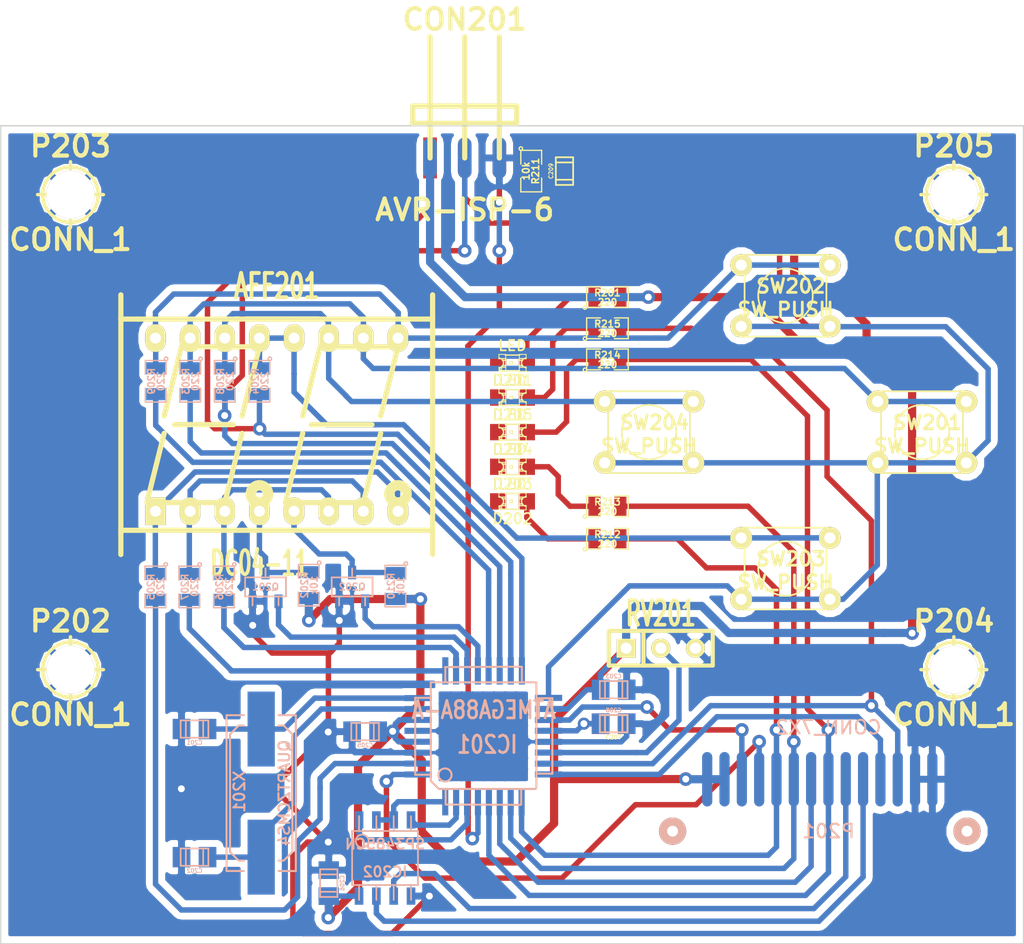
<source format=kicad_pcb>
(kicad_pcb (version 3) (host pcbnew "(2013-05-31 BZR 4019)-stable")

  (general
    (links 119)
    (no_connects 7)
    (area 80.1624 75.4888 155.9052 144.520001)
    (thickness 1.6)
    (drawings 5)
    (tracks 559)
    (zones 0)
    (modules 45)
    (nets 45)
  )

  (page A4)
  (title_block 
    (title "Home autoamtion simple controller")
    (rev 0.1)
    (comment 1 "logic part")
  )

  (layers
    (15 F.Cu signal)
    (0 B.Cu signal)
    (16 B.Adhes user)
    (17 F.Adhes user)
    (18 B.Paste user)
    (19 F.Paste user)
    (20 B.SilkS user)
    (21 F.SilkS user)
    (22 B.Mask user)
    (23 F.Mask user)
    (24 Dwgs.User user)
    (25 Cmts.User user)
    (26 Eco1.User user)
    (27 Eco2.User user)
    (28 Edge.Cuts user)
  )

  (setup
    (last_trace_width 0.4)
    (user_trace_width 0.254)
    (user_trace_width 0.4)
    (user_trace_width 0.6)
    (user_trace_width 0.8)
    (user_trace_width 1)
    (user_trace_width 1.2)
    (trace_clearance 0.254)
    (zone_clearance 0.508)
    (zone_45_only no)
    (trace_min 0.254)
    (segment_width 0.2)
    (edge_width 0.1)
    (via_size 0.889)
    (via_drill 0.508)
    (via_min_size 0.889)
    (via_min_drill 0.508)
    (user_via 1 0.508)
    (uvia_size 0.508)
    (uvia_drill 0.127)
    (uvias_allowed no)
    (uvia_min_size 0.508)
    (uvia_min_drill 0.127)
    (pcb_text_width 0.3)
    (pcb_text_size 1.5 1.5)
    (mod_edge_width 0.25)
    (mod_text_size 1 1)
    (mod_text_width 0.15)
    (pad_size 1.6 1.6)
    (pad_drill 0.8128)
    (pad_to_mask_clearance 0)
    (aux_axis_origin 0 0)
    (visible_elements 7FFFFFFF)
    (pcbplotparams
      (layerselection 3178497)
      (usegerberextensions true)
      (excludeedgelayer true)
      (linewidth 0.150000)
      (plotframeref false)
      (viasonmask false)
      (mode 1)
      (useauxorigin false)
      (hpglpennumber 1)
      (hpglpenspeed 20)
      (hpglpendiameter 15)
      (hpglpenoverlay 2)
      (psnegative false)
      (psa4output false)
      (plotreference true)
      (plotvalue true)
      (plotothertext true)
      (plotinvisibletext false)
      (padsonsilk false)
      (subtractmaskfromsilk false)
      (outputformat 1)
      (mirror false)
      (drillshape 1)
      (scaleselection 1)
      (outputdirectory ""))
  )

  (net 0 "")
  (net 1 +5V)
  (net 2 /485_A)
  (net 3 /485_B)
  (net 4 /A)
  (net 5 /AA)
  (net 6 /B)
  (net 7 /C)
  (net 8 /CC)
  (net 9 /D)
  (net 10 /D1)
  (net 11 /D2)
  (net 12 /DD)
  (net 13 /E)
  (net 14 /EE)
  (net 15 /F)
  (net 16 /G)
  (net 17 /G1)
  (net 18 /G2)
  (net 19 /GG)
  (net 20 /IN)
  (net 21 /MISO)
  (net 22 /MOSI)
  (net 23 /PULSE1)
  (net 24 /PULSE2)
  (net 25 /PULSE3)
  (net 26 /SCK)
  (net 27 /SWFB)
  (net 28 /SWITCH)
  (net 29 /W1)
  (net 30 /ZCD)
  (net 31 /ref)
  (net 32 /reset)
  (net 33 /xtal1)
  (net 34 /xtal2)
  (net 35 GND)
  (net 36 N-0000021)
  (net 37 N-0000022)
  (net 38 N-0000023)
  (net 39 N-0000024)
  (net 40 N-0000041)
  (net 41 N-0000042)
  (net 42 N-0000043)
  (net 43 N-0000044)
  (net 44 N-0000045)

  (net_class Default "This is the default net class."
    (clearance 0.254)
    (trace_width 0.254)
    (via_dia 0.889)
    (via_drill 0.508)
    (uvia_dia 0.508)
    (uvia_drill 0.127)
    (add_net "")
    (add_net +5V)
    (add_net /485_A)
    (add_net /485_B)
    (add_net /A)
    (add_net /AA)
    (add_net /B)
    (add_net /C)
    (add_net /CC)
    (add_net /D)
    (add_net /D1)
    (add_net /D2)
    (add_net /DD)
    (add_net /E)
    (add_net /EE)
    (add_net /F)
    (add_net /G)
    (add_net /G1)
    (add_net /G2)
    (add_net /GG)
    (add_net /IN)
    (add_net /MISO)
    (add_net /MOSI)
    (add_net /PULSE1)
    (add_net /PULSE2)
    (add_net /PULSE3)
    (add_net /SCK)
    (add_net /SWFB)
    (add_net /SWITCH)
    (add_net /W1)
    (add_net /ZCD)
    (add_net /ref)
    (add_net /reset)
    (add_net /xtal1)
    (add_net /xtal2)
    (add_net GND)
    (add_net N-0000021)
    (add_net N-0000022)
    (add_net N-0000023)
    (add_net N-0000024)
    (add_net N-0000041)
    (add_net N-0000042)
    (add_net N-0000043)
    (add_net N-0000044)
    (add_net N-0000045)
  )

  (module TQFP32 (layer B.Cu) (tedit 52C43A18) (tstamp 52C3F216)
    (at 115.951 129.2225)
    (path /52BBBEB8)
    (fp_text reference IC201 (at 0.254 0.635) (layer B.SilkS)
      (effects (font (size 1.27 1.016) (thickness 0.2032)) (justify mirror))
    )
    (fp_text value ATMEGA88A-A (at 0 -1.905) (layer B.SilkS)
      (effects (font (size 1.27 1.016) (thickness 0.2032)) (justify mirror))
    )
    (fp_line (start 5.0292 -2.7686) (end 3.8862 -2.7686) (layer B.SilkS) (width 0.1524))
    (fp_line (start 5.0292 2.7686) (end 3.9116 2.7686) (layer B.SilkS) (width 0.1524))
    (fp_line (start 5.0292 -2.7686) (end 5.0292 2.7686) (layer B.SilkS) (width 0.1524))
    (fp_line (start 2.794 -3.9624) (end 2.794 -5.0546) (layer B.SilkS) (width 0.1524))
    (fp_line (start -2.8194 -3.9878) (end -2.8194 -5.0546) (layer B.SilkS) (width 0.1524))
    (fp_line (start -2.8448 -5.0546) (end 2.794 -5.08) (layer B.SilkS) (width 0.1524))
    (fp_line (start -2.794 5.0292) (end 2.7178 5.0546) (layer B.SilkS) (width 0.1524))
    (fp_line (start -3.8862 3.2766) (end -3.8862 -3.9116) (layer B.SilkS) (width 0.1524))
    (fp_line (start 2.7432 5.0292) (end 2.7432 3.9878) (layer B.SilkS) (width 0.1524))
    (fp_line (start -3.2512 3.8862) (end 3.81 3.8862) (layer B.SilkS) (width 0.1524))
    (fp_line (start 3.8608 -3.937) (end 3.8608 3.7846) (layer B.SilkS) (width 0.1524))
    (fp_line (start -3.8862 -3.937) (end 3.7338 -3.937) (layer B.SilkS) (width 0.1524))
    (fp_line (start -5.0292 2.8448) (end -5.0292 -2.794) (layer B.SilkS) (width 0.1524))
    (fp_line (start -5.0292 -2.794) (end -3.8862 -2.794) (layer B.SilkS) (width 0.1524))
    (fp_line (start -3.87604 3.302) (end -3.29184 3.8862) (layer B.SilkS) (width 0.1524))
    (fp_line (start -5.02412 2.8448) (end -3.87604 2.8448) (layer B.SilkS) (width 0.1524))
    (fp_line (start -2.794 3.8862) (end -2.794 5.03428) (layer B.SilkS) (width 0.1524))
    (fp_circle (center -2.83972 2.86004) (end -2.43332 2.60604) (layer B.SilkS) (width 0.1524))
    (pad 8 smd rect (at -4.81584 -2.77622) (size 1.99898 0.44958)
      (layers B.Cu B.Paste B.Mask)
      (net 34 /xtal2)
    )
    (pad 7 smd rect (at -4.81584 -1.97612) (size 1.99898 0.44958)
      (layers B.Cu B.Paste B.Mask)
      (net 33 /xtal1)
    )
    (pad 6 smd rect (at -4.81584 -1.17602) (size 1.99898 0.44958)
      (layers B.Cu B.Paste B.Mask)
      (net 1 +5V)
    )
    (pad 5 smd rect (at -4.81584 -0.37592) (size 1.99898 0.44958)
      (layers B.Cu B.Paste B.Mask)
      (net 35 GND)
    )
    (pad 4 smd rect (at -4.81584 0.42418) (size 1.99898 0.44958)
      (layers B.Cu B.Paste B.Mask)
      (net 1 +5V)
    )
    (pad 3 smd rect (at -4.81584 1.22428) (size 1.99898 0.44958)
      (layers B.Cu B.Paste B.Mask)
      (net 35 GND)
    )
    (pad 2 smd rect (at -4.81584 2.02438) (size 1.99898 0.44958)
      (layers B.Cu B.Paste B.Mask)
      (net 8 /CC)
    )
    (pad 1 smd rect (at -4.81584 2.82448) (size 1.99898 0.44958)
      (layers B.Cu B.Paste B.Mask)
      (net 30 /ZCD)
    )
    (pad 24 smd rect (at 4.7498 2.8194) (size 1.99898 0.44958)
      (layers B.Cu B.Paste B.Mask)
      (net 27 /SWFB)
    )
    (pad 17 smd rect (at 4.7498 -2.794) (size 1.99898 0.44958)
      (layers B.Cu B.Paste B.Mask)
      (net 26 /SCK)
    )
    (pad 18 smd rect (at 4.7498 -1.9812) (size 1.99898 0.44958)
      (layers B.Cu B.Paste B.Mask)
      (net 1 +5V)
    )
    (pad 19 smd rect (at 4.7498 -1.1684) (size 1.99898 0.44958)
      (layers B.Cu B.Paste B.Mask)
      (net 20 /IN)
    )
    (pad 20 smd rect (at 4.7498 -0.381) (size 1.99898 0.44958)
      (layers B.Cu B.Paste B.Mask)
      (net 31 /ref)
    )
    (pad 21 smd rect (at 4.7498 0.4318) (size 1.99898 0.44958)
      (layers B.Cu B.Paste B.Mask)
      (net 35 GND)
    )
    (pad 22 smd rect (at 4.7498 1.2192) (size 1.99898 0.44958)
      (layers B.Cu B.Paste B.Mask)
      (net 43 N-0000044)
    )
    (pad 23 smd rect (at 4.7498 2.032) (size 1.99898 0.44958)
      (layers B.Cu B.Paste B.Mask)
      (net 28 /SWITCH)
    )
    (pad 32 smd rect (at -2.82448 4.826) (size 0.44958 1.99898)
      (layers B.Cu B.Paste B.Mask)
      (net 40 N-0000041)
    )
    (pad 31 smd rect (at -2.02692 4.826) (size 0.44958 1.99898)
      (layers B.Cu B.Paste B.Mask)
      (net 44 N-0000045)
    )
    (pad 30 smd rect (at -1.22428 4.826) (size 0.44958 1.99898)
      (layers B.Cu B.Paste B.Mask)
      (net 41 N-0000042)
    )
    (pad 29 smd rect (at -0.42672 4.826) (size 0.44958 1.99898)
      (layers B.Cu B.Paste B.Mask)
      (net 32 /reset)
    )
    (pad 28 smd rect (at 0.37592 4.826) (size 0.44958 1.99898)
      (layers B.Cu B.Paste B.Mask)
      (net 23 /PULSE1)
    )
    (pad 27 smd rect (at 1.17348 4.826) (size 0.44958 1.99898)
      (layers B.Cu B.Paste B.Mask)
      (net 29 /W1)
    )
    (pad 26 smd rect (at 1.97612 4.826) (size 0.44958 1.99898)
      (layers B.Cu B.Paste B.Mask)
      (net 24 /PULSE2)
    )
    (pad 25 smd rect (at 2.77368 4.826) (size 0.44958 1.99898)
      (layers B.Cu B.Paste B.Mask)
      (net 25 /PULSE3)
    )
    (pad 9 smd rect (at -2.8194 -4.7752) (size 0.44958 1.99898)
      (layers B.Cu B.Paste B.Mask)
      (net 14 /EE)
    )
    (pad 10 smd rect (at -2.032 -4.7752) (size 0.44958 1.99898)
      (layers B.Cu B.Paste B.Mask)
      (net 12 /DD)
    )
    (pad 11 smd rect (at -1.2192 -4.7752) (size 0.44958 1.99898)
      (layers B.Cu B.Paste B.Mask)
      (net 17 /G1)
    )
    (pad 12 smd rect (at -0.4318 -4.7752) (size 0.44958 1.99898)
      (layers B.Cu B.Paste B.Mask)
      (net 18 /G2)
    )
    (pad 13 smd rect (at 0.3556 -4.7752) (size 0.44958 1.99898)
      (layers B.Cu B.Paste B.Mask)
      (net 19 /GG)
    )
    (pad 14 smd rect (at 1.1684 -4.7752) (size 0.44958 1.99898)
      (layers B.Cu B.Paste B.Mask)
      (net 5 /AA)
    )
    (pad 15 smd rect (at 1.9812 -4.7752) (size 0.44958 1.99898)
      (layers B.Cu B.Paste B.Mask)
      (net 22 /MOSI)
    )
    (pad 16 smd rect (at 2.794 -4.7752) (size 0.44958 1.99898)
      (layers B.Cu B.Paste B.Mask)
      (net 21 /MISO)
    )
    (model smd/tqfp32.wrl
      (at (xyz 0 0 0))
      (scale (xyz 1 1 1))
      (rotate (xyz 0 0 0))
    )
  )

  (module sot23 (layer B.Cu) (tedit 50BDE8CE) (tstamp 52C3F258)
    (at 106.299 118.2878 180)
    (descr SOT23)
    (path /52BBBECC)
    (attr smd)
    (fp_text reference Q202 (at 0 0 180) (layer B.SilkS)
      (effects (font (size 0.50038 0.50038) (thickness 0.09906)) (justify mirror))
    )
    (fp_text value MOS_N_DHA (at 0 -0.09906 180) (layer B.SilkS) hide
      (effects (font (size 0.50038 0.50038) (thickness 0.09906)) (justify mirror))
    )
    (fp_line (start 0.9525 -0.6985) (end 0.9525 -1.3589) (layer B.SilkS) (width 0.127))
    (fp_line (start -0.9525 -0.6985) (end -0.9525 -1.3589) (layer B.SilkS) (width 0.127))
    (fp_line (start 0 0.6985) (end 0 1.3589) (layer B.SilkS) (width 0.127))
    (fp_line (start -1.4986 0.6985) (end 1.4986 0.6985) (layer B.SilkS) (width 0.127))
    (fp_line (start 1.4986 0.6985) (end 1.4986 -0.6985) (layer B.SilkS) (width 0.127))
    (fp_line (start 1.4986 -0.6985) (end -1.4986 -0.6985) (layer B.SilkS) (width 0.127))
    (fp_line (start -1.4986 -0.6985) (end -1.4986 0.6985) (layer B.SilkS) (width 0.127))
    (pad 1 smd rect (at -0.9525 -1.05664 180) (size 0.59944 1.00076)
      (layers B.Cu B.Paste B.Mask)
      (net 18 /G2)
    )
    (pad 2 smd rect (at 0 1.05664 180) (size 0.59944 1.00076)
      (layers B.Cu B.Paste B.Mask)
      (net 11 /D2)
    )
    (pad 3 smd rect (at 0.9525 -1.05664 180) (size 0.59944 1.00076)
      (layers B.Cu B.Paste B.Mask)
      (net 35 GND)
    )
    (model smd/smd_transistors/sot23.wrl
      (at (xyz 0 0 0))
      (scale (xyz 1 1 1))
      (rotate (xyz 0 0 0))
    )
  )

  (module sot23 (layer B.Cu) (tedit 50BDE8CE) (tstamp 52C3F266)
    (at 99.949 118.2878 180)
    (descr SOT23)
    (path /52BBBECB)
    (attr smd)
    (fp_text reference Q201 (at 0 0 180) (layer B.SilkS)
      (effects (font (size 0.50038 0.50038) (thickness 0.09906)) (justify mirror))
    )
    (fp_text value MOS_N_DHA (at 0 -0.09906 180) (layer B.SilkS) hide
      (effects (font (size 0.50038 0.50038) (thickness 0.09906)) (justify mirror))
    )
    (fp_line (start 0.9525 -0.6985) (end 0.9525 -1.3589) (layer B.SilkS) (width 0.127))
    (fp_line (start -0.9525 -0.6985) (end -0.9525 -1.3589) (layer B.SilkS) (width 0.127))
    (fp_line (start 0 0.6985) (end 0 1.3589) (layer B.SilkS) (width 0.127))
    (fp_line (start -1.4986 0.6985) (end 1.4986 0.6985) (layer B.SilkS) (width 0.127))
    (fp_line (start 1.4986 0.6985) (end 1.4986 -0.6985) (layer B.SilkS) (width 0.127))
    (fp_line (start 1.4986 -0.6985) (end -1.4986 -0.6985) (layer B.SilkS) (width 0.127))
    (fp_line (start -1.4986 -0.6985) (end -1.4986 0.6985) (layer B.SilkS) (width 0.127))
    (pad 1 smd rect (at -0.9525 -1.05664 180) (size 0.59944 1.00076)
      (layers B.Cu B.Paste B.Mask)
      (net 17 /G1)
    )
    (pad 2 smd rect (at 0 1.05664 180) (size 0.59944 1.00076)
      (layers B.Cu B.Paste B.Mask)
      (net 10 /D1)
    )
    (pad 3 smd rect (at 0.9525 -1.05664 180) (size 0.59944 1.00076)
      (layers B.Cu B.Paste B.Mask)
      (net 35 GND)
    )
    (model smd/smd_transistors/sot23.wrl
      (at (xyz 0 0 0))
      (scale (xyz 1 1 1))
      (rotate (xyz 0 0 0))
    )
  )

  (module SM0805 (layer B.Cu) (tedit 5091495C) (tstamp 52C3F273)
    (at 96.9645 103.2002 270)
    (path /52BBBEC8)
    (attr smd)
    (fp_text reference R208 (at 0 0.3175 270) (layer B.SilkS)
      (effects (font (size 0.50038 0.50038) (thickness 0.10922)) (justify mirror))
    )
    (fp_text value 220 (at 0 -0.381 270) (layer B.SilkS)
      (effects (font (size 0.50038 0.50038) (thickness 0.10922)) (justify mirror))
    )
    (fp_circle (center -1.651 -0.762) (end -1.651 -0.635) (layer B.SilkS) (width 0.09906))
    (fp_line (start -0.508 -0.762) (end -1.524 -0.762) (layer B.SilkS) (width 0.09906))
    (fp_line (start -1.524 -0.762) (end -1.524 0.762) (layer B.SilkS) (width 0.09906))
    (fp_line (start -1.524 0.762) (end -0.508 0.762) (layer B.SilkS) (width 0.09906))
    (fp_line (start 0.508 0.762) (end 1.524 0.762) (layer B.SilkS) (width 0.09906))
    (fp_line (start 1.524 0.762) (end 1.524 -0.762) (layer B.SilkS) (width 0.09906))
    (fp_line (start 1.524 -0.762) (end 0.508 -0.762) (layer B.SilkS) (width 0.09906))
    (pad 1 smd rect (at -0.9525 0 270) (size 0.889 1.397)
      (layers B.Cu B.Paste B.Mask)
      (net 15 /F)
    )
    (pad 2 smd rect (at 0.9525 0 270) (size 0.889 1.397)
      (layers B.Cu B.Paste B.Mask)
      (net 22 /MOSI)
    )
    (model smd/chip_cms.wrl
      (at (xyz 0 0 0))
      (scale (xyz 0.1 0.1 0.1))
      (rotate (xyz 0 0 0))
    )
  )

  (module SM0805 (layer B.Cu) (tedit 5091495C) (tstamp 52C3F280)
    (at 94.4245 103.2002 270)
    (path /52BBBEC3)
    (attr smd)
    (fp_text reference R203 (at 0 0.3175 270) (layer B.SilkS)
      (effects (font (size 0.50038 0.50038) (thickness 0.10922)) (justify mirror))
    )
    (fp_text value 220 (at 0 -0.381 270) (layer B.SilkS)
      (effects (font (size 0.50038 0.50038) (thickness 0.10922)) (justify mirror))
    )
    (fp_circle (center -1.651 -0.762) (end -1.651 -0.635) (layer B.SilkS) (width 0.09906))
    (fp_line (start -0.508 -0.762) (end -1.524 -0.762) (layer B.SilkS) (width 0.09906))
    (fp_line (start -1.524 -0.762) (end -1.524 0.762) (layer B.SilkS) (width 0.09906))
    (fp_line (start -1.524 0.762) (end -0.508 0.762) (layer B.SilkS) (width 0.09906))
    (fp_line (start 0.508 0.762) (end 1.524 0.762) (layer B.SilkS) (width 0.09906))
    (fp_line (start 1.524 0.762) (end 1.524 -0.762) (layer B.SilkS) (width 0.09906))
    (fp_line (start 1.524 -0.762) (end 0.508 -0.762) (layer B.SilkS) (width 0.09906))
    (pad 1 smd rect (at -0.9525 0 270) (size 0.889 1.397)
      (layers B.Cu B.Paste B.Mask)
      (net 4 /A)
    )
    (pad 2 smd rect (at 0.9525 0 270) (size 0.889 1.397)
      (layers B.Cu B.Paste B.Mask)
      (net 5 /AA)
    )
    (model smd/chip_cms.wrl
      (at (xyz 0 0 0))
      (scale (xyz 0.1 0.1 0.1))
      (rotate (xyz 0 0 0))
    )
  )

  (module SM0805 (layer B.Cu) (tedit 5091495C) (tstamp 52C3F28D)
    (at 99.5045 103.2002 270)
    (path /52BBBEC4)
    (attr smd)
    (fp_text reference R204 (at 0 0.3175 270) (layer B.SilkS)
      (effects (font (size 0.50038 0.50038) (thickness 0.10922)) (justify mirror))
    )
    (fp_text value 220 (at 0 -0.381 270) (layer B.SilkS)
      (effects (font (size 0.50038 0.50038) (thickness 0.10922)) (justify mirror))
    )
    (fp_circle (center -1.651 -0.762) (end -1.651 -0.635) (layer B.SilkS) (width 0.09906))
    (fp_line (start -0.508 -0.762) (end -1.524 -0.762) (layer B.SilkS) (width 0.09906))
    (fp_line (start -1.524 -0.762) (end -1.524 0.762) (layer B.SilkS) (width 0.09906))
    (fp_line (start -1.524 0.762) (end -0.508 0.762) (layer B.SilkS) (width 0.09906))
    (fp_line (start 0.508 0.762) (end 1.524 0.762) (layer B.SilkS) (width 0.09906))
    (fp_line (start 1.524 0.762) (end 1.524 -0.762) (layer B.SilkS) (width 0.09906))
    (fp_line (start 1.524 -0.762) (end 0.508 -0.762) (layer B.SilkS) (width 0.09906))
    (pad 1 smd rect (at -0.9525 0 270) (size 0.889 1.397)
      (layers B.Cu B.Paste B.Mask)
      (net 6 /B)
    )
    (pad 2 smd rect (at 0.9525 0 270) (size 0.889 1.397)
      (layers B.Cu B.Paste B.Mask)
      (net 21 /MISO)
    )
    (model smd/chip_cms.wrl
      (at (xyz 0 0 0))
      (scale (xyz 0.1 0.1 0.1))
      (rotate (xyz 0 0 0))
    )
  )

  (module SM0805 (layer B.Cu) (tedit 5091495C) (tstamp 52C3F29A)
    (at 96.901 118.2878 270)
    (path /52BBBEC6)
    (attr smd)
    (fp_text reference R206 (at 0 0.3175 270) (layer B.SilkS)
      (effects (font (size 0.50038 0.50038) (thickness 0.10922)) (justify mirror))
    )
    (fp_text value 220 (at 0 -0.381 270) (layer B.SilkS)
      (effects (font (size 0.50038 0.50038) (thickness 0.10922)) (justify mirror))
    )
    (fp_circle (center -1.651 -0.762) (end -1.651 -0.635) (layer B.SilkS) (width 0.09906))
    (fp_line (start -0.508 -0.762) (end -1.524 -0.762) (layer B.SilkS) (width 0.09906))
    (fp_line (start -1.524 -0.762) (end -1.524 0.762) (layer B.SilkS) (width 0.09906))
    (fp_line (start -1.524 0.762) (end -0.508 0.762) (layer B.SilkS) (width 0.09906))
    (fp_line (start 0.508 0.762) (end 1.524 0.762) (layer B.SilkS) (width 0.09906))
    (fp_line (start 1.524 0.762) (end 1.524 -0.762) (layer B.SilkS) (width 0.09906))
    (fp_line (start 1.524 -0.762) (end 0.508 -0.762) (layer B.SilkS) (width 0.09906))
    (pad 1 smd rect (at -0.9525 0 270) (size 0.889 1.397)
      (layers B.Cu B.Paste B.Mask)
      (net 9 /D)
    )
    (pad 2 smd rect (at 0.9525 0 270) (size 0.889 1.397)
      (layers B.Cu B.Paste B.Mask)
      (net 12 /DD)
    )
    (model smd/chip_cms.wrl
      (at (xyz 0 0 0))
      (scale (xyz 0.1 0.1 0.1))
      (rotate (xyz 0 0 0))
    )
  )

  (module SM0805 (layer B.Cu) (tedit 5091495C) (tstamp 52C3F2A7)
    (at 94.361 118.2878 270)
    (path /52BBBEC7)
    (attr smd)
    (fp_text reference R207 (at 0 0.3175 270) (layer B.SilkS)
      (effects (font (size 0.50038 0.50038) (thickness 0.10922)) (justify mirror))
    )
    (fp_text value 220 (at 0 -0.381 270) (layer B.SilkS)
      (effects (font (size 0.50038 0.50038) (thickness 0.10922)) (justify mirror))
    )
    (fp_circle (center -1.651 -0.762) (end -1.651 -0.635) (layer B.SilkS) (width 0.09906))
    (fp_line (start -0.508 -0.762) (end -1.524 -0.762) (layer B.SilkS) (width 0.09906))
    (fp_line (start -1.524 -0.762) (end -1.524 0.762) (layer B.SilkS) (width 0.09906))
    (fp_line (start -1.524 0.762) (end -0.508 0.762) (layer B.SilkS) (width 0.09906))
    (fp_line (start 0.508 0.762) (end 1.524 0.762) (layer B.SilkS) (width 0.09906))
    (fp_line (start 1.524 0.762) (end 1.524 -0.762) (layer B.SilkS) (width 0.09906))
    (fp_line (start 1.524 -0.762) (end 0.508 -0.762) (layer B.SilkS) (width 0.09906))
    (pad 1 smd rect (at -0.9525 0 270) (size 0.889 1.397)
      (layers B.Cu B.Paste B.Mask)
      (net 13 /E)
    )
    (pad 2 smd rect (at 0.9525 0 270) (size 0.889 1.397)
      (layers B.Cu B.Paste B.Mask)
      (net 14 /EE)
    )
    (model smd/chip_cms.wrl
      (at (xyz 0 0 0))
      (scale (xyz 0.1 0.1 0.1))
      (rotate (xyz 0 0 0))
    )
  )

  (module SM0805 (layer B.Cu) (tedit 5091495C) (tstamp 52C3F2B4)
    (at 91.871 118.2858 270)
    (path /52BBBEC5)
    (attr smd)
    (fp_text reference R205 (at 0 0.3175 270) (layer B.SilkS)
      (effects (font (size 0.50038 0.50038) (thickness 0.10922)) (justify mirror))
    )
    (fp_text value 220 (at 0 -0.381 270) (layer B.SilkS)
      (effects (font (size 0.50038 0.50038) (thickness 0.10922)) (justify mirror))
    )
    (fp_circle (center -1.651 -0.762) (end -1.651 -0.635) (layer B.SilkS) (width 0.09906))
    (fp_line (start -0.508 -0.762) (end -1.524 -0.762) (layer B.SilkS) (width 0.09906))
    (fp_line (start -1.524 -0.762) (end -1.524 0.762) (layer B.SilkS) (width 0.09906))
    (fp_line (start -1.524 0.762) (end -0.508 0.762) (layer B.SilkS) (width 0.09906))
    (fp_line (start 0.508 0.762) (end 1.524 0.762) (layer B.SilkS) (width 0.09906))
    (fp_line (start 1.524 0.762) (end 1.524 -0.762) (layer B.SilkS) (width 0.09906))
    (fp_line (start 1.524 -0.762) (end 0.508 -0.762) (layer B.SilkS) (width 0.09906))
    (pad 1 smd rect (at -0.9525 0 270) (size 0.889 1.397)
      (layers B.Cu B.Paste B.Mask)
      (net 7 /C)
    )
    (pad 2 smd rect (at 0.9525 0 270) (size 0.889 1.397)
      (layers B.Cu B.Paste B.Mask)
      (net 8 /CC)
    )
    (model smd/chip_cms.wrl
      (at (xyz 0 0 0))
      (scale (xyz 0.1 0.1 0.1))
      (rotate (xyz 0 0 0))
    )
  )

  (module SM0805 (layer B.Cu) (tedit 5091495C) (tstamp 52C3F2C1)
    (at 91.8972 103.2002 270)
    (path /52BBBEC9)
    (attr smd)
    (fp_text reference R209 (at 0 0.3175 270) (layer B.SilkS)
      (effects (font (size 0.50038 0.50038) (thickness 0.10922)) (justify mirror))
    )
    (fp_text value 220 (at 0 -0.381 270) (layer B.SilkS)
      (effects (font (size 0.50038 0.50038) (thickness 0.10922)) (justify mirror))
    )
    (fp_circle (center -1.651 -0.762) (end -1.651 -0.635) (layer B.SilkS) (width 0.09906))
    (fp_line (start -0.508 -0.762) (end -1.524 -0.762) (layer B.SilkS) (width 0.09906))
    (fp_line (start -1.524 -0.762) (end -1.524 0.762) (layer B.SilkS) (width 0.09906))
    (fp_line (start -1.524 0.762) (end -0.508 0.762) (layer B.SilkS) (width 0.09906))
    (fp_line (start 0.508 0.762) (end 1.524 0.762) (layer B.SilkS) (width 0.09906))
    (fp_line (start 1.524 0.762) (end 1.524 -0.762) (layer B.SilkS) (width 0.09906))
    (fp_line (start 1.524 -0.762) (end 0.508 -0.762) (layer B.SilkS) (width 0.09906))
    (pad 1 smd rect (at -0.9525 0 270) (size 0.889 1.397)
      (layers B.Cu B.Paste B.Mask)
      (net 16 /G)
    )
    (pad 2 smd rect (at 0.9525 0 270) (size 0.889 1.397)
      (layers B.Cu B.Paste B.Mask)
      (net 19 /GG)
    )
    (model smd/chip_cms.wrl
      (at (xyz 0 0 0))
      (scale (xyz 0.1 0.1 0.1))
      (rotate (xyz 0 0 0))
    )
  )

  (module SM0805 (layer B.Cu) (tedit 5091495C) (tstamp 52C3F2CE)
    (at 103.124 118.1608 270)
    (path /52BBBECF)
    (attr smd)
    (fp_text reference R202 (at 0 0.3175 270) (layer B.SilkS)
      (effects (font (size 0.50038 0.50038) (thickness 0.10922)) (justify mirror))
    )
    (fp_text value 10k (at 0 -0.381 270) (layer B.SilkS)
      (effects (font (size 0.50038 0.50038) (thickness 0.10922)) (justify mirror))
    )
    (fp_circle (center -1.651 -0.762) (end -1.651 -0.635) (layer B.SilkS) (width 0.09906))
    (fp_line (start -0.508 -0.762) (end -1.524 -0.762) (layer B.SilkS) (width 0.09906))
    (fp_line (start -1.524 -0.762) (end -1.524 0.762) (layer B.SilkS) (width 0.09906))
    (fp_line (start -1.524 0.762) (end -0.508 0.762) (layer B.SilkS) (width 0.09906))
    (fp_line (start 0.508 0.762) (end 1.524 0.762) (layer B.SilkS) (width 0.09906))
    (fp_line (start 1.524 0.762) (end 1.524 -0.762) (layer B.SilkS) (width 0.09906))
    (fp_line (start 1.524 -0.762) (end 0.508 -0.762) (layer B.SilkS) (width 0.09906))
    (pad 1 smd rect (at -0.9525 0 270) (size 0.889 1.397)
      (layers B.Cu B.Paste B.Mask)
      (net 10 /D1)
    )
    (pad 2 smd rect (at 0.9525 0 270) (size 0.889 1.397)
      (layers B.Cu B.Paste B.Mask)
      (net 1 +5V)
    )
    (model smd/chip_cms.wrl
      (at (xyz 0 0 0))
      (scale (xyz 0.1 0.1 0.1))
      (rotate (xyz 0 0 0))
    )
  )

  (module SM0805 (layer B.Cu) (tedit 5091495C) (tstamp 52C3F2DB)
    (at 109.474 118.2243 270)
    (path /52BBBED1)
    (attr smd)
    (fp_text reference R210 (at 0 0.3175 270) (layer B.SilkS)
      (effects (font (size 0.50038 0.50038) (thickness 0.10922)) (justify mirror))
    )
    (fp_text value 10k (at 0 -0.381 270) (layer B.SilkS)
      (effects (font (size 0.50038 0.50038) (thickness 0.10922)) (justify mirror))
    )
    (fp_circle (center -1.651 -0.762) (end -1.651 -0.635) (layer B.SilkS) (width 0.09906))
    (fp_line (start -0.508 -0.762) (end -1.524 -0.762) (layer B.SilkS) (width 0.09906))
    (fp_line (start -1.524 -0.762) (end -1.524 0.762) (layer B.SilkS) (width 0.09906))
    (fp_line (start -1.524 0.762) (end -0.508 0.762) (layer B.SilkS) (width 0.09906))
    (fp_line (start 0.508 0.762) (end 1.524 0.762) (layer B.SilkS) (width 0.09906))
    (fp_line (start 1.524 0.762) (end 1.524 -0.762) (layer B.SilkS) (width 0.09906))
    (fp_line (start 1.524 -0.762) (end 0.508 -0.762) (layer B.SilkS) (width 0.09906))
    (pad 1 smd rect (at -0.9525 0 270) (size 0.889 1.397)
      (layers B.Cu B.Paste B.Mask)
      (net 11 /D2)
    )
    (pad 2 smd rect (at 0.9525 0 270) (size 0.889 1.397)
      (layers B.Cu B.Paste B.Mask)
      (net 1 +5V)
    )
    (model smd/chip_cms.wrl
      (at (xyz 0 0 0))
      (scale (xyz 0.1 0.1 0.1))
      (rotate (xyz 0 0 0))
    )
  )

  (module SM0805 (layer F.Cu) (tedit 5091495C) (tstamp 52C3F2E8)
    (at 125.0188 101.6)
    (path /52C3F352)
    (attr smd)
    (fp_text reference R214 (at 0 -0.3175) (layer F.SilkS)
      (effects (font (size 0.50038 0.50038) (thickness 0.10922)))
    )
    (fp_text value 220 (at 0 0.381) (layer F.SilkS)
      (effects (font (size 0.50038 0.50038) (thickness 0.10922)))
    )
    (fp_circle (center -1.651 0.762) (end -1.651 0.635) (layer F.SilkS) (width 0.09906))
    (fp_line (start -0.508 0.762) (end -1.524 0.762) (layer F.SilkS) (width 0.09906))
    (fp_line (start -1.524 0.762) (end -1.524 -0.762) (layer F.SilkS) (width 0.09906))
    (fp_line (start -1.524 -0.762) (end -0.508 -0.762) (layer F.SilkS) (width 0.09906))
    (fp_line (start 0.508 -0.762) (end 1.524 -0.762) (layer F.SilkS) (width 0.09906))
    (fp_line (start 1.524 -0.762) (end 1.524 0.762) (layer F.SilkS) (width 0.09906))
    (fp_line (start 1.524 0.762) (end 0.508 0.762) (layer F.SilkS) (width 0.09906))
    (pad 1 smd rect (at -0.9525 0) (size 0.889 1.397)
      (layers F.Cu F.Paste F.Mask)
      (net 39 N-0000024)
    )
    (pad 2 smd rect (at 0.9525 0) (size 0.889 1.397)
      (layers F.Cu F.Paste F.Mask)
      (net 23 /PULSE1)
    )
    (model smd/chip_cms.wrl
      (at (xyz 0 0 0))
      (scale (xyz 0.1 0.1 0.1))
      (rotate (xyz 0 0 0))
    )
  )

  (module SM0805 (layer F.Cu) (tedit 5091495C) (tstamp 52C3F2F5)
    (at 125.0188 112.3696)
    (path /52C3F35B)
    (attr smd)
    (fp_text reference R213 (at 0 -0.3175) (layer F.SilkS)
      (effects (font (size 0.50038 0.50038) (thickness 0.10922)))
    )
    (fp_text value 220 (at 0 0.381) (layer F.SilkS)
      (effects (font (size 0.50038 0.50038) (thickness 0.10922)))
    )
    (fp_circle (center -1.651 0.762) (end -1.651 0.635) (layer F.SilkS) (width 0.09906))
    (fp_line (start -0.508 0.762) (end -1.524 0.762) (layer F.SilkS) (width 0.09906))
    (fp_line (start -1.524 0.762) (end -1.524 -0.762) (layer F.SilkS) (width 0.09906))
    (fp_line (start -1.524 -0.762) (end -0.508 -0.762) (layer F.SilkS) (width 0.09906))
    (fp_line (start 0.508 -0.762) (end 1.524 -0.762) (layer F.SilkS) (width 0.09906))
    (fp_line (start 1.524 -0.762) (end 1.524 0.762) (layer F.SilkS) (width 0.09906))
    (fp_line (start 1.524 0.762) (end 0.508 0.762) (layer F.SilkS) (width 0.09906))
    (pad 1 smd rect (at -0.9525 0) (size 0.889 1.397)
      (layers F.Cu F.Paste F.Mask)
      (net 38 N-0000023)
    )
    (pad 2 smd rect (at 0.9525 0) (size 0.889 1.397)
      (layers F.Cu F.Paste F.Mask)
      (net 24 /PULSE2)
    )
    (model smd/chip_cms.wrl
      (at (xyz 0 0 0))
      (scale (xyz 0.1 0.1 0.1))
      (rotate (xyz 0 0 0))
    )
  )

  (module SM0805 (layer F.Cu) (tedit 5091495C) (tstamp 52C3F302)
    (at 125.0188 114.7572)
    (path /52C3F363)
    (attr smd)
    (fp_text reference R212 (at 0 -0.3175) (layer F.SilkS)
      (effects (font (size 0.50038 0.50038) (thickness 0.10922)))
    )
    (fp_text value 220 (at 0 0.381) (layer F.SilkS)
      (effects (font (size 0.50038 0.50038) (thickness 0.10922)))
    )
    (fp_circle (center -1.651 0.762) (end -1.651 0.635) (layer F.SilkS) (width 0.09906))
    (fp_line (start -0.508 0.762) (end -1.524 0.762) (layer F.SilkS) (width 0.09906))
    (fp_line (start -1.524 0.762) (end -1.524 -0.762) (layer F.SilkS) (width 0.09906))
    (fp_line (start -1.524 -0.762) (end -0.508 -0.762) (layer F.SilkS) (width 0.09906))
    (fp_line (start 0.508 -0.762) (end 1.524 -0.762) (layer F.SilkS) (width 0.09906))
    (fp_line (start 1.524 -0.762) (end 1.524 0.762) (layer F.SilkS) (width 0.09906))
    (fp_line (start 1.524 0.762) (end 0.508 0.762) (layer F.SilkS) (width 0.09906))
    (pad 1 smd rect (at -0.9525 0) (size 0.889 1.397)
      (layers F.Cu F.Paste F.Mask)
      (net 37 N-0000022)
    )
    (pad 2 smd rect (at 0.9525 0) (size 0.889 1.397)
      (layers F.Cu F.Paste F.Mask)
      (net 25 /PULSE3)
    )
    (model smd/chip_cms.wrl
      (at (xyz 0 0 0))
      (scale (xyz 0.1 0.1 0.1))
      (rotate (xyz 0 0 0))
    )
  )

  (module SM0805 (layer F.Cu) (tedit 5091495C) (tstamp 52C3F30F)
    (at 125.0188 99.314)
    (path /52C3F37D)
    (attr smd)
    (fp_text reference R215 (at 0 -0.3175) (layer F.SilkS)
      (effects (font (size 0.50038 0.50038) (thickness 0.10922)))
    )
    (fp_text value 220 (at 0 0.381) (layer F.SilkS)
      (effects (font (size 0.50038 0.50038) (thickness 0.10922)))
    )
    (fp_circle (center -1.651 0.762) (end -1.651 0.635) (layer F.SilkS) (width 0.09906))
    (fp_line (start -0.508 0.762) (end -1.524 0.762) (layer F.SilkS) (width 0.09906))
    (fp_line (start -1.524 0.762) (end -1.524 -0.762) (layer F.SilkS) (width 0.09906))
    (fp_line (start -1.524 -0.762) (end -0.508 -0.762) (layer F.SilkS) (width 0.09906))
    (fp_line (start 0.508 -0.762) (end 1.524 -0.762) (layer F.SilkS) (width 0.09906))
    (fp_line (start 1.524 -0.762) (end 1.524 0.762) (layer F.SilkS) (width 0.09906))
    (fp_line (start 1.524 0.762) (end 0.508 0.762) (layer F.SilkS) (width 0.09906))
    (pad 1 smd rect (at -0.9525 0) (size 0.889 1.397)
      (layers F.Cu F.Paste F.Mask)
      (net 36 N-0000021)
    )
    (pad 2 smd rect (at 0.9525 0) (size 0.889 1.397)
      (layers F.Cu F.Paste F.Mask)
      (net 28 /SWITCH)
    )
    (model smd/chip_cms.wrl
      (at (xyz 0 0 0))
      (scale (xyz 0.1 0.1 0.1))
      (rotate (xyz 0 0 0))
    )
  )

  (module SM0805 (layer F.Cu) (tedit 5091495C) (tstamp 52C3F31C)
    (at 125.0188 97.028)
    (path /52BBBEBD)
    (attr smd)
    (fp_text reference R201 (at 0 -0.3175) (layer F.SilkS)
      (effects (font (size 0.50038 0.50038) (thickness 0.10922)))
    )
    (fp_text value 220 (at 0 0.381) (layer F.SilkS)
      (effects (font (size 0.50038 0.50038) (thickness 0.10922)))
    )
    (fp_circle (center -1.651 0.762) (end -1.651 0.635) (layer F.SilkS) (width 0.09906))
    (fp_line (start -0.508 0.762) (end -1.524 0.762) (layer F.SilkS) (width 0.09906))
    (fp_line (start -1.524 0.762) (end -1.524 -0.762) (layer F.SilkS) (width 0.09906))
    (fp_line (start -1.524 -0.762) (end -0.508 -0.762) (layer F.SilkS) (width 0.09906))
    (fp_line (start 0.508 -0.762) (end 1.524 -0.762) (layer F.SilkS) (width 0.09906))
    (fp_line (start 1.524 -0.762) (end 1.524 0.762) (layer F.SilkS) (width 0.09906))
    (fp_line (start 1.524 0.762) (end 0.508 0.762) (layer F.SilkS) (width 0.09906))
    (pad 1 smd rect (at -0.9525 0) (size 0.889 1.397)
      (layers F.Cu F.Paste F.Mask)
      (net 42 N-0000043)
    )
    (pad 2 smd rect (at 0.9525 0) (size 0.889 1.397)
      (layers F.Cu F.Paste F.Mask)
      (net 1 +5V)
    )
    (model smd/chip_cms.wrl
      (at (xyz 0 0 0))
      (scale (xyz 0.1 0.1 0.1))
      (rotate (xyz 0 0 0))
    )
  )

  (module SM0805 (layer F.Cu) (tedit 5091495C) (tstamp 52C3F329)
    (at 119.4308 87.7824 270)
    (path /52BBBEA9)
    (attr smd)
    (fp_text reference R211 (at 0 -0.3175 270) (layer F.SilkS)
      (effects (font (size 0.50038 0.50038) (thickness 0.10922)))
    )
    (fp_text value 10k (at 0 0.381 270) (layer F.SilkS)
      (effects (font (size 0.50038 0.50038) (thickness 0.10922)))
    )
    (fp_circle (center -1.651 0.762) (end -1.651 0.635) (layer F.SilkS) (width 0.09906))
    (fp_line (start -0.508 0.762) (end -1.524 0.762) (layer F.SilkS) (width 0.09906))
    (fp_line (start -1.524 0.762) (end -1.524 -0.762) (layer F.SilkS) (width 0.09906))
    (fp_line (start -1.524 -0.762) (end -0.508 -0.762) (layer F.SilkS) (width 0.09906))
    (fp_line (start 0.508 -0.762) (end 1.524 -0.762) (layer F.SilkS) (width 0.09906))
    (fp_line (start 1.524 -0.762) (end 1.524 0.762) (layer F.SilkS) (width 0.09906))
    (fp_line (start 1.524 0.762) (end 0.508 0.762) (layer F.SilkS) (width 0.09906))
    (pad 1 smd rect (at -0.9525 0 270) (size 0.889 1.397)
      (layers F.Cu F.Paste F.Mask)
      (net 32 /reset)
    )
    (pad 2 smd rect (at 0.9525 0 270) (size 0.889 1.397)
      (layers F.Cu F.Paste F.Mask)
      (net 1 +5V)
    )
    (model smd/chip_cms.wrl
      (at (xyz 0 0 0))
      (scale (xyz 0.1 0.1 0.1))
      (rotate (xyz 0 0 0))
    )
  )

  (module SIL-3 (layer F.Cu) (tedit 200000) (tstamp 52C3F335)
    (at 128.9304 122.7836)
    (descr "Connecteur 3 pins")
    (tags "CONN DEV")
    (path /52BBBEC2)
    (fp_text reference RV201 (at 0 -2.54) (layer F.SilkS)
      (effects (font (size 1.7907 1.07696) (thickness 0.3048)))
    )
    (fp_text value POT (at 0 -2.54) (layer F.SilkS) hide
      (effects (font (size 1.524 1.016) (thickness 0.3048)))
    )
    (fp_line (start -3.81 1.27) (end -3.81 -1.27) (layer F.SilkS) (width 0.3048))
    (fp_line (start -3.81 -1.27) (end 3.81 -1.27) (layer F.SilkS) (width 0.3048))
    (fp_line (start 3.81 -1.27) (end 3.81 1.27) (layer F.SilkS) (width 0.3048))
    (fp_line (start 3.81 1.27) (end -3.81 1.27) (layer F.SilkS) (width 0.3048))
    (fp_line (start -1.27 -1.27) (end -1.27 1.27) (layer F.SilkS) (width 0.3048))
    (pad 1 thru_hole rect (at -2.54 0) (size 1.397 1.397) (drill 0.8128)
      (layers *.Cu *.Mask F.SilkS)
      (net 1 +5V)
    )
    (pad 2 thru_hole circle (at 0 0) (size 1.397 1.397) (drill 0.8128)
      (layers *.Cu *.Mask F.SilkS)
      (net 43 N-0000044)
    )
    (pad 3 thru_hole circle (at 2.54 0) (size 1.397 1.397) (drill 0.8128)
      (layers *.Cu *.Mask F.SilkS)
      (net 35 GND)
    )
  )

  (module Q_49U3HMS (layer B.Cu) (tedit 511CC0BB) (tstamp 52C3F34B)
    (at 99.6315 133.4135 270)
    (path /52BBBEA8)
    (fp_text reference X201 (at -0.1 1.6 270) (layer B.SilkS)
      (effects (font (size 0.8 0.8) (thickness 0.15)) (justify mirror))
    )
    (fp_text value QUARTZCMS4 (at 0 -1.7 270) (layer B.SilkS)
      (effects (font (size 0.8 0.8) (thickness 0.15)) (justify mirror))
    )
    (fp_line (start -4.953 1.651) (end -4.953 1.27) (layer B.SilkS) (width 0.15))
    (fp_line (start -4.953 -1.651) (end -4.953 -1.27) (layer B.SilkS) (width 0.15))
    (fp_line (start 4.953 -1.651) (end 4.953 -1.27) (layer B.SilkS) (width 0.15))
    (fp_line (start 4.953 1.651) (end 4.953 1.27) (layer B.SilkS) (width 0.15))
    (fp_line (start 5.715 2.54) (end 5.715 1.27) (layer B.SilkS) (width 0.15))
    (fp_line (start 5.715 -2.54) (end 5.715 -1.27) (layer B.SilkS) (width 0.15))
    (fp_line (start -5.715 -2.54) (end -5.715 -1.27) (layer B.SilkS) (width 0.15))
    (fp_line (start -5.715 2.54) (end -5.715 1.27) (layer B.SilkS) (width 0.15))
    (fp_line (start -4.953 -1.651) (end -4.318 -2.286) (layer B.SilkS) (width 0.15))
    (fp_line (start -4.318 -2.286) (end 4.318 -2.286) (layer B.SilkS) (width 0.15))
    (fp_line (start 4.318 -2.286) (end 4.953 -1.651) (layer B.SilkS) (width 0.15))
    (fp_line (start 4.953 1.651) (end 4.318 2.286) (layer B.SilkS) (width 0.15))
    (fp_line (start 4.318 2.286) (end -4.318 2.286) (layer B.SilkS) (width 0.15))
    (fp_line (start -4.318 2.286) (end -4.953 1.651) (layer B.SilkS) (width 0.15))
    (fp_line (start 5.715 -2.54) (end -5.715 -2.54) (layer B.SilkS) (width 0.15))
    (fp_line (start -5.715 2.54) (end 5.715 2.54) (layer B.SilkS) (width 0.15))
    (pad 1 smd rect (at -4.699 0 270) (size 5.4991 1.99898)
      (layers B.Cu B.Paste B.Mask)
      (net 34 /xtal2)
    )
    (pad 2 smd rect (at 4.699 0 270) (size 5.4991 1.99898)
      (layers B.Cu B.Paste B.Mask)
      (net 33 /xtal1)
    )
    (model smd/smd_crystal&oscillator/crystal_hc-49-smd.wrl
      (at (xyz 0 0 0))
      (scale (xyz 1 1 1))
      (rotate (xyz 0 0 0))
    )
  )

  (module LED-0805 (layer F.Cu) (tedit 49DC4C0B) (tstamp 52C3F394)
    (at 118.0592 104.394 180)
    (descr "LED 0805 smd package")
    (tags "LED 0805 SMD")
    (path /52C3F375)
    (attr smd)
    (fp_text reference D205 (at 0 -1.27 180) (layer F.SilkS)
      (effects (font (size 0.762 0.762) (thickness 0.127)))
    )
    (fp_text value LED (at 0 1.27 180) (layer F.SilkS)
      (effects (font (size 0.762 0.762) (thickness 0.127)))
    )
    (fp_line (start 0.49784 0.29972) (end 0.49784 0.62484) (layer F.SilkS) (width 0.06604))
    (fp_line (start 0.49784 0.62484) (end 0.99822 0.62484) (layer F.SilkS) (width 0.06604))
    (fp_line (start 0.99822 0.29972) (end 0.99822 0.62484) (layer F.SilkS) (width 0.06604))
    (fp_line (start 0.49784 0.29972) (end 0.99822 0.29972) (layer F.SilkS) (width 0.06604))
    (fp_line (start 0.49784 -0.32258) (end 0.49784 -0.17272) (layer F.SilkS) (width 0.06604))
    (fp_line (start 0.49784 -0.17272) (end 0.7493 -0.17272) (layer F.SilkS) (width 0.06604))
    (fp_line (start 0.7493 -0.32258) (end 0.7493 -0.17272) (layer F.SilkS) (width 0.06604))
    (fp_line (start 0.49784 -0.32258) (end 0.7493 -0.32258) (layer F.SilkS) (width 0.06604))
    (fp_line (start 0.49784 0.17272) (end 0.49784 0.32258) (layer F.SilkS) (width 0.06604))
    (fp_line (start 0.49784 0.32258) (end 0.7493 0.32258) (layer F.SilkS) (width 0.06604))
    (fp_line (start 0.7493 0.17272) (end 0.7493 0.32258) (layer F.SilkS) (width 0.06604))
    (fp_line (start 0.49784 0.17272) (end 0.7493 0.17272) (layer F.SilkS) (width 0.06604))
    (fp_line (start 0.49784 -0.19812) (end 0.49784 0.19812) (layer F.SilkS) (width 0.06604))
    (fp_line (start 0.49784 0.19812) (end 0.6731 0.19812) (layer F.SilkS) (width 0.06604))
    (fp_line (start 0.6731 -0.19812) (end 0.6731 0.19812) (layer F.SilkS) (width 0.06604))
    (fp_line (start 0.49784 -0.19812) (end 0.6731 -0.19812) (layer F.SilkS) (width 0.06604))
    (fp_line (start -0.99822 0.29972) (end -0.99822 0.62484) (layer F.SilkS) (width 0.06604))
    (fp_line (start -0.99822 0.62484) (end -0.49784 0.62484) (layer F.SilkS) (width 0.06604))
    (fp_line (start -0.49784 0.29972) (end -0.49784 0.62484) (layer F.SilkS) (width 0.06604))
    (fp_line (start -0.99822 0.29972) (end -0.49784 0.29972) (layer F.SilkS) (width 0.06604))
    (fp_line (start -0.99822 -0.62484) (end -0.99822 -0.29972) (layer F.SilkS) (width 0.06604))
    (fp_line (start -0.99822 -0.29972) (end -0.49784 -0.29972) (layer F.SilkS) (width 0.06604))
    (fp_line (start -0.49784 -0.62484) (end -0.49784 -0.29972) (layer F.SilkS) (width 0.06604))
    (fp_line (start -0.99822 -0.62484) (end -0.49784 -0.62484) (layer F.SilkS) (width 0.06604))
    (fp_line (start -0.7493 0.17272) (end -0.7493 0.32258) (layer F.SilkS) (width 0.06604))
    (fp_line (start -0.7493 0.32258) (end -0.49784 0.32258) (layer F.SilkS) (width 0.06604))
    (fp_line (start -0.49784 0.17272) (end -0.49784 0.32258) (layer F.SilkS) (width 0.06604))
    (fp_line (start -0.7493 0.17272) (end -0.49784 0.17272) (layer F.SilkS) (width 0.06604))
    (fp_line (start -0.7493 -0.32258) (end -0.7493 -0.17272) (layer F.SilkS) (width 0.06604))
    (fp_line (start -0.7493 -0.17272) (end -0.49784 -0.17272) (layer F.SilkS) (width 0.06604))
    (fp_line (start -0.49784 -0.32258) (end -0.49784 -0.17272) (layer F.SilkS) (width 0.06604))
    (fp_line (start -0.7493 -0.32258) (end -0.49784 -0.32258) (layer F.SilkS) (width 0.06604))
    (fp_line (start -0.6731 -0.19812) (end -0.6731 0.19812) (layer F.SilkS) (width 0.06604))
    (fp_line (start -0.6731 0.19812) (end -0.49784 0.19812) (layer F.SilkS) (width 0.06604))
    (fp_line (start -0.49784 -0.19812) (end -0.49784 0.19812) (layer F.SilkS) (width 0.06604))
    (fp_line (start -0.6731 -0.19812) (end -0.49784 -0.19812) (layer F.SilkS) (width 0.06604))
    (fp_line (start 0 -0.09906) (end 0 0.09906) (layer F.SilkS) (width 0.06604))
    (fp_line (start 0 0.09906) (end 0.19812 0.09906) (layer F.SilkS) (width 0.06604))
    (fp_line (start 0.19812 -0.09906) (end 0.19812 0.09906) (layer F.SilkS) (width 0.06604))
    (fp_line (start 0 -0.09906) (end 0.19812 -0.09906) (layer F.SilkS) (width 0.06604))
    (fp_line (start 0.49784 -0.59944) (end 0.49784 -0.29972) (layer F.SilkS) (width 0.06604))
    (fp_line (start 0.49784 -0.29972) (end 0.79756 -0.29972) (layer F.SilkS) (width 0.06604))
    (fp_line (start 0.79756 -0.59944) (end 0.79756 -0.29972) (layer F.SilkS) (width 0.06604))
    (fp_line (start 0.49784 -0.59944) (end 0.79756 -0.59944) (layer F.SilkS) (width 0.06604))
    (fp_line (start 0.92456 -0.62484) (end 0.92456 -0.39878) (layer F.SilkS) (width 0.06604))
    (fp_line (start 0.92456 -0.39878) (end 0.99822 -0.39878) (layer F.SilkS) (width 0.06604))
    (fp_line (start 0.99822 -0.62484) (end 0.99822 -0.39878) (layer F.SilkS) (width 0.06604))
    (fp_line (start 0.92456 -0.62484) (end 0.99822 -0.62484) (layer F.SilkS) (width 0.06604))
    (fp_line (start 0.52324 0.57404) (end -0.52324 0.57404) (layer F.SilkS) (width 0.1016))
    (fp_line (start -0.49784 -0.57404) (end 0.92456 -0.57404) (layer F.SilkS) (width 0.1016))
    (fp_circle (center 0.84836 -0.44958) (end 0.89916 -0.50038) (layer F.SilkS) (width 0.0508))
    (fp_arc (start 0.99822 0) (end 0.99822 0.34798) (angle 180) (layer F.SilkS) (width 0.1016))
    (fp_arc (start -0.99822 0) (end -0.99822 -0.34798) (angle 180) (layer F.SilkS) (width 0.1016))
    (pad 1 smd rect (at -1.04902 0 180) (size 1.19888 1.19888)
      (layers F.Cu F.Paste F.Mask)
      (net 36 N-0000021)
    )
    (pad 2 smd rect (at 1.04902 0 180) (size 1.19888 1.19888)
      (layers F.Cu F.Paste F.Mask)
      (net 35 GND)
    )
  )

  (module LED-0805 (layer F.Cu) (tedit 49DC4C0B) (tstamp 52C3F3CF)
    (at 118.0592 101.854 180)
    (descr "LED 0805 smd package")
    (tags "LED 0805 SMD")
    (path /52BBBEBC)
    (attr smd)
    (fp_text reference D201 (at 0 -1.27 180) (layer F.SilkS)
      (effects (font (size 0.762 0.762) (thickness 0.127)))
    )
    (fp_text value LED (at 0 1.27 180) (layer F.SilkS)
      (effects (font (size 0.762 0.762) (thickness 0.127)))
    )
    (fp_line (start 0.49784 0.29972) (end 0.49784 0.62484) (layer F.SilkS) (width 0.06604))
    (fp_line (start 0.49784 0.62484) (end 0.99822 0.62484) (layer F.SilkS) (width 0.06604))
    (fp_line (start 0.99822 0.29972) (end 0.99822 0.62484) (layer F.SilkS) (width 0.06604))
    (fp_line (start 0.49784 0.29972) (end 0.99822 0.29972) (layer F.SilkS) (width 0.06604))
    (fp_line (start 0.49784 -0.32258) (end 0.49784 -0.17272) (layer F.SilkS) (width 0.06604))
    (fp_line (start 0.49784 -0.17272) (end 0.7493 -0.17272) (layer F.SilkS) (width 0.06604))
    (fp_line (start 0.7493 -0.32258) (end 0.7493 -0.17272) (layer F.SilkS) (width 0.06604))
    (fp_line (start 0.49784 -0.32258) (end 0.7493 -0.32258) (layer F.SilkS) (width 0.06604))
    (fp_line (start 0.49784 0.17272) (end 0.49784 0.32258) (layer F.SilkS) (width 0.06604))
    (fp_line (start 0.49784 0.32258) (end 0.7493 0.32258) (layer F.SilkS) (width 0.06604))
    (fp_line (start 0.7493 0.17272) (end 0.7493 0.32258) (layer F.SilkS) (width 0.06604))
    (fp_line (start 0.49784 0.17272) (end 0.7493 0.17272) (layer F.SilkS) (width 0.06604))
    (fp_line (start 0.49784 -0.19812) (end 0.49784 0.19812) (layer F.SilkS) (width 0.06604))
    (fp_line (start 0.49784 0.19812) (end 0.6731 0.19812) (layer F.SilkS) (width 0.06604))
    (fp_line (start 0.6731 -0.19812) (end 0.6731 0.19812) (layer F.SilkS) (width 0.06604))
    (fp_line (start 0.49784 -0.19812) (end 0.6731 -0.19812) (layer F.SilkS) (width 0.06604))
    (fp_line (start -0.99822 0.29972) (end -0.99822 0.62484) (layer F.SilkS) (width 0.06604))
    (fp_line (start -0.99822 0.62484) (end -0.49784 0.62484) (layer F.SilkS) (width 0.06604))
    (fp_line (start -0.49784 0.29972) (end -0.49784 0.62484) (layer F.SilkS) (width 0.06604))
    (fp_line (start -0.99822 0.29972) (end -0.49784 0.29972) (layer F.SilkS) (width 0.06604))
    (fp_line (start -0.99822 -0.62484) (end -0.99822 -0.29972) (layer F.SilkS) (width 0.06604))
    (fp_line (start -0.99822 -0.29972) (end -0.49784 -0.29972) (layer F.SilkS) (width 0.06604))
    (fp_line (start -0.49784 -0.62484) (end -0.49784 -0.29972) (layer F.SilkS) (width 0.06604))
    (fp_line (start -0.99822 -0.62484) (end -0.49784 -0.62484) (layer F.SilkS) (width 0.06604))
    (fp_line (start -0.7493 0.17272) (end -0.7493 0.32258) (layer F.SilkS) (width 0.06604))
    (fp_line (start -0.7493 0.32258) (end -0.49784 0.32258) (layer F.SilkS) (width 0.06604))
    (fp_line (start -0.49784 0.17272) (end -0.49784 0.32258) (layer F.SilkS) (width 0.06604))
    (fp_line (start -0.7493 0.17272) (end -0.49784 0.17272) (layer F.SilkS) (width 0.06604))
    (fp_line (start -0.7493 -0.32258) (end -0.7493 -0.17272) (layer F.SilkS) (width 0.06604))
    (fp_line (start -0.7493 -0.17272) (end -0.49784 -0.17272) (layer F.SilkS) (width 0.06604))
    (fp_line (start -0.49784 -0.32258) (end -0.49784 -0.17272) (layer F.SilkS) (width 0.06604))
    (fp_line (start -0.7493 -0.32258) (end -0.49784 -0.32258) (layer F.SilkS) (width 0.06604))
    (fp_line (start -0.6731 -0.19812) (end -0.6731 0.19812) (layer F.SilkS) (width 0.06604))
    (fp_line (start -0.6731 0.19812) (end -0.49784 0.19812) (layer F.SilkS) (width 0.06604))
    (fp_line (start -0.49784 -0.19812) (end -0.49784 0.19812) (layer F.SilkS) (width 0.06604))
    (fp_line (start -0.6731 -0.19812) (end -0.49784 -0.19812) (layer F.SilkS) (width 0.06604))
    (fp_line (start 0 -0.09906) (end 0 0.09906) (layer F.SilkS) (width 0.06604))
    (fp_line (start 0 0.09906) (end 0.19812 0.09906) (layer F.SilkS) (width 0.06604))
    (fp_line (start 0.19812 -0.09906) (end 0.19812 0.09906) (layer F.SilkS) (width 0.06604))
    (fp_line (start 0 -0.09906) (end 0.19812 -0.09906) (layer F.SilkS) (width 0.06604))
    (fp_line (start 0.49784 -0.59944) (end 0.49784 -0.29972) (layer F.SilkS) (width 0.06604))
    (fp_line (start 0.49784 -0.29972) (end 0.79756 -0.29972) (layer F.SilkS) (width 0.06604))
    (fp_line (start 0.79756 -0.59944) (end 0.79756 -0.29972) (layer F.SilkS) (width 0.06604))
    (fp_line (start 0.49784 -0.59944) (end 0.79756 -0.59944) (layer F.SilkS) (width 0.06604))
    (fp_line (start 0.92456 -0.62484) (end 0.92456 -0.39878) (layer F.SilkS) (width 0.06604))
    (fp_line (start 0.92456 -0.39878) (end 0.99822 -0.39878) (layer F.SilkS) (width 0.06604))
    (fp_line (start 0.99822 -0.62484) (end 0.99822 -0.39878) (layer F.SilkS) (width 0.06604))
    (fp_line (start 0.92456 -0.62484) (end 0.99822 -0.62484) (layer F.SilkS) (width 0.06604))
    (fp_line (start 0.52324 0.57404) (end -0.52324 0.57404) (layer F.SilkS) (width 0.1016))
    (fp_line (start -0.49784 -0.57404) (end 0.92456 -0.57404) (layer F.SilkS) (width 0.1016))
    (fp_circle (center 0.84836 -0.44958) (end 0.89916 -0.50038) (layer F.SilkS) (width 0.0508))
    (fp_arc (start 0.99822 0) (end 0.99822 0.34798) (angle 180) (layer F.SilkS) (width 0.1016))
    (fp_arc (start -0.99822 0) (end -0.99822 -0.34798) (angle 180) (layer F.SilkS) (width 0.1016))
    (pad 1 smd rect (at -1.04902 0 180) (size 1.19888 1.19888)
      (layers F.Cu F.Paste F.Mask)
      (net 42 N-0000043)
    )
    (pad 2 smd rect (at 1.04902 0 180) (size 1.19888 1.19888)
      (layers F.Cu F.Paste F.Mask)
      (net 35 GND)
    )
  )

  (module LED-0805 (layer F.Cu) (tedit 49DC4C0B) (tstamp 52C3F40A)
    (at 118.0592 106.934 180)
    (descr "LED 0805 smd package")
    (tags "LED 0805 SMD")
    (path /52C3F346)
    (attr smd)
    (fp_text reference D204 (at 0 -1.27 180) (layer F.SilkS)
      (effects (font (size 0.762 0.762) (thickness 0.127)))
    )
    (fp_text value LED (at 0 1.27 180) (layer F.SilkS)
      (effects (font (size 0.762 0.762) (thickness 0.127)))
    )
    (fp_line (start 0.49784 0.29972) (end 0.49784 0.62484) (layer F.SilkS) (width 0.06604))
    (fp_line (start 0.49784 0.62484) (end 0.99822 0.62484) (layer F.SilkS) (width 0.06604))
    (fp_line (start 0.99822 0.29972) (end 0.99822 0.62484) (layer F.SilkS) (width 0.06604))
    (fp_line (start 0.49784 0.29972) (end 0.99822 0.29972) (layer F.SilkS) (width 0.06604))
    (fp_line (start 0.49784 -0.32258) (end 0.49784 -0.17272) (layer F.SilkS) (width 0.06604))
    (fp_line (start 0.49784 -0.17272) (end 0.7493 -0.17272) (layer F.SilkS) (width 0.06604))
    (fp_line (start 0.7493 -0.32258) (end 0.7493 -0.17272) (layer F.SilkS) (width 0.06604))
    (fp_line (start 0.49784 -0.32258) (end 0.7493 -0.32258) (layer F.SilkS) (width 0.06604))
    (fp_line (start 0.49784 0.17272) (end 0.49784 0.32258) (layer F.SilkS) (width 0.06604))
    (fp_line (start 0.49784 0.32258) (end 0.7493 0.32258) (layer F.SilkS) (width 0.06604))
    (fp_line (start 0.7493 0.17272) (end 0.7493 0.32258) (layer F.SilkS) (width 0.06604))
    (fp_line (start 0.49784 0.17272) (end 0.7493 0.17272) (layer F.SilkS) (width 0.06604))
    (fp_line (start 0.49784 -0.19812) (end 0.49784 0.19812) (layer F.SilkS) (width 0.06604))
    (fp_line (start 0.49784 0.19812) (end 0.6731 0.19812) (layer F.SilkS) (width 0.06604))
    (fp_line (start 0.6731 -0.19812) (end 0.6731 0.19812) (layer F.SilkS) (width 0.06604))
    (fp_line (start 0.49784 -0.19812) (end 0.6731 -0.19812) (layer F.SilkS) (width 0.06604))
    (fp_line (start -0.99822 0.29972) (end -0.99822 0.62484) (layer F.SilkS) (width 0.06604))
    (fp_line (start -0.99822 0.62484) (end -0.49784 0.62484) (layer F.SilkS) (width 0.06604))
    (fp_line (start -0.49784 0.29972) (end -0.49784 0.62484) (layer F.SilkS) (width 0.06604))
    (fp_line (start -0.99822 0.29972) (end -0.49784 0.29972) (layer F.SilkS) (width 0.06604))
    (fp_line (start -0.99822 -0.62484) (end -0.99822 -0.29972) (layer F.SilkS) (width 0.06604))
    (fp_line (start -0.99822 -0.29972) (end -0.49784 -0.29972) (layer F.SilkS) (width 0.06604))
    (fp_line (start -0.49784 -0.62484) (end -0.49784 -0.29972) (layer F.SilkS) (width 0.06604))
    (fp_line (start -0.99822 -0.62484) (end -0.49784 -0.62484) (layer F.SilkS) (width 0.06604))
    (fp_line (start -0.7493 0.17272) (end -0.7493 0.32258) (layer F.SilkS) (width 0.06604))
    (fp_line (start -0.7493 0.32258) (end -0.49784 0.32258) (layer F.SilkS) (width 0.06604))
    (fp_line (start -0.49784 0.17272) (end -0.49784 0.32258) (layer F.SilkS) (width 0.06604))
    (fp_line (start -0.7493 0.17272) (end -0.49784 0.17272) (layer F.SilkS) (width 0.06604))
    (fp_line (start -0.7493 -0.32258) (end -0.7493 -0.17272) (layer F.SilkS) (width 0.06604))
    (fp_line (start -0.7493 -0.17272) (end -0.49784 -0.17272) (layer F.SilkS) (width 0.06604))
    (fp_line (start -0.49784 -0.32258) (end -0.49784 -0.17272) (layer F.SilkS) (width 0.06604))
    (fp_line (start -0.7493 -0.32258) (end -0.49784 -0.32258) (layer F.SilkS) (width 0.06604))
    (fp_line (start -0.6731 -0.19812) (end -0.6731 0.19812) (layer F.SilkS) (width 0.06604))
    (fp_line (start -0.6731 0.19812) (end -0.49784 0.19812) (layer F.SilkS) (width 0.06604))
    (fp_line (start -0.49784 -0.19812) (end -0.49784 0.19812) (layer F.SilkS) (width 0.06604))
    (fp_line (start -0.6731 -0.19812) (end -0.49784 -0.19812) (layer F.SilkS) (width 0.06604))
    (fp_line (start 0 -0.09906) (end 0 0.09906) (layer F.SilkS) (width 0.06604))
    (fp_line (start 0 0.09906) (end 0.19812 0.09906) (layer F.SilkS) (width 0.06604))
    (fp_line (start 0.19812 -0.09906) (end 0.19812 0.09906) (layer F.SilkS) (width 0.06604))
    (fp_line (start 0 -0.09906) (end 0.19812 -0.09906) (layer F.SilkS) (width 0.06604))
    (fp_line (start 0.49784 -0.59944) (end 0.49784 -0.29972) (layer F.SilkS) (width 0.06604))
    (fp_line (start 0.49784 -0.29972) (end 0.79756 -0.29972) (layer F.SilkS) (width 0.06604))
    (fp_line (start 0.79756 -0.59944) (end 0.79756 -0.29972) (layer F.SilkS) (width 0.06604))
    (fp_line (start 0.49784 -0.59944) (end 0.79756 -0.59944) (layer F.SilkS) (width 0.06604))
    (fp_line (start 0.92456 -0.62484) (end 0.92456 -0.39878) (layer F.SilkS) (width 0.06604))
    (fp_line (start 0.92456 -0.39878) (end 0.99822 -0.39878) (layer F.SilkS) (width 0.06604))
    (fp_line (start 0.99822 -0.62484) (end 0.99822 -0.39878) (layer F.SilkS) (width 0.06604))
    (fp_line (start 0.92456 -0.62484) (end 0.99822 -0.62484) (layer F.SilkS) (width 0.06604))
    (fp_line (start 0.52324 0.57404) (end -0.52324 0.57404) (layer F.SilkS) (width 0.1016))
    (fp_line (start -0.49784 -0.57404) (end 0.92456 -0.57404) (layer F.SilkS) (width 0.1016))
    (fp_circle (center 0.84836 -0.44958) (end 0.89916 -0.50038) (layer F.SilkS) (width 0.0508))
    (fp_arc (start 0.99822 0) (end 0.99822 0.34798) (angle 180) (layer F.SilkS) (width 0.1016))
    (fp_arc (start -0.99822 0) (end -0.99822 -0.34798) (angle 180) (layer F.SilkS) (width 0.1016))
    (pad 1 smd rect (at -1.04902 0 180) (size 1.19888 1.19888)
      (layers F.Cu F.Paste F.Mask)
      (net 39 N-0000024)
    )
    (pad 2 smd rect (at 1.04902 0 180) (size 1.19888 1.19888)
      (layers F.Cu F.Paste F.Mask)
      (net 35 GND)
    )
  )

  (module LED-0805 (layer F.Cu) (tedit 49DC4C0B) (tstamp 52C3F445)
    (at 118.0592 112.014 180)
    (descr "LED 0805 smd package")
    (tags "LED 0805 SMD")
    (path /52C3F33A)
    (attr smd)
    (fp_text reference D202 (at 0 -1.27 180) (layer F.SilkS)
      (effects (font (size 0.762 0.762) (thickness 0.127)))
    )
    (fp_text value LED (at 0 1.27 180) (layer F.SilkS)
      (effects (font (size 0.762 0.762) (thickness 0.127)))
    )
    (fp_line (start 0.49784 0.29972) (end 0.49784 0.62484) (layer F.SilkS) (width 0.06604))
    (fp_line (start 0.49784 0.62484) (end 0.99822 0.62484) (layer F.SilkS) (width 0.06604))
    (fp_line (start 0.99822 0.29972) (end 0.99822 0.62484) (layer F.SilkS) (width 0.06604))
    (fp_line (start 0.49784 0.29972) (end 0.99822 0.29972) (layer F.SilkS) (width 0.06604))
    (fp_line (start 0.49784 -0.32258) (end 0.49784 -0.17272) (layer F.SilkS) (width 0.06604))
    (fp_line (start 0.49784 -0.17272) (end 0.7493 -0.17272) (layer F.SilkS) (width 0.06604))
    (fp_line (start 0.7493 -0.32258) (end 0.7493 -0.17272) (layer F.SilkS) (width 0.06604))
    (fp_line (start 0.49784 -0.32258) (end 0.7493 -0.32258) (layer F.SilkS) (width 0.06604))
    (fp_line (start 0.49784 0.17272) (end 0.49784 0.32258) (layer F.SilkS) (width 0.06604))
    (fp_line (start 0.49784 0.32258) (end 0.7493 0.32258) (layer F.SilkS) (width 0.06604))
    (fp_line (start 0.7493 0.17272) (end 0.7493 0.32258) (layer F.SilkS) (width 0.06604))
    (fp_line (start 0.49784 0.17272) (end 0.7493 0.17272) (layer F.SilkS) (width 0.06604))
    (fp_line (start 0.49784 -0.19812) (end 0.49784 0.19812) (layer F.SilkS) (width 0.06604))
    (fp_line (start 0.49784 0.19812) (end 0.6731 0.19812) (layer F.SilkS) (width 0.06604))
    (fp_line (start 0.6731 -0.19812) (end 0.6731 0.19812) (layer F.SilkS) (width 0.06604))
    (fp_line (start 0.49784 -0.19812) (end 0.6731 -0.19812) (layer F.SilkS) (width 0.06604))
    (fp_line (start -0.99822 0.29972) (end -0.99822 0.62484) (layer F.SilkS) (width 0.06604))
    (fp_line (start -0.99822 0.62484) (end -0.49784 0.62484) (layer F.SilkS) (width 0.06604))
    (fp_line (start -0.49784 0.29972) (end -0.49784 0.62484) (layer F.SilkS) (width 0.06604))
    (fp_line (start -0.99822 0.29972) (end -0.49784 0.29972) (layer F.SilkS) (width 0.06604))
    (fp_line (start -0.99822 -0.62484) (end -0.99822 -0.29972) (layer F.SilkS) (width 0.06604))
    (fp_line (start -0.99822 -0.29972) (end -0.49784 -0.29972) (layer F.SilkS) (width 0.06604))
    (fp_line (start -0.49784 -0.62484) (end -0.49784 -0.29972) (layer F.SilkS) (width 0.06604))
    (fp_line (start -0.99822 -0.62484) (end -0.49784 -0.62484) (layer F.SilkS) (width 0.06604))
    (fp_line (start -0.7493 0.17272) (end -0.7493 0.32258) (layer F.SilkS) (width 0.06604))
    (fp_line (start -0.7493 0.32258) (end -0.49784 0.32258) (layer F.SilkS) (width 0.06604))
    (fp_line (start -0.49784 0.17272) (end -0.49784 0.32258) (layer F.SilkS) (width 0.06604))
    (fp_line (start -0.7493 0.17272) (end -0.49784 0.17272) (layer F.SilkS) (width 0.06604))
    (fp_line (start -0.7493 -0.32258) (end -0.7493 -0.17272) (layer F.SilkS) (width 0.06604))
    (fp_line (start -0.7493 -0.17272) (end -0.49784 -0.17272) (layer F.SilkS) (width 0.06604))
    (fp_line (start -0.49784 -0.32258) (end -0.49784 -0.17272) (layer F.SilkS) (width 0.06604))
    (fp_line (start -0.7493 -0.32258) (end -0.49784 -0.32258) (layer F.SilkS) (width 0.06604))
    (fp_line (start -0.6731 -0.19812) (end -0.6731 0.19812) (layer F.SilkS) (width 0.06604))
    (fp_line (start -0.6731 0.19812) (end -0.49784 0.19812) (layer F.SilkS) (width 0.06604))
    (fp_line (start -0.49784 -0.19812) (end -0.49784 0.19812) (layer F.SilkS) (width 0.06604))
    (fp_line (start -0.6731 -0.19812) (end -0.49784 -0.19812) (layer F.SilkS) (width 0.06604))
    (fp_line (start 0 -0.09906) (end 0 0.09906) (layer F.SilkS) (width 0.06604))
    (fp_line (start 0 0.09906) (end 0.19812 0.09906) (layer F.SilkS) (width 0.06604))
    (fp_line (start 0.19812 -0.09906) (end 0.19812 0.09906) (layer F.SilkS) (width 0.06604))
    (fp_line (start 0 -0.09906) (end 0.19812 -0.09906) (layer F.SilkS) (width 0.06604))
    (fp_line (start 0.49784 -0.59944) (end 0.49784 -0.29972) (layer F.SilkS) (width 0.06604))
    (fp_line (start 0.49784 -0.29972) (end 0.79756 -0.29972) (layer F.SilkS) (width 0.06604))
    (fp_line (start 0.79756 -0.59944) (end 0.79756 -0.29972) (layer F.SilkS) (width 0.06604))
    (fp_line (start 0.49784 -0.59944) (end 0.79756 -0.59944) (layer F.SilkS) (width 0.06604))
    (fp_line (start 0.92456 -0.62484) (end 0.92456 -0.39878) (layer F.SilkS) (width 0.06604))
    (fp_line (start 0.92456 -0.39878) (end 0.99822 -0.39878) (layer F.SilkS) (width 0.06604))
    (fp_line (start 0.99822 -0.62484) (end 0.99822 -0.39878) (layer F.SilkS) (width 0.06604))
    (fp_line (start 0.92456 -0.62484) (end 0.99822 -0.62484) (layer F.SilkS) (width 0.06604))
    (fp_line (start 0.52324 0.57404) (end -0.52324 0.57404) (layer F.SilkS) (width 0.1016))
    (fp_line (start -0.49784 -0.57404) (end 0.92456 -0.57404) (layer F.SilkS) (width 0.1016))
    (fp_circle (center 0.84836 -0.44958) (end 0.89916 -0.50038) (layer F.SilkS) (width 0.0508))
    (fp_arc (start 0.99822 0) (end 0.99822 0.34798) (angle 180) (layer F.SilkS) (width 0.1016))
    (fp_arc (start -0.99822 0) (end -0.99822 -0.34798) (angle 180) (layer F.SilkS) (width 0.1016))
    (pad 1 smd rect (at -1.04902 0 180) (size 1.19888 1.19888)
      (layers F.Cu F.Paste F.Mask)
      (net 37 N-0000022)
    )
    (pad 2 smd rect (at 1.04902 0 180) (size 1.19888 1.19888)
      (layers F.Cu F.Paste F.Mask)
      (net 35 GND)
    )
  )

  (module LED-0805 (layer F.Cu) (tedit 49DC4C0B) (tstamp 52C3F480)
    (at 118.0592 109.474 180)
    (descr "LED 0805 smd package")
    (tags "LED 0805 SMD")
    (path /52C3F340)
    (attr smd)
    (fp_text reference D203 (at 0 -1.27 180) (layer F.SilkS)
      (effects (font (size 0.762 0.762) (thickness 0.127)))
    )
    (fp_text value LED (at 0 1.27 180) (layer F.SilkS)
      (effects (font (size 0.762 0.762) (thickness 0.127)))
    )
    (fp_line (start 0.49784 0.29972) (end 0.49784 0.62484) (layer F.SilkS) (width 0.06604))
    (fp_line (start 0.49784 0.62484) (end 0.99822 0.62484) (layer F.SilkS) (width 0.06604))
    (fp_line (start 0.99822 0.29972) (end 0.99822 0.62484) (layer F.SilkS) (width 0.06604))
    (fp_line (start 0.49784 0.29972) (end 0.99822 0.29972) (layer F.SilkS) (width 0.06604))
    (fp_line (start 0.49784 -0.32258) (end 0.49784 -0.17272) (layer F.SilkS) (width 0.06604))
    (fp_line (start 0.49784 -0.17272) (end 0.7493 -0.17272) (layer F.SilkS) (width 0.06604))
    (fp_line (start 0.7493 -0.32258) (end 0.7493 -0.17272) (layer F.SilkS) (width 0.06604))
    (fp_line (start 0.49784 -0.32258) (end 0.7493 -0.32258) (layer F.SilkS) (width 0.06604))
    (fp_line (start 0.49784 0.17272) (end 0.49784 0.32258) (layer F.SilkS) (width 0.06604))
    (fp_line (start 0.49784 0.32258) (end 0.7493 0.32258) (layer F.SilkS) (width 0.06604))
    (fp_line (start 0.7493 0.17272) (end 0.7493 0.32258) (layer F.SilkS) (width 0.06604))
    (fp_line (start 0.49784 0.17272) (end 0.7493 0.17272) (layer F.SilkS) (width 0.06604))
    (fp_line (start 0.49784 -0.19812) (end 0.49784 0.19812) (layer F.SilkS) (width 0.06604))
    (fp_line (start 0.49784 0.19812) (end 0.6731 0.19812) (layer F.SilkS) (width 0.06604))
    (fp_line (start 0.6731 -0.19812) (end 0.6731 0.19812) (layer F.SilkS) (width 0.06604))
    (fp_line (start 0.49784 -0.19812) (end 0.6731 -0.19812) (layer F.SilkS) (width 0.06604))
    (fp_line (start -0.99822 0.29972) (end -0.99822 0.62484) (layer F.SilkS) (width 0.06604))
    (fp_line (start -0.99822 0.62484) (end -0.49784 0.62484) (layer F.SilkS) (width 0.06604))
    (fp_line (start -0.49784 0.29972) (end -0.49784 0.62484) (layer F.SilkS) (width 0.06604))
    (fp_line (start -0.99822 0.29972) (end -0.49784 0.29972) (layer F.SilkS) (width 0.06604))
    (fp_line (start -0.99822 -0.62484) (end -0.99822 -0.29972) (layer F.SilkS) (width 0.06604))
    (fp_line (start -0.99822 -0.29972) (end -0.49784 -0.29972) (layer F.SilkS) (width 0.06604))
    (fp_line (start -0.49784 -0.62484) (end -0.49784 -0.29972) (layer F.SilkS) (width 0.06604))
    (fp_line (start -0.99822 -0.62484) (end -0.49784 -0.62484) (layer F.SilkS) (width 0.06604))
    (fp_line (start -0.7493 0.17272) (end -0.7493 0.32258) (layer F.SilkS) (width 0.06604))
    (fp_line (start -0.7493 0.32258) (end -0.49784 0.32258) (layer F.SilkS) (width 0.06604))
    (fp_line (start -0.49784 0.17272) (end -0.49784 0.32258) (layer F.SilkS) (width 0.06604))
    (fp_line (start -0.7493 0.17272) (end -0.49784 0.17272) (layer F.SilkS) (width 0.06604))
    (fp_line (start -0.7493 -0.32258) (end -0.7493 -0.17272) (layer F.SilkS) (width 0.06604))
    (fp_line (start -0.7493 -0.17272) (end -0.49784 -0.17272) (layer F.SilkS) (width 0.06604))
    (fp_line (start -0.49784 -0.32258) (end -0.49784 -0.17272) (layer F.SilkS) (width 0.06604))
    (fp_line (start -0.7493 -0.32258) (end -0.49784 -0.32258) (layer F.SilkS) (width 0.06604))
    (fp_line (start -0.6731 -0.19812) (end -0.6731 0.19812) (layer F.SilkS) (width 0.06604))
    (fp_line (start -0.6731 0.19812) (end -0.49784 0.19812) (layer F.SilkS) (width 0.06604))
    (fp_line (start -0.49784 -0.19812) (end -0.49784 0.19812) (layer F.SilkS) (width 0.06604))
    (fp_line (start -0.6731 -0.19812) (end -0.49784 -0.19812) (layer F.SilkS) (width 0.06604))
    (fp_line (start 0 -0.09906) (end 0 0.09906) (layer F.SilkS) (width 0.06604))
    (fp_line (start 0 0.09906) (end 0.19812 0.09906) (layer F.SilkS) (width 0.06604))
    (fp_line (start 0.19812 -0.09906) (end 0.19812 0.09906) (layer F.SilkS) (width 0.06604))
    (fp_line (start 0 -0.09906) (end 0.19812 -0.09906) (layer F.SilkS) (width 0.06604))
    (fp_line (start 0.49784 -0.59944) (end 0.49784 -0.29972) (layer F.SilkS) (width 0.06604))
    (fp_line (start 0.49784 -0.29972) (end 0.79756 -0.29972) (layer F.SilkS) (width 0.06604))
    (fp_line (start 0.79756 -0.59944) (end 0.79756 -0.29972) (layer F.SilkS) (width 0.06604))
    (fp_line (start 0.49784 -0.59944) (end 0.79756 -0.59944) (layer F.SilkS) (width 0.06604))
    (fp_line (start 0.92456 -0.62484) (end 0.92456 -0.39878) (layer F.SilkS) (width 0.06604))
    (fp_line (start 0.92456 -0.39878) (end 0.99822 -0.39878) (layer F.SilkS) (width 0.06604))
    (fp_line (start 0.99822 -0.62484) (end 0.99822 -0.39878) (layer F.SilkS) (width 0.06604))
    (fp_line (start 0.92456 -0.62484) (end 0.99822 -0.62484) (layer F.SilkS) (width 0.06604))
    (fp_line (start 0.52324 0.57404) (end -0.52324 0.57404) (layer F.SilkS) (width 0.1016))
    (fp_line (start -0.49784 -0.57404) (end 0.92456 -0.57404) (layer F.SilkS) (width 0.1016))
    (fp_circle (center 0.84836 -0.44958) (end 0.89916 -0.50038) (layer F.SilkS) (width 0.0508))
    (fp_arc (start 0.99822 0) (end 0.99822 0.34798) (angle 180) (layer F.SilkS) (width 0.1016))
    (fp_arc (start -0.99822 0) (end -0.99822 -0.34798) (angle 180) (layer F.SilkS) (width 0.1016))
    (pad 1 smd rect (at -1.04902 0 180) (size 1.19888 1.19888)
      (layers F.Cu F.Paste F.Mask)
      (net 38 N-0000023)
    )
    (pad 2 smd rect (at 1.04902 0 180) (size 1.19888 1.19888)
      (layers F.Cu F.Paste F.Mask)
      (net 35 GND)
    )
  )

  (module c_0805 (layer B.Cu) (tedit 49047394) (tstamp 52C3F4BB)
    (at 94.742 138.1125)
    (descr "SMT capacitor, 0805")
    (path /52BBBEA6)
    (fp_text reference C202 (at 0 0.9906) (layer B.SilkS)
      (effects (font (size 0.29972 0.29972) (thickness 0.06096)) (justify mirror))
    )
    (fp_text value 12p (at 0 -0.9906) (layer B.SilkS) hide
      (effects (font (size 0.29972 0.29972) (thickness 0.06096)) (justify mirror))
    )
    (fp_line (start 0.635 0.635) (end 0.635 -0.635) (layer B.SilkS) (width 0.127))
    (fp_line (start -0.635 0.635) (end -0.635 -0.6096) (layer B.SilkS) (width 0.127))
    (fp_line (start -1.016 0.635) (end 1.016 0.635) (layer B.SilkS) (width 0.127))
    (fp_line (start 1.016 0.635) (end 1.016 -0.635) (layer B.SilkS) (width 0.127))
    (fp_line (start 1.016 -0.635) (end -1.016 -0.635) (layer B.SilkS) (width 0.127))
    (fp_line (start -1.016 -0.635) (end -1.016 0.635) (layer B.SilkS) (width 0.127))
    (pad 1 smd rect (at 0.9525 0) (size 1.30048 1.4986)
      (layers B.Cu B.Paste B.Mask)
      (net 33 /xtal1)
    )
    (pad 2 smd rect (at -0.9525 0) (size 1.30048 1.4986)
      (layers B.Cu B.Paste B.Mask)
      (net 35 GND)
    )
    (model smd/capacitors/c_0805.wrl
      (at (xyz 0 0 0))
      (scale (xyz 1 1 1))
      (rotate (xyz 0 0 0))
    )
  )

  (module c_0805 (layer B.Cu) (tedit 49047394) (tstamp 52C3F4D3)
    (at 94.742 128.7145)
    (descr "SMT capacitor, 0805")
    (path /52BBBEA7)
    (fp_text reference C201 (at 0 0.9906) (layer B.SilkS)
      (effects (font (size 0.29972 0.29972) (thickness 0.06096)) (justify mirror))
    )
    (fp_text value 12p (at 0 -0.9906) (layer B.SilkS) hide
      (effects (font (size 0.29972 0.29972) (thickness 0.06096)) (justify mirror))
    )
    (fp_line (start 0.635 0.635) (end 0.635 -0.635) (layer B.SilkS) (width 0.127))
    (fp_line (start -0.635 0.635) (end -0.635 -0.6096) (layer B.SilkS) (width 0.127))
    (fp_line (start -1.016 0.635) (end 1.016 0.635) (layer B.SilkS) (width 0.127))
    (fp_line (start 1.016 0.635) (end 1.016 -0.635) (layer B.SilkS) (width 0.127))
    (fp_line (start 1.016 -0.635) (end -1.016 -0.635) (layer B.SilkS) (width 0.127))
    (fp_line (start -1.016 -0.635) (end -1.016 0.635) (layer B.SilkS) (width 0.127))
    (pad 1 smd rect (at 0.9525 0) (size 1.30048 1.4986)
      (layers B.Cu B.Paste B.Mask)
      (net 34 /xtal2)
    )
    (pad 2 smd rect (at -0.9525 0) (size 1.30048 1.4986)
      (layers B.Cu B.Paste B.Mask)
      (net 35 GND)
    )
    (model smd/capacitors/c_0805.wrl
      (at (xyz 0 0 0))
      (scale (xyz 1 1 1))
      (rotate (xyz 0 0 0))
    )
  )

  (module c_0805 (layer B.Cu) (tedit 49047394) (tstamp 52C3F4DF)
    (at 107.2515 128.905)
    (descr "SMT capacitor, 0805")
    (path /52BBBEB4)
    (fp_text reference C205 (at 0 0.9906) (layer B.SilkS)
      (effects (font (size 0.29972 0.29972) (thickness 0.06096)) (justify mirror))
    )
    (fp_text value 100n (at 0 -0.9906) (layer B.SilkS) hide
      (effects (font (size 0.29972 0.29972) (thickness 0.06096)) (justify mirror))
    )
    (fp_line (start 0.635 0.635) (end 0.635 -0.635) (layer B.SilkS) (width 0.127))
    (fp_line (start -0.635 0.635) (end -0.635 -0.6096) (layer B.SilkS) (width 0.127))
    (fp_line (start -1.016 0.635) (end 1.016 0.635) (layer B.SilkS) (width 0.127))
    (fp_line (start 1.016 0.635) (end 1.016 -0.635) (layer B.SilkS) (width 0.127))
    (fp_line (start 1.016 -0.635) (end -1.016 -0.635) (layer B.SilkS) (width 0.127))
    (fp_line (start -1.016 -0.635) (end -1.016 0.635) (layer B.SilkS) (width 0.127))
    (pad 1 smd rect (at 0.9525 0) (size 1.30048 1.4986)
      (layers B.Cu B.Paste B.Mask)
      (net 1 +5V)
    )
    (pad 2 smd rect (at -0.9525 0) (size 1.30048 1.4986)
      (layers B.Cu B.Paste B.Mask)
      (net 35 GND)
    )
    (model smd/capacitors/c_0805.wrl
      (at (xyz 0 0 0))
      (scale (xyz 1 1 1))
      (rotate (xyz 0 0 0))
    )
  )

  (module c_0805 (layer B.Cu) (tedit 49047394) (tstamp 52C3F4EB)
    (at 104.5845 140.0175 90)
    (descr "SMT capacitor, 0805")
    (path /52BBBEAC)
    (fp_text reference C206 (at 0 0.9906 90) (layer B.SilkS)
      (effects (font (size 0.29972 0.29972) (thickness 0.06096)) (justify mirror))
    )
    (fp_text value 100n (at 0 -0.9906 90) (layer B.SilkS) hide
      (effects (font (size 0.29972 0.29972) (thickness 0.06096)) (justify mirror))
    )
    (fp_line (start 0.635 0.635) (end 0.635 -0.635) (layer B.SilkS) (width 0.127))
    (fp_line (start -0.635 0.635) (end -0.635 -0.6096) (layer B.SilkS) (width 0.127))
    (fp_line (start -1.016 0.635) (end 1.016 0.635) (layer B.SilkS) (width 0.127))
    (fp_line (start 1.016 0.635) (end 1.016 -0.635) (layer B.SilkS) (width 0.127))
    (fp_line (start 1.016 -0.635) (end -1.016 -0.635) (layer B.SilkS) (width 0.127))
    (fp_line (start -1.016 -0.635) (end -1.016 0.635) (layer B.SilkS) (width 0.127))
    (pad 1 smd rect (at 0.9525 0 90) (size 1.30048 1.4986)
      (layers B.Cu B.Paste B.Mask)
      (net 35 GND)
    )
    (pad 2 smd rect (at -0.9525 0 90) (size 1.30048 1.4986)
      (layers B.Cu B.Paste B.Mask)
      (net 1 +5V)
    )
    (model smd/capacitors/c_0805.wrl
      (at (xyz 0 0 0))
      (scale (xyz 1 1 1))
      (rotate (xyz 0 0 0))
    )
  )

  (module c_0805 (layer F.Cu) (tedit 49047394) (tstamp 52C3F4F7)
    (at 121.8692 87.7824 90)
    (descr "SMT capacitor, 0805")
    (path /52BBBEAD)
    (fp_text reference C209 (at 0 -0.9906 90) (layer F.SilkS)
      (effects (font (size 0.29972 0.29972) (thickness 0.06096)))
    )
    (fp_text value 1u (at 0 0.9906 90) (layer F.SilkS) hide
      (effects (font (size 0.29972 0.29972) (thickness 0.06096)))
    )
    (fp_line (start 0.635 -0.635) (end 0.635 0.635) (layer F.SilkS) (width 0.127))
    (fp_line (start -0.635 -0.635) (end -0.635 0.6096) (layer F.SilkS) (width 0.127))
    (fp_line (start -1.016 -0.635) (end 1.016 -0.635) (layer F.SilkS) (width 0.127))
    (fp_line (start 1.016 -0.635) (end 1.016 0.635) (layer F.SilkS) (width 0.127))
    (fp_line (start 1.016 0.635) (end -1.016 0.635) (layer F.SilkS) (width 0.127))
    (fp_line (start -1.016 0.635) (end -1.016 -0.635) (layer F.SilkS) (width 0.127))
    (pad 1 smd rect (at 0.9525 0 90) (size 1.30048 1.4986)
      (layers F.Cu F.Paste F.Mask)
      (net 32 /reset)
    )
    (pad 2 smd rect (at -0.9525 0 90) (size 1.30048 1.4986)
      (layers F.Cu F.Paste F.Mask)
      (net 35 GND)
    )
    (model smd/capacitors/c_0805.wrl
      (at (xyz 0 0 0))
      (scale (xyz 1 1 1))
      (rotate (xyz 0 0 0))
    )
  )

  (module c_0805 (layer F.Cu) (tedit 49047394) (tstamp 52C3F503)
    (at 125.476 128.3208 180)
    (descr "SMT capacitor, 0805")
    (path /52BBBEAF)
    (fp_text reference C207 (at 0 -0.9906 180) (layer F.SilkS)
      (effects (font (size 0.29972 0.29972) (thickness 0.06096)))
    )
    (fp_text value 1u (at 0 0.9906 180) (layer F.SilkS) hide
      (effects (font (size 0.29972 0.29972) (thickness 0.06096)))
    )
    (fp_line (start 0.635 -0.635) (end 0.635 0.635) (layer F.SilkS) (width 0.127))
    (fp_line (start -0.635 -0.635) (end -0.635 0.6096) (layer F.SilkS) (width 0.127))
    (fp_line (start -1.016 -0.635) (end 1.016 -0.635) (layer F.SilkS) (width 0.127))
    (fp_line (start 1.016 -0.635) (end 1.016 0.635) (layer F.SilkS) (width 0.127))
    (fp_line (start 1.016 0.635) (end -1.016 0.635) (layer F.SilkS) (width 0.127))
    (fp_line (start -1.016 0.635) (end -1.016 -0.635) (layer F.SilkS) (width 0.127))
    (pad 1 smd rect (at 0.9525 0 180) (size 1.30048 1.4986)
      (layers F.Cu F.Paste F.Mask)
      (net 31 /ref)
    )
    (pad 2 smd rect (at -0.9525 0 180) (size 1.30048 1.4986)
      (layers F.Cu F.Paste F.Mask)
      (net 35 GND)
    )
    (model smd/capacitors/c_0805.wrl
      (at (xyz 0 0 0))
      (scale (xyz 1 1 1))
      (rotate (xyz 0 0 0))
    )
  )

  (module c_0805 (layer B.Cu) (tedit 49047394) (tstamp 52C3F50F)
    (at 125.476 128.3208 180)
    (descr "SMT capacitor, 0805")
    (path /52BBBEB0)
    (fp_text reference C208 (at 0 0.9906 180) (layer B.SilkS)
      (effects (font (size 0.29972 0.29972) (thickness 0.06096)) (justify mirror))
    )
    (fp_text value 100n (at 0 -0.9906 180) (layer B.SilkS) hide
      (effects (font (size 0.29972 0.29972) (thickness 0.06096)) (justify mirror))
    )
    (fp_line (start 0.635 0.635) (end 0.635 -0.635) (layer B.SilkS) (width 0.127))
    (fp_line (start -0.635 0.635) (end -0.635 -0.6096) (layer B.SilkS) (width 0.127))
    (fp_line (start -1.016 0.635) (end 1.016 0.635) (layer B.SilkS) (width 0.127))
    (fp_line (start 1.016 0.635) (end 1.016 -0.635) (layer B.SilkS) (width 0.127))
    (fp_line (start 1.016 -0.635) (end -1.016 -0.635) (layer B.SilkS) (width 0.127))
    (fp_line (start -1.016 -0.635) (end -1.016 0.635) (layer B.SilkS) (width 0.127))
    (pad 1 smd rect (at 0.9525 0 180) (size 1.30048 1.4986)
      (layers B.Cu B.Paste B.Mask)
      (net 31 /ref)
    )
    (pad 2 smd rect (at -0.9525 0 180) (size 1.30048 1.4986)
      (layers B.Cu B.Paste B.Mask)
      (net 35 GND)
    )
    (model smd/capacitors/c_0805.wrl
      (at (xyz 0 0 0))
      (scale (xyz 1 1 1))
      (rotate (xyz 0 0 0))
    )
  )

  (module c_0805 (layer B.Cu) (tedit 49047394) (tstamp 52C3F51B)
    (at 125.476 125.8316 180)
    (descr "SMT capacitor, 0805")
    (path /52BBBEB2)
    (fp_text reference C203 (at 0 0.9906 180) (layer B.SilkS)
      (effects (font (size 0.29972 0.29972) (thickness 0.06096)) (justify mirror))
    )
    (fp_text value 100n (at 0 -0.9906 180) (layer B.SilkS) hide
      (effects (font (size 0.29972 0.29972) (thickness 0.06096)) (justify mirror))
    )
    (fp_line (start 0.635 0.635) (end 0.635 -0.635) (layer B.SilkS) (width 0.127))
    (fp_line (start -0.635 0.635) (end -0.635 -0.6096) (layer B.SilkS) (width 0.127))
    (fp_line (start -1.016 0.635) (end 1.016 0.635) (layer B.SilkS) (width 0.127))
    (fp_line (start 1.016 0.635) (end 1.016 -0.635) (layer B.SilkS) (width 0.127))
    (fp_line (start 1.016 -0.635) (end -1.016 -0.635) (layer B.SilkS) (width 0.127))
    (fp_line (start -1.016 -0.635) (end -1.016 0.635) (layer B.SilkS) (width 0.127))
    (pad 1 smd rect (at 0.9525 0 180) (size 1.30048 1.4986)
      (layers B.Cu B.Paste B.Mask)
      (net 1 +5V)
    )
    (pad 2 smd rect (at -0.9525 0 180) (size 1.30048 1.4986)
      (layers B.Cu B.Paste B.Mask)
      (net 35 GND)
    )
    (model smd/capacitors/c_0805.wrl
      (at (xyz 0 0 0))
      (scale (xyz 1 1 1))
      (rotate (xyz 0 0 0))
    )
  )

  (module hole_3mm5 (layer F.Cu) (tedit 4A83D5C4) (tstamp 52C3F53B)
    (at 85.6488 124.3584)
    (descr "Hole 3.5mm")
    (path /52C3D84B)
    (fp_text reference P202 (at 0 -3.556) (layer F.SilkS)
      (effects (font (size 1.524 1.524) (thickness 0.3048)))
    )
    (fp_text value CONN_1 (at 0 3.302) (layer F.SilkS)
      (effects (font (size 1.524 1.524) (thickness 0.3048)))
    )
    (fp_line (start 0 -2.413) (end 0 2.413) (layer F.SilkS) (width 0.254))
    (fp_line (start -2.413 0) (end 2.413 0) (layer F.SilkS) (width 0.254))
    (fp_circle (center 0 0) (end 2.032 0) (layer F.SilkS) (width 0.254))
    (pad 1 thru_hole circle (at 0 0) (size 3.50012 3.50012) (drill 3.50012)
      (layers *.Cu F.SilkS)
      (net 35 GND)
    )
    (model walter\details\hole.wrl
      (at (xyz 0 0 0))
      (scale (xyz 1 1 1))
      (rotate (xyz 0 0 0))
    )
  )

  (module hole_3mm5 (layer F.Cu) (tedit 4A83D5C4) (tstamp 52C3F543)
    (at 85.6488 89.5096)
    (descr "Hole 3.5mm")
    (path /52C3D858)
    (fp_text reference P203 (at 0 -3.556) (layer F.SilkS)
      (effects (font (size 1.524 1.524) (thickness 0.3048)))
    )
    (fp_text value CONN_1 (at 0 3.302) (layer F.SilkS)
      (effects (font (size 1.524 1.524) (thickness 0.3048)))
    )
    (fp_line (start 0 -2.413) (end 0 2.413) (layer F.SilkS) (width 0.254))
    (fp_line (start -2.413 0) (end 2.413 0) (layer F.SilkS) (width 0.254))
    (fp_circle (center 0 0) (end 2.032 0) (layer F.SilkS) (width 0.254))
    (pad 1 thru_hole circle (at 0 0) (size 3.50012 3.50012) (drill 3.50012)
      (layers *.Cu F.SilkS)
      (net 35 GND)
    )
    (model walter\details\hole.wrl
      (at (xyz 0 0 0))
      (scale (xyz 1 1 1))
      (rotate (xyz 0 0 0))
    )
  )

  (module hole_3mm5 (layer F.Cu) (tedit 4A83D5C4) (tstamp 52C3F54B)
    (at 150.4188 124.3584)
    (descr "Hole 3.5mm")
    (path /52C3D860)
    (fp_text reference P204 (at 0 -3.556) (layer F.SilkS)
      (effects (font (size 1.524 1.524) (thickness 0.3048)))
    )
    (fp_text value CONN_1 (at 0 3.302) (layer F.SilkS)
      (effects (font (size 1.524 1.524) (thickness 0.3048)))
    )
    (fp_line (start 0 -2.413) (end 0 2.413) (layer F.SilkS) (width 0.254))
    (fp_line (start -2.413 0) (end 2.413 0) (layer F.SilkS) (width 0.254))
    (fp_circle (center 0 0) (end 2.032 0) (layer F.SilkS) (width 0.254))
    (pad 1 thru_hole circle (at 0 0) (size 3.50012 3.50012) (drill 3.50012)
      (layers *.Cu F.SilkS)
      (net 35 GND)
    )
    (model walter\details\hole.wrl
      (at (xyz 0 0 0))
      (scale (xyz 1 1 1))
      (rotate (xyz 0 0 0))
    )
  )

  (module hole_3mm5 (layer F.Cu) (tedit 4A83D5C4) (tstamp 52C3F553)
    (at 150.4188 89.5096)
    (descr "Hole 3.5mm")
    (path /52C3D86D)
    (fp_text reference P205 (at 0 -3.556) (layer F.SilkS)
      (effects (font (size 1.524 1.524) (thickness 0.3048)))
    )
    (fp_text value CONN_1 (at 0 3.302) (layer F.SilkS)
      (effects (font (size 1.524 1.524) (thickness 0.3048)))
    )
    (fp_line (start 0 -2.413) (end 0 2.413) (layer F.SilkS) (width 0.254))
    (fp_line (start -2.413 0) (end 2.413 0) (layer F.SilkS) (width 0.254))
    (fp_circle (center 0 0) (end 2.032 0) (layer F.SilkS) (width 0.254))
    (pad 1 thru_hole circle (at 0 0) (size 3.50012 3.50012) (drill 3.50012)
      (layers *.Cu F.SilkS)
      (net 35 GND)
    )
    (model walter\details\hole.wrl
      (at (xyz 0 0 0))
      (scale (xyz 1 1 1))
      (rotate (xyz 0 0 0))
    )
  )

  (module so-8 (layer B.Cu) (tedit 48A6C16E) (tstamp 52C3F56C)
    (at 108.712 138.176)
    (descr SO-8)
    (path /52BBBEB9)
    (attr smd)
    (fp_text reference IC202 (at 0 1.016) (layer B.SilkS)
      (effects (font (size 0.7493 0.7493) (thickness 0.14986)) (justify mirror))
    )
    (fp_text value SP3485CN (at 0 -1.016) (layer B.SilkS)
      (effects (font (size 0.7493 0.7493) (thickness 0.14986)) (justify mirror))
    )
    (fp_line (start -2.413 1.9812) (end -2.413 -1.9812) (layer B.SilkS) (width 0.127))
    (fp_line (start -2.413 -1.9812) (end 2.413 -1.9812) (layer B.SilkS) (width 0.127))
    (fp_line (start 2.413 -1.9812) (end 2.413 1.9812) (layer B.SilkS) (width 0.127))
    (fp_line (start 2.413 1.9812) (end -2.413 1.9812) (layer B.SilkS) (width 0.127))
    (fp_line (start -1.905 1.9812) (end -1.905 3.0734) (layer B.SilkS) (width 0.127))
    (fp_line (start -0.635 1.9812) (end -0.635 3.0734) (layer B.SilkS) (width 0.127))
    (fp_line (start 0.635 1.9812) (end 0.635 3.0734) (layer B.SilkS) (width 0.127))
    (fp_line (start 1.905 3.0734) (end 1.905 1.9812) (layer B.SilkS) (width 0.127))
    (fp_line (start 1.905 -1.9812) (end 1.905 -3.0734) (layer B.SilkS) (width 0.127))
    (fp_line (start 0.635 -3.0734) (end 0.635 -1.9812) (layer B.SilkS) (width 0.127))
    (fp_line (start -0.635 -3.0734) (end -0.635 -1.9812) (layer B.SilkS) (width 0.127))
    (fp_line (start -1.905 -3.0734) (end -1.905 -1.9812) (layer B.SilkS) (width 0.127))
    (fp_circle (center -1.6764 -1.2446) (end -1.9558 -1.6256) (layer B.SilkS) (width 0.127))
    (pad 1 smd rect (at -1.905 -2.794) (size 0.635 1.27)
      (layers B.Cu B.Paste B.Mask)
      (net 41 N-0000042)
    )
    (pad 2 smd rect (at -0.635 -2.794) (size 0.635 1.27)
      (layers B.Cu B.Paste B.Mask)
      (net 40 N-0000041)
    )
    (pad 3 smd rect (at 0.635 -2.794) (size 0.635 1.27)
      (layers B.Cu B.Paste B.Mask)
      (net 40 N-0000041)
    )
    (pad 4 smd rect (at 1.905 -2.794) (size 0.635 1.27)
      (layers B.Cu B.Paste B.Mask)
      (net 44 N-0000045)
    )
    (pad 5 smd rect (at 1.905 2.794) (size 0.635 1.27)
      (layers B.Cu B.Paste B.Mask)
      (net 35 GND)
    )
    (pad 6 smd rect (at 0.635 2.794) (size 0.635 1.27)
      (layers B.Cu B.Paste B.Mask)
      (net 2 /485_A)
    )
    (pad 7 smd rect (at -0.635 2.794) (size 0.635 1.27)
      (layers B.Cu B.Paste B.Mask)
      (net 3 /485_B)
    )
    (pad 8 smd rect (at -1.905 2.794) (size 0.635 1.27)
      (layers B.Cu B.Paste B.Mask)
      (net 1 +5V)
    )
    (model smd/smd_dil/so-8.wrl
      (at (xyz 0 0 0))
      (scale (xyz 1 1 1))
      (rotate (xyz 0 0 0))
    )
  )

  (module avr_isp_6_edge (layer F.Cu) (tedit 52C43408) (tstamp 52C3F359)
    (at 114.554 86.8172 180)
    (path /52BBBEA3)
    (fp_text reference CON201 (at 0 10.16 180) (layer F.SilkS)
      (effects (font (size 1.524 1.524) (thickness 0.3048)))
    )
    (fp_text value AVR-ISP-6 (at 0 -3.81 180) (layer F.SilkS)
      (effects (font (size 1.524 1.524) (thickness 0.3048)))
    )
    (fp_line (start 2.54 0) (end 2.54 8.89) (layer F.SilkS) (width 0.381))
    (fp_line (start 0 0) (end 0 8.89) (layer F.SilkS) (width 0.381))
    (fp_line (start -2.54 0) (end -2.54 8.89) (layer F.SilkS) (width 0.381))
    (fp_line (start -3.81 2.54) (end 3.81 2.54) (layer F.SilkS) (width 0.381))
    (fp_line (start 3.81 2.54) (end 3.81 3.81) (layer F.SilkS) (width 0.381))
    (fp_line (start 3.81 3.81) (end -3.81 3.81) (layer F.SilkS) (width 0.381))
    (fp_line (start -3.81 3.81) (end -3.81 2.54) (layer F.SilkS) (width 0.381))
    (pad 1 smd rect (at 2.54 0 180) (size 1.00076 2.99974)
      (layers F.Cu F.Paste F.Mask)
      (net 21 /MISO)
    )
    (pad 2 smd oval (at 2.54 0 180) (size 1.00076 2.99974)
      (layers B.Cu B.Paste B.Mask)
      (net 1 +5V)
    )
    (pad 3 smd oval (at 0 0 180) (size 1.00076 2.99974)
      (layers F.Cu F.Paste F.Mask)
      (net 26 /SCK)
    )
    (pad 4 smd oval (at 0 0 180) (size 1.00076 2.99974)
      (layers B.Cu B.Paste B.Mask)
      (net 22 /MOSI)
    )
    (pad 5 smd oval (at -2.54 0 180) (size 1.00076 2.99974)
      (layers F.Cu F.Paste F.Mask)
      (net 32 /reset)
    )
    (pad 6 smd oval (at -2.54 0 180) (size 1.00076 2.99974)
      (layers B.Cu B.Paste B.Mask)
      (net 35 GND)
    )
    (model packages3d\pin_array\pins_array_3x2.wrl
      (at (xyz 0 -0.08 -0.032))
      (scale (xyz 1 1 1))
      (rotate (xyz -90 0 0))
    )
  )

  (module 14pin_flatcable_pcbstrip (layer B.Cu) (tedit 52C42E2F) (tstamp 52C3F533)
    (at 132.334 132.3975)
    (path /52C3D761)
    (fp_text reference P201 (at 8.89 3.81) (layer B.SilkS)
      (effects (font (size 1 1) (thickness 0.15)) (justify mirror))
    )
    (fp_text value CONN_7X2 (at 8.89 -3.81) (layer B.SilkS)
      (effects (font (size 1 1) (thickness 0.15)) (justify mirror))
    )
    (pad 1 smd oval (at 0 0) (size 0.75 4)
      (layers B.Cu B.Paste B.Mask)
      (net 1 +5V)
    )
    (pad 2 smd oval (at 1.27 0) (size 0.75 4)
      (layers B.Cu B.Paste B.Mask)
      (net 1 +5V)
    )
    (pad 3 smd oval (at 2.54 0) (size 0.75 4)
      (layers B.Cu B.Paste B.Mask)
      (net 20 /IN)
    )
    (pad 4 smd oval (at 3.81 0) (size 0.75 4)
      (layers B.Cu B.Paste B.Mask)
      (net 30 /ZCD)
    )
    (pad 5 smd oval (at 5.08 0) (size 0.75 4)
      (layers B.Cu B.Paste B.Mask)
      (net 25 /PULSE3)
    )
    (pad 6 smd oval (at 6.35 0) (size 0.75 4)
      (layers B.Cu B.Paste B.Mask)
      (net 24 /PULSE2)
    )
    (pad 7 smd oval (at 7.62 0) (size 0.75 4)
      (layers B.Cu B.Paste B.Mask)
      (net 29 /W1)
    )
    (pad 8 smd oval (at 8.89 0) (size 0.75 4)
      (layers B.Cu B.Paste B.Mask)
      (net 23 /PULSE1)
    )
    (pad 9 smd oval (at 10.16 0) (size 0.75 4)
      (layers B.Cu B.Paste B.Mask)
      (net 2 /485_A)
    )
    (pad 10 smd oval (at 11.43 0) (size 0.75 4)
      (layers B.Cu B.Paste B.Mask)
      (net 3 /485_B)
    )
    (pad 11 smd oval (at 12.7 0) (size 0.75 4)
      (layers B.Cu B.Paste B.Mask)
      (net 27 /SWFB)
    )
    (pad 12 smd oval (at 13.97 0) (size 0.75 4)
      (layers B.Cu B.Paste B.Mask)
      (net 28 /SWITCH)
    )
    (pad 13 smd oval (at 15.24 0) (size 0.75 4)
      (layers B.Cu B.Paste B.Mask)
      (net 35 GND)
    )
    (pad 14 smd oval (at 16.51 0) (size 0.75 4)
      (layers B.Cu B.Paste B.Mask)
      (net 35 GND)
    )
    (pad 0 thru_hole circle (at -2.54 3.81) (size 2 2) (drill 0.8)
      (layers *.Cu *.Mask B.SilkS)
    )
    (pad 0 thru_hole circle (at 19.05 3.81) (size 2 2) (drill 0.8)
      (layers *.Cu *.Mask B.SilkS)
    )
  )

  (module Dx04 (layer F.Cu) (tedit 52D2EE82) (tstamp 52C3F4AF)
    (at 100.771 106.3858)
    (descr "7 segments display")
    (tags DISPLAY)
    (path /52BBBECA)
    (fp_text reference AFF201 (at 0 -10.16) (layer F.SilkS)
      (effects (font (size 1.778 1.143) (thickness 0.3048)))
    )
    (fp_text value DC04-11 (at -1.27 10.16) (layer F.SilkS)
      (effects (font (size 1.778 1.016) (thickness 0.3048)))
    )
    (fp_line (start -6.35 -5.715) (end -1.905 -5.715) (layer F.SilkS) (width 0.381))
    (fp_line (start -2.54 -0.635) (end -1.27 -5.715) (layer F.SilkS) (width 0.381))
    (fp_line (start -8.255 -0.635) (end -6.985 -5.715) (layer F.SilkS) (width 0.381))
    (fp_line (start -8.89 5.715) (end -4.445 5.715) (layer F.SilkS) (width 0.381))
    (fp_line (start -8.255 0.635) (end -9.525 5.715) (layer F.SilkS) (width 0.381))
    (fp_line (start -2.54 0.635) (end -3.81 5.715) (layer F.SilkS) (width 0.381))
    (fp_circle (center 8.89 5.08) (end 9.525 5.08) (layer F.SilkS) (width 0.762))
    (fp_line (start 3.81 -5.715) (end 8.255 -5.715) (layer F.SilkS) (width 0.381))
    (fp_line (start 1.27 5.715) (end 5.715 5.715) (layer F.SilkS) (width 0.381))
    (fp_line (start 7.62 0.635) (end 6.35 5.715) (layer F.SilkS) (width 0.381))
    (fp_line (start 0.635 5.715) (end 1.905 0.635) (layer F.SilkS) (width 0.381))
    (fp_line (start 7.62 -0.635) (end 8.89 -5.715) (layer F.SilkS) (width 0.381))
    (fp_line (start 1.905 -0.635) (end 3.175 -5.715) (layer F.SilkS) (width 0.381))
    (fp_line (start 2.54 0) (end 6.985 0) (layer F.SilkS) (width 0.381))
    (fp_line (start 1.27 -7.747) (end 11.43 -7.747) (layer F.SilkS) (width 0.381))
    (fp_line (start 11.43 -9.525) (end 11.43 9.525) (layer F.SilkS) (width 0.381))
    (fp_line (start 11.43 7.747) (end 1.27 7.747) (layer F.SilkS) (width 0.381))
    (fp_line (start -7.366 0) (end -3.302 0) (layer F.SilkS) (width 0.381))
    (fp_circle (center -1.27 5.08) (end -0.635 5.08) (layer F.SilkS) (width 0.762))
    (fp_line (start -10.16 -7.747) (end -11.43 -7.747) (layer F.SilkS) (width 0.381))
    (fp_line (start -11.43 -9.525) (end -11.43 9.525) (layer F.SilkS) (width 0.381))
    (fp_line (start -11.43 7.747) (end -10.16 7.747) (layer F.SilkS) (width 0.381))
    (fp_line (start 0 7.747) (end 1.27 7.747) (layer F.SilkS) (width 0.381))
    (fp_line (start 1.27 -7.747) (end 0 -7.747) (layer F.SilkS) (width 0.381))
    (fp_line (start -10.16 7.747) (end 0 7.747) (layer F.SilkS) (width 0.381))
    (fp_line (start 0 -7.747) (end -10.16 -7.747) (layer F.SilkS) (width 0.381))
    (fp_line (start -7.493 0) (end -3.175 0) (layer F.SilkS) (width 0.381))
    (pad 1 thru_hole rect (at -8.89 6.35) (size 1.5 2.032) (drill 0.8)
      (layers *.Cu *.Mask F.SilkS)
      (net 7 /C)
    )
    (pad 2 thru_hole oval (at -6.35 6.35) (size 1.5 2.032) (drill 0.8)
      (layers *.Cu *.Mask F.SilkS)
      (net 13 /E)
    )
    (pad 3 thru_hole oval (at -3.81 6.35) (size 1.5 2.032) (drill 0.8)
      (layers *.Cu *.Mask F.SilkS)
      (net 9 /D)
    )
    (pad 4 thru_hole oval (at -1.27 6.35) (size 1.5 2.032) (drill 0.8)
      (layers *.Cu *.Mask F.SilkS)
      (net 10 /D1)
    )
    (pad 13 thru_hole oval (at -1.27 -6.35) (size 1.5 2.032) (drill 0.8)
      (layers *.Cu *.Mask F.SilkS)
      (net 6 /B)
    )
    (pad 14 thru_hole oval (at -3.81 -6.35) (size 1.5 2.032) (drill 0.8)
      (layers *.Cu *.Mask F.SilkS)
      (net 15 /F)
    )
    (pad 15 thru_hole oval (at -6.35 -6.35) (size 1.5 2.032) (drill 0.8)
      (layers *.Cu *.Mask F.SilkS)
      (net 4 /A)
    )
    (pad 16 thru_hole oval (at -8.89 -6.35) (size 1.5 2.032) (drill 0.8)
      (layers *.Cu *.Mask F.SilkS)
      (net 16 /G)
    )
    (pad 5 thru_hole oval (at 1.27 6.35) (size 1.5 2.032) (drill 0.8)
      (layers *.Cu *.Mask F.SilkS)
      (net 11 /D2)
    )
    (pad 6 thru_hole oval (at 3.81 6.35) (size 1.5 2.032) (drill 0.8)
      (layers *.Cu *.Mask F.SilkS)
      (net 9 /D)
    )
    (pad 7 thru_hole oval (at 6.35 6.35) (size 1.5 2.032) (drill 0.8)
      (layers *.Cu *.Mask F.SilkS)
      (net 13 /E)
    )
    (pad 8 thru_hole oval (at 8.89 6.35) (size 1.5 2.032) (drill 0.8)
      (layers *.Cu *.Mask F.SilkS)
      (net 7 /C)
    )
    (pad 12 thru_hole oval (at 1.27 -6.35) (size 1.5 2.032) (drill 0.8)
      (layers *.Cu *.Mask F.SilkS)
      (net 6 /B)
    )
    (pad 11 thru_hole oval (at 3.81 -6.35) (size 1.5 2.032) (drill 0.8)
      (layers *.Cu *.Mask F.SilkS)
      (net 15 /F)
    )
    (pad 10 thru_hole oval (at 6.35 -6.35) (size 1.5 2.032) (drill 0.8)
      (layers *.Cu *.Mask F.SilkS)
      (net 4 /A)
    )
    (pad 9 thru_hole oval (at 8.89 -6.35) (size 1.5 2.032) (drill 0.8)
      (layers *.Cu *.Mask F.SilkS)
      (net 16 /G)
    )
  )

  (module SW_KSM61x (layer F.Cu) (tedit 52D303E1) (tstamp 52C3F230)
    (at 138.0744 96.9264)
    (path /52BBBEC0)
    (fp_text reference SW202 (at 0.393 -0.706) (layer F.SilkS)
      (effects (font (size 1.016 1.016) (thickness 0.2032)))
    )
    (fp_text value SW_PUSH (at 0 1.016) (layer F.SilkS)
      (effects (font (size 1.016 1.016) (thickness 0.2032)))
    )
    (fp_circle (center 0 0) (end 0 -2) (layer F.SilkS) (width 0.127))
    (fp_line (start -3 -3) (end 3 -3) (layer F.SilkS) (width 0.127))
    (fp_line (start 3 -3) (end 3 3) (layer F.SilkS) (width 0.127))
    (fp_line (start 3 3) (end -3 3) (layer F.SilkS) (width 0.127))
    (fp_line (start -3 -3) (end -3 3) (layer F.SilkS) (width 0.127))
    (pad 1 thru_hole circle (at 3.25 -2.25) (size 1.6 1.6) (drill 0.8128)
      (layers *.Cu *.Mask F.SilkS)
      (net 16 /G)
    )
    (pad 2 thru_hole circle (at 3.25 2.25) (size 1.6 1.6) (drill 0.8128)
      (layers *.Cu *.Mask F.SilkS)
      (net 26 /SCK)
    )
    (pad 1 thru_hole circle (at -3.25 -2.25) (size 1.6 1.6) (drill 0.8128)
      (layers *.Cu *.Mask F.SilkS)
      (net 16 /G)
    )
    (pad 2 thru_hole circle (at -3.25 2.25) (size 1.6 1.6) (drill 0.8128)
      (layers *.Cu *.Mask F.SilkS)
      (net 26 /SCK)
    )
  )

  (module SW_KSM61x (layer F.Cu) (tedit 52D303E1) (tstamp 52C3F24A)
    (at 128.0668 106.934)
    (path /52BBBEBE)
    (fp_text reference SW204 (at 0.393 -0.706) (layer F.SilkS)
      (effects (font (size 1.016 1.016) (thickness 0.2032)))
    )
    (fp_text value SW_PUSH (at 0 1.016) (layer F.SilkS)
      (effects (font (size 1.016 1.016) (thickness 0.2032)))
    )
    (fp_circle (center 0 0) (end 0 -2) (layer F.SilkS) (width 0.127))
    (fp_line (start -3 -3) (end 3 -3) (layer F.SilkS) (width 0.127))
    (fp_line (start 3 -3) (end 3 3) (layer F.SilkS) (width 0.127))
    (fp_line (start 3 3) (end -3 3) (layer F.SilkS) (width 0.127))
    (fp_line (start -3 -3) (end -3 3) (layer F.SilkS) (width 0.127))
    (pad 1 thru_hole circle (at 3.25 -2.25) (size 1.6 1.6) (drill 0.8128)
      (layers *.Cu *.Mask F.SilkS)
      (net 15 /F)
    )
    (pad 2 thru_hole circle (at 3.25 2.25) (size 1.6 1.6) (drill 0.8128)
      (layers *.Cu *.Mask F.SilkS)
      (net 26 /SCK)
    )
    (pad 1 thru_hole circle (at -3.25 -2.25) (size 1.6 1.6) (drill 0.8128)
      (layers *.Cu *.Mask F.SilkS)
      (net 15 /F)
    )
    (pad 2 thru_hole circle (at -3.25 2.25) (size 1.6 1.6) (drill 0.8128)
      (layers *.Cu *.Mask F.SilkS)
      (net 26 /SCK)
    )
  )

  (module SW_KSM61x (layer F.Cu) (tedit 52D303E1) (tstamp 52C3F23D)
    (at 138.0744 116.9416)
    (path /52BBBEBF)
    (fp_text reference SW203 (at 0.393 -0.706) (layer F.SilkS)
      (effects (font (size 1.016 1.016) (thickness 0.2032)))
    )
    (fp_text value SW_PUSH (at 0 1.016) (layer F.SilkS)
      (effects (font (size 1.016 1.016) (thickness 0.2032)))
    )
    (fp_circle (center 0 0) (end 0 -2) (layer F.SilkS) (width 0.127))
    (fp_line (start -3 -3) (end 3 -3) (layer F.SilkS) (width 0.127))
    (fp_line (start 3 -3) (end 3 3) (layer F.SilkS) (width 0.127))
    (fp_line (start 3 3) (end -3 3) (layer F.SilkS) (width 0.127))
    (fp_line (start -3 -3) (end -3 3) (layer F.SilkS) (width 0.127))
    (pad 1 thru_hole circle (at 3.25 -2.25) (size 1.6 1.6) (drill 0.8128)
      (layers *.Cu *.Mask F.SilkS)
      (net 6 /B)
    )
    (pad 2 thru_hole circle (at 3.25 2.25) (size 1.6 1.6) (drill 0.8128)
      (layers *.Cu *.Mask F.SilkS)
      (net 26 /SCK)
    )
    (pad 1 thru_hole circle (at -3.25 -2.25) (size 1.6 1.6) (drill 0.8128)
      (layers *.Cu *.Mask F.SilkS)
      (net 6 /B)
    )
    (pad 2 thru_hole circle (at -3.25 2.25) (size 1.6 1.6) (drill 0.8128)
      (layers *.Cu *.Mask F.SilkS)
      (net 26 /SCK)
    )
  )

  (module SW_KSM61x (layer F.Cu) (tedit 52D303E1) (tstamp 52C3F223)
    (at 148.082 106.934)
    (path /52BBBEC1)
    (fp_text reference SW201 (at 0.393 -0.706) (layer F.SilkS)
      (effects (font (size 1.016 1.016) (thickness 0.2032)))
    )
    (fp_text value SW_PUSH (at 0 1.016) (layer F.SilkS)
      (effects (font (size 1.016 1.016) (thickness 0.2032)))
    )
    (fp_circle (center 0 0) (end 0 -2) (layer F.SilkS) (width 0.127))
    (fp_line (start -3 -3) (end 3 -3) (layer F.SilkS) (width 0.127))
    (fp_line (start 3 -3) (end 3 3) (layer F.SilkS) (width 0.127))
    (fp_line (start 3 3) (end -3 3) (layer F.SilkS) (width 0.127))
    (fp_line (start -3 -3) (end -3 3) (layer F.SilkS) (width 0.127))
    (pad 1 thru_hole circle (at 3.25 -2.25) (size 1.6 1.6) (drill 0.8128)
      (layers *.Cu *.Mask F.SilkS)
      (net 4 /A)
    )
    (pad 2 thru_hole circle (at 3.25 2.25) (size 1.6 1.6) (drill 0.8128)
      (layers *.Cu *.Mask F.SilkS)
      (net 26 /SCK)
    )
    (pad 1 thru_hole circle (at -3.25 -2.25) (size 1.6 1.6) (drill 0.8128)
      (layers *.Cu *.Mask F.SilkS)
      (net 4 /A)
    )
    (pad 2 thru_hole circle (at -3.25 2.25) (size 1.6 1.6) (drill 0.8128)
      (layers *.Cu *.Mask F.SilkS)
      (net 26 /SCK)
    )
  )

  (gr_line (start 155.1305 106.934) (end 155.1305 106.9975) (angle 90) (layer Cmts.User) (width 0.2))
  (gr_line (start 155.53 84.456) (end 80.53 84.456) (angle 90) (layer Edge.Cuts) (width 0.1))
  (gr_line (start 155.53 144.47) (end 155.53 84.455) (angle 90) (layer Edge.Cuts) (width 0.1))
  (gr_line (start 80.53 144.47) (end 155.53 144.47) (angle 90) (layer Edge.Cuts) (width 0.1))
  (gr_line (start 80.53 84.455) (end 80.53 144.47) (angle 90) (layer Edge.Cuts) (width 0.1))

  (segment (start 145.796 101.9048) (end 145.8087 101.9048) (width 0.6) (layer F.Cu) (net 1))
  (segment (start 147.3454 121.666) (end 145.2626 121.666) (width 0.6) (layer B.Cu) (net 1) (tstamp 52D313EC))
  (segment (start 147.3581 121.6787) (end 147.3454 121.666) (width 0.6) (layer B.Cu) (net 1) (tstamp 52D313EB))
  (via (at 147.3581 121.6787) (size 1) (drill 0.508) (layers F.Cu B.Cu) (net 1))
  (segment (start 147.3581 103.4542) (end 147.3581 121.6787) (width 0.6) (layer F.Cu) (net 1) (tstamp 52D313E9))
  (segment (start 145.8087 101.9048) (end 147.3581 103.4542) (width 0.6) (layer F.Cu) (net 1) (tstamp 52D313E8))
  (segment (start 144.018 100.33) (end 144.018 101.1428) (width 0.6) (layer F.Cu) (net 1))
  (segment (start 126.3904 122.7836) (end 126.3904 120.396) (width 0.6) (layer B.Cu) (net 1))
  (segment (start 133.9088 121.666) (end 145.2626 121.666) (width 0.6) (layer B.Cu) (net 1) (tstamp 52CD7166))
  (segment (start 131.9276 119.6848) (end 133.9088 121.666) (width 0.6) (layer B.Cu) (net 1) (tstamp 52CD7161))
  (segment (start 127.1016 119.6848) (end 131.9276 119.6848) (width 0.6) (layer B.Cu) (net 1) (tstamp 52CD715C))
  (segment (start 126.3904 120.396) (end 127.1016 119.6848) (width 0.6) (layer B.Cu) (net 1) (tstamp 52CD7152))
  (segment (start 145.796 101.9048) (end 145.034 101.1428) (width 0.6) (layer F.Cu) (net 1) (tstamp 52D313E6))
  (segment (start 145.034 101.1428) (end 144.018 101.1428) (width 0.6) (layer F.Cu) (net 1) (tstamp 52CD7198))
  (segment (start 144.018 101.1428) (end 143.2052 101.1428) (width 0.6) (layer F.Cu) (net 1) (tstamp 52CD71A9))
  (segment (start 132.334 132.3975) (end 130.7719 132.3975) (width 0.6) (layer B.Cu) (net 1))
  (segment (start 130.7592 132.3848) (end 121.1072 132.3848) (width 0.6) (layer F.Cu) (net 1) (tstamp 52CD70B1))
  (via (at 130.7592 132.3848) (size 1) (drill 0.508) (layers F.Cu B.Cu) (net 1))
  (segment (start 130.7719 132.3975) (end 130.7592 132.3848) (width 0.6) (layer B.Cu) (net 1) (tstamp 52CD70AA))
  (segment (start 133.604 132.3975) (end 132.334 132.3975) (width 0.6) (layer B.Cu) (net 1))
  (segment (start 109.2708 128.8796) (end 111.4044 131.0132) (width 0.6) (layer F.Cu) (net 1))
  (segment (start 111.4044 131.0132) (end 111.4044 136.2456) (width 0.6) (layer F.Cu) (net 1) (tstamp 52CD7011))
  (segment (start 111.4044 136.2456) (end 113.5888 138.43) (width 0.6) (layer F.Cu) (net 1) (tstamp 52CD7017))
  (segment (start 113.5888 138.43) (end 118.3132 138.43) (width 0.6) (layer F.Cu) (net 1) (tstamp 52CD7019))
  (segment (start 118.3132 138.43) (end 121.1072 135.636) (width 0.6) (layer F.Cu) (net 1) (tstamp 52CD701E))
  (segment (start 121.1072 135.636) (end 121.1072 132.3848) (width 0.6) (layer F.Cu) (net 1) (tstamp 52CD7038))
  (segment (start 121.1072 128.0668) (end 126.3904 122.7836) (width 0.6) (layer F.Cu) (net 1) (tstamp 52CD7042))
  (segment (start 121.1072 132.3848) (end 121.1072 128.0668) (width 0.6) (layer F.Cu) (net 1) (tstamp 52CD70B7))
  (segment (start 104.5845 140.97) (end 104.5845 142.5067) (width 0.6) (layer B.Cu) (net 1))
  (segment (start 106.7308 131.4196) (end 109.2708 128.8796) (width 0.6) (layer F.Cu) (net 1) (tstamp 52CD6FBC))
  (segment (start 106.7308 140.3604) (end 106.7308 131.4196) (width 0.6) (layer F.Cu) (net 1) (tstamp 52CD6FB6))
  (segment (start 104.5464 142.5448) (end 106.7308 140.3604) (width 0.6) (layer F.Cu) (net 1) (tstamp 52CD6FB5))
  (via (at 104.5464 142.5448) (size 1) (drill 0.508) (layers F.Cu B.Cu) (net 1))
  (segment (start 104.5845 142.5067) (end 104.5464 142.5448) (width 0.6) (layer B.Cu) (net 1) (tstamp 52CD6FAB))
  (segment (start 108.204 128.905) (end 109.2454 128.905) (width 0.4) (layer B.Cu) (net 1))
  (segment (start 109.2454 128.905) (end 109.2708 128.8796) (width 0.4) (layer B.Cu) (net 1) (tstamp 52CD6EB7))
  (via (at 109.2708 128.8796) (size 1) (drill 0.508) (layers F.Cu B.Cu) (net 1))
  (segment (start 111.3028 126.8476) (end 111.3028 119.1768) (width 0.6) (layer F.Cu) (net 1) (tstamp 52CD6EC8))
  (segment (start 109.2708 128.8796) (end 111.3028 126.8476) (width 0.6) (layer F.Cu) (net 1) (tstamp 52CD6EC7))
  (segment (start 103.124 119.1133) (end 103.124 120.7516) (width 0.6) (layer B.Cu) (net 1))
  (segment (start 104.6988 119.1768) (end 111.3028 119.1768) (width 0.6) (layer F.Cu) (net 1) (tstamp 52CD6E74))
  (segment (start 103.124 120.7516) (end 104.6988 119.1768) (width 0.6) (layer F.Cu) (net 1) (tstamp 52CD6E73))
  (via (at 103.124 120.7516) (size 1) (drill 0.508) (layers F.Cu B.Cu) (net 1))
  (via (at 111.3028 119.1768) (size 1) (drill 0.508) (layers F.Cu B.Cu) (net 1))
  (segment (start 111.3028 119.1768) (end 109.474 119.1768) (width 0.6) (layer B.Cu) (net 1) (tstamp 52CD6E91))
  (segment (start 112.014 86.8172) (end 112.014 94.4626) (width 0.6) (layer B.Cu) (net 1))
  (via (at 128.016 97.028) (size 1) (drill 0.508) (layers F.Cu B.Cu) (net 1))
  (segment (start 114.5794 97.028) (end 128.016 97.028) (width 0.6) (layer B.Cu) (net 1) (tstamp 52CD6E03))
  (segment (start 112.014 94.4626) (end 114.5794 97.028) (width 0.6) (layer B.Cu) (net 1) (tstamp 52CD6DF9))
  (segment (start 119.4308 88.7349) (end 119.4308 89.7636) (width 0.6) (layer F.Cu) (net 1))
  (segment (start 144.018 99.0092) (end 144.018 100.33) (width 0.6) (layer F.Cu) (net 1) (tstamp 52C6C61B))
  (segment (start 142.2273 97.2185) (end 144.018 99.0092) (width 0.6) (layer F.Cu) (net 1) (tstamp 52C6C619))
  (segment (start 139.6619 97.2185) (end 142.2273 97.2185) (width 0.6) (layer F.Cu) (net 1) (tstamp 52C6C617))
  (segment (start 138.7094 96.266) (end 139.6619 97.2185) (width 0.6) (layer F.Cu) (net 1) (tstamp 52C6C615))
  (segment (start 138.7094 92.7735) (end 138.7094 96.266) (width 0.6) (layer F.Cu) (net 1) (tstamp 52C6C613))
  (segment (start 136.3599 90.424) (end 138.7094 92.7735) (width 0.6) (layer F.Cu) (net 1) (tstamp 52C6C60C))
  (segment (start 120.0912 90.424) (end 136.3599 90.424) (width 0.6) (layer F.Cu) (net 1) (tstamp 52C6C60B))
  (segment (start 119.4308 89.7636) (end 120.0912 90.424) (width 0.6) (layer F.Cu) (net 1) (tstamp 52C6C609))
  (segment (start 143.2052 101.1428) (end 139.8524 101.1428) (width 0.6) (layer F.Cu) (net 1) (tstamp 52C6C624))
  (segment (start 135.7376 97.028) (end 128.016 97.028) (width 0.6) (layer F.Cu) (net 1) (tstamp 52C6C62E))
  (segment (start 139.8524 101.1428) (end 135.7376 97.028) (width 0.6) (layer F.Cu) (net 1) (tstamp 52C6C627))
  (segment (start 128.016 97.028) (end 125.9713 97.028) (width 0.4) (layer F.Cu) (net 1) (tstamp 52CD6E0F))
  (segment (start 124.5235 125.8316) (end 124.5235 124.6505) (width 0.4) (layer B.Cu) (net 1))
  (segment (start 124.5235 124.6505) (end 126.3904 122.7836) (width 0.4) (layer B.Cu) (net 1) (tstamp 52C56A4C))
  (segment (start 123.0884 126.238) (end 123.4948 125.8316) (width 0.4) (layer B.Cu) (net 1))
  (segment (start 122.0851 127.2413) (end 123.0884 126.238) (width 0.4) (layer B.Cu) (net 1) (tstamp 52C56A46))
  (segment (start 120.7008 127.2413) (end 122.0851 127.2413) (width 0.4) (layer B.Cu) (net 1))
  (segment (start 123.4948 125.8316) (end 124.5235 125.8316) (width 0.4) (layer B.Cu) (net 1) (tstamp 52C572E7))
  (segment (start 108.204 128.905) (end 109.474 128.905) (width 0.4) (layer B.Cu) (net 1))
  (segment (start 111.13516 129.64668) (end 109.70768 129.64668) (width 0.4) (layer B.Cu) (net 1))
  (segment (start 109.76102 128.04648) (end 111.13516 128.04648) (width 0.4) (layer B.Cu) (net 1) (tstamp 52C5676A))
  (segment (start 109.474 128.3335) (end 109.76102 128.04648) (width 0.4) (layer B.Cu) (net 1) (tstamp 52C56764))
  (segment (start 109.474 129.413) (end 109.474 128.905) (width 0.4) (layer B.Cu) (net 1) (tstamp 52C56762))
  (segment (start 109.474 128.905) (end 109.474 128.3335) (width 0.4) (layer B.Cu) (net 1) (tstamp 52C56771))
  (segment (start 109.70768 129.64668) (end 109.474 129.413) (width 0.4) (layer B.Cu) (net 1) (tstamp 52C56760))
  (segment (start 106.807 140.97) (end 104.5845 140.97) (width 0.4) (layer B.Cu) (net 1))
  (segment (start 111.6076 139.319) (end 112.3442 139.319) (width 0.4) (layer B.Cu) (net 2))
  (segment (start 142.494 139.5476) (end 142.494 135.8392) (width 0.4) (layer B.Cu) (net 2) (tstamp 52C568AE))
  (segment (start 140.1572 141.8844) (end 142.494 139.5476) (width 0.4) (layer B.Cu) (net 2) (tstamp 52C568AB))
  (segment (start 114.9096 141.8844) (end 140.1572 141.8844) (width 0.4) (layer B.Cu) (net 2) (tstamp 52C568A4))
  (segment (start 112.3442 139.319) (end 114.9096 141.8844) (width 0.4) (layer B.Cu) (net 2) (tstamp 52C5689D))
  (segment (start 142.494 132.3975) (end 142.494 135.8392) (width 0.4) (layer B.Cu) (net 2))
  (segment (start 109.347 139.827) (end 109.347 140.97) (width 0.4) (layer B.Cu) (net 2) (tstamp 52C44F73))
  (segment (start 109.855 139.319) (end 109.347 139.827) (width 0.4) (layer B.Cu) (net 2) (tstamp 52C44F72))
  (segment (start 111.6076 139.319) (end 109.855 139.319) (width 0.4) (layer B.Cu) (net 2) (tstamp 52C5689B))
  (segment (start 143.764 132.3975) (end 143.764 139.573) (width 0.4) (layer B.Cu) (net 3))
  (segment (start 108.077 142.24) (end 108.077 140.97) (width 0.4) (layer B.Cu) (net 3) (tstamp 52C44FC8))
  (segment (start 108.6485 142.8115) (end 108.077 142.24) (width 0.4) (layer B.Cu) (net 3) (tstamp 52C44FC7))
  (segment (start 140.5255 142.8115) (end 108.6485 142.8115) (width 0.4) (layer B.Cu) (net 3) (tstamp 52C44FC3))
  (segment (start 143.764 139.573) (end 140.5255 142.8115) (width 0.4) (layer B.Cu) (net 3) (tstamp 52C44FB9))
  (segment (start 144.832 104.684) (end 151.3057 104.684) (width 0.4) (layer B.Cu) (net 4))
  (segment (start 151.3205 104.6988) (end 151.332 104.684) (width 0.4) (layer B.Cu) (net 4) (tstamp 52D313D0))
  (segment (start 151.3057 104.684) (end 151.3205 104.6988) (width 0.4) (layer B.Cu) (net 4) (tstamp 52D313CE))
  (segment (start 142.1765 102.2604) (end 142.4051 102.2604) (width 0.4) (layer B.Cu) (net 4))
  (segment (start 144.8308 104.6861) (end 144.832 104.684) (width 0.4) (layer B.Cu) (net 4) (tstamp 52D313CD))
  (segment (start 142.4051 102.2604) (end 144.8308 104.6861) (width 0.4) (layer B.Cu) (net 4) (tstamp 52D313CB))
  (segment (start 94.4245 102.2477) (end 94.4245 99.9998) (width 0.4) (layer B.Cu) (net 4))
  (segment (start 94.4245 99.9998) (end 94.421 100.0358) (width 0.4) (layer B.Cu) (net 4) (tstamp 52D30099))
  (segment (start 107.121 100.0358) (end 107.121 101.5457) (width 0.4) (layer B.Cu) (net 4))
  (segment (start 107.8357 102.2604) (end 110.617 102.2604) (width 0.4) (layer B.Cu) (net 4) (tstamp 52D2FE55))
  (segment (start 107.121 101.5457) (end 107.8357 102.2604) (width 0.4) (layer B.Cu) (net 4) (tstamp 52D2FE54))
  (segment (start 94.421 100.0358) (end 94.421 98.5301) (width 0.4) (layer B.Cu) (net 4))
  (segment (start 107.1245 100.0633) (end 107.121 100.0358) (width 0.4) (layer B.Cu) (net 4) (tstamp 52D2FE53))
  (segment (start 107.1245 98.5139) (end 107.1245 100.0633) (width 0.4) (layer B.Cu) (net 4) (tstamp 52D2FE51))
  (segment (start 106.1339 97.5233) (end 107.1245 98.5139) (width 0.4) (layer B.Cu) (net 4) (tstamp 52D2FE50))
  (segment (start 95.4278 97.5233) (end 106.1339 97.5233) (width 0.4) (layer B.Cu) (net 4) (tstamp 52D2FE4F))
  (segment (start 94.421 98.5301) (end 95.4278 97.5233) (width 0.4) (layer B.Cu) (net 4) (tstamp 52D2FE4E))
  (segment (start 141.7828 102.2604) (end 142.1765 102.2604) (width 0.4) (layer B.Cu) (net 4))
  (segment (start 142.1765 102.2604) (end 142.1384 102.2604) (width 0.4) (layer B.Cu) (net 4) (tstamp 52D313C9))
  (segment (start 110.617 102.2604) (end 141.7828 102.2604) (width 0.4) (layer B.Cu) (net 4) (tstamp 52D2FE58))
  (segment (start 110.5916 102.2604) (end 110.617 102.2604) (width 0.4) (layer B.Cu) (net 4) (tstamp 52C56D92))
  (segment (start 94.4245 104.1527) (end 94.4245 107.6325) (width 0.4) (layer B.Cu) (net 5))
  (segment (start 94.5769 107.7849) (end 94.5769 107.7976) (width 0.4) (layer B.Cu) (net 5) (tstamp 52D2FDCC))
  (segment (start 94.4245 107.6325) (end 94.5769 107.7849) (width 0.4) (layer B.Cu) (net 5) (tstamp 52D2FDCA))
  (segment (start 117.1194 117.7544) (end 117.1194 116.7892) (width 0.4) (layer B.Cu) (net 5))
  (segment (start 117.1194 116.7892) (end 108.7882 108.458) (width 0.4) (layer B.Cu) (net 5) (tstamp 52C4541E))
  (segment (start 108.7882 108.458) (end 95.2373 108.458) (width 0.4) (layer B.Cu) (net 5) (tstamp 52C45424))
  (segment (start 95.2373 108.458) (end 94.5769 107.7976) (width 0.4) (layer B.Cu) (net 5) (tstamp 52C45428))
  (segment (start 94.5769 107.7976) (end 94.488 107.7087) (width 0.4) (layer B.Cu) (net 5) (tstamp 52D2FDCD))
  (segment (start 117.1194 117.7544) (end 117.1194 124.4473) (width 0.4) (layer B.Cu) (net 5))
  (segment (start 134.8244 114.6916) (end 141.2981 114.6916) (width 0.4) (layer B.Cu) (net 6))
  (segment (start 141.3129 114.7064) (end 141.3244 114.6916) (width 0.4) (layer B.Cu) (net 6) (tstamp 52D3135F))
  (segment (start 141.2981 114.6916) (end 141.3129 114.7064) (width 0.4) (layer B.Cu) (net 6) (tstamp 52D3135D))
  (segment (start 118.0846 114.4016) (end 118.3894 114.7064) (width 0.4) (layer B.Cu) (net 6))
  (segment (start 134.8232 114.6937) (end 134.8244 114.6916) (width 0.4) (layer B.Cu) (net 6) (tstamp 52D3135C))
  (segment (start 134.8105 114.7064) (end 134.8232 114.6937) (width 0.4) (layer B.Cu) (net 6) (tstamp 52D3135A))
  (segment (start 118.3894 114.7064) (end 134.8105 114.7064) (width 0.4) (layer B.Cu) (net 6) (tstamp 52D31359))
  (segment (start 102.041 102.6541) (end 102.041 103.9968) (width 0.4) (layer B.Cu) (net 6))
  (segment (start 110.0709 106.3879) (end 110.3757 106.6927) (width 0.4) (layer B.Cu) (net 6) (tstamp 52D2FE36))
  (segment (start 104.4321 106.3879) (end 110.0709 106.3879) (width 0.4) (layer B.Cu) (net 6) (tstamp 52D2FE35))
  (segment (start 102.041 103.9968) (end 104.4321 106.3879) (width 0.4) (layer B.Cu) (net 6) (tstamp 52D2FE34))
  (segment (start 102.041 100.0358) (end 102.041 102.6541) (width 0.4) (layer B.Cu) (net 6))
  (segment (start 102.041 102.6541) (end 102.041 102.676) (width 0.4) (layer B.Cu) (net 6) (tstamp 52D2FE32))
  (segment (start 99.501 100.0358) (end 102.072 100.0358) (width 0.4) (layer B.Cu) (net 6))
  (segment (start 102.0826 100.0252) (end 102.041 100.0358) (width 0.4) (layer B.Cu) (net 6) (tstamp 52D2FE0A))
  (segment (start 102.072 100.0358) (end 102.0826 100.0252) (width 0.4) (layer B.Cu) (net 6) (tstamp 52D2FE08))
  (segment (start 99.5045 102.2477) (end 99.5045 100.0633) (width 0.4) (layer B.Cu) (net 6))
  (segment (start 99.5045 100.0633) (end 99.501 100.0358) (width 0.4) (layer B.Cu) (net 6) (tstamp 52D2FE07))
  (segment (start 110.3757 106.6927) (end 118.0846 114.4016) (width 0.4) (layer B.Cu) (net 6) (tstamp 52D2FE39))
  (segment (start 118.0846 114.4016) (end 118.0846 114.4016) (width 0.4) (layer B.Cu) (net 6) (tstamp 52D31357))
  (segment (start 110.2995 106.6165) (end 110.3757 106.6927) (width 0.4) (layer B.Cu) (net 6) (tstamp 52C56DBE))
  (segment (start 106.7308 109.855) (end 108.1405 109.855) (width 0.4) (layer B.Cu) (net 7))
  (segment (start 109.6264 112.7379) (end 109.661 112.7358) (width 0.4) (layer B.Cu) (net 7) (tstamp 52D2FD04))
  (segment (start 109.6264 111.3409) (end 109.6264 112.7379) (width 0.4) (layer B.Cu) (net 7) (tstamp 52D2FD02))
  (segment (start 108.1405 109.855) (end 109.6264 111.3409) (width 0.4) (layer B.Cu) (net 7) (tstamp 52D2FD01))
  (segment (start 94.7801 109.855) (end 106.7308 109.855) (width 0.4) (layer B.Cu) (net 7))
  (segment (start 106.7308 109.855) (end 106.7802 109.855) (width 0.4) (layer B.Cu) (net 7) (tstamp 52D2FCFF))
  (segment (start 91.8866 112.7485) (end 94.7801 109.855) (width 0.4) (layer B.Cu) (net 7) (tstamp 52C438F7))
  (segment (start 91.8718 112.7379) (end 91.8866 112.7485) (width 0.4) (layer B.Cu) (net 7))
  (segment (start 91.871 117.3333) (end 91.871 114.0158) (width 0.4) (layer B.Cu) (net 7))
  (segment (start 91.871 114.0158) (end 91.8718 112.7379) (width 0.4) (layer B.Cu) (net 7) (tstamp 52C43902))
  (segment (start 91.8845 140.0937) (end 91.8845 119.2518) (width 0.4) (layer B.Cu) (net 8))
  (segment (start 93.7768 141.986) (end 91.8845 140.0937) (width 0.4) (layer B.Cu) (net 8) (tstamp 52C451DB))
  (segment (start 101.346 141.986) (end 93.7768 141.986) (width 0.4) (layer B.Cu) (net 8) (tstamp 52C451D8))
  (segment (start 102.2985 141.0335) (end 101.346 141.986) (width 0.4) (layer B.Cu) (net 8) (tstamp 52C451D7))
  (segment (start 102.2985 136.9695) (end 102.2985 141.0335) (width 0.4) (layer B.Cu) (net 8) (tstamp 52C451D4))
  (segment (start 103.9495 135.3185) (end 102.2985 136.9695) (width 0.4) (layer B.Cu) (net 8) (tstamp 52C451D3))
  (segment (start 103.9495 133.096) (end 103.9495 135.3185) (width 0.4) (layer B.Cu) (net 8) (tstamp 52C45375))
  (segment (start 91.8845 119.2518) (end 91.871 119.2383) (width 0.4) (layer B.Cu) (net 8) (tstamp 52C6B3EB))
  (segment (start 103.9495 133.096) (end 103.9495 132.334) (width 0.4) (layer B.Cu) (net 8))
  (segment (start 103.9495 132.334) (end 105.03662 131.24688) (width 0.4) (layer B.Cu) (net 8) (tstamp 52C45377))
  (segment (start 105.03662 131.24688) (end 111.13516 131.24688) (width 0.4) (layer B.Cu) (net 8) (tstamp 52C45378))
  (segment (start 103.9495 132.9055) (end 103.9495 133.096) (width 0.4) (layer B.Cu) (net 8) (tstamp 52C451CB))
  (segment (start 96.901 117.3353) (end 96.901 112.7506) (width 0.4) (layer B.Cu) (net 9))
  (segment (start 96.9137 112.7379) (end 96.961 112.7358) (width 0.4) (layer B.Cu) (net 9) (tstamp 52D2FCF8))
  (segment (start 96.901 112.7506) (end 96.9137 112.7379) (width 0.4) (layer B.Cu) (net 9) (tstamp 52D2FCF6))
  (segment (start 96.961 112.7358) (end 96.961 111.712604) (width 0.4) (layer B.Cu) (net 9))
  (segment (start 104.5591 112.7379) (end 104.581 112.7358) (width 0.4) (layer B.Cu) (net 9) (tstamp 52D2FCF5))
  (segment (start 104.5591 111.6711) (end 104.5591 112.7379) (width 0.4) (layer B.Cu) (net 9) (tstamp 52D2FCF3))
  (segment (start 104.051004 111.163004) (end 104.5591 111.6711) (width 0.4) (layer B.Cu) (net 9) (tstamp 52D2FCF2))
  (segment (start 97.5106 111.163004) (end 104.051004 111.163004) (width 0.4) (layer B.Cu) (net 9) (tstamp 52D2FCF1))
  (segment (start 96.961 111.712604) (end 97.5106 111.163004) (width 0.4) (layer B.Cu) (net 9) (tstamp 52D2FCF0))
  (segment (start 99.501 112.7358) (end 99.501 114.1949) (width 0.4) (layer B.Cu) (net 10))
  (segment (start 99.5045 114.1984) (end 99.501 114.1984) (width 0.4) (layer B.Cu) (net 10) (tstamp 52D2FCB6))
  (segment (start 99.501 114.1949) (end 99.5045 114.1984) (width 0.4) (layer B.Cu) (net 10) (tstamp 52D2FCB4))
  (segment (start 99.949 117.23116) (end 103.10114 117.23116) (width 0.4) (layer B.Cu) (net 10))
  (segment (start 103.10114 117.23116) (end 103.124 117.2083) (width 0.4) (layer B.Cu) (net 10) (tstamp 52C44EB9))
  (segment (start 99.501 114.0058) (end 99.501 114.1984) (width 0.4) (layer B.Cu) (net 10))
  (segment (start 99.501 114.1984) (end 99.501 115.6808) (width 0.4) (layer B.Cu) (net 10) (tstamp 52D2FCB7))
  (segment (start 99.949 116.1288) (end 99.949 117.23116) (width 0.4) (layer B.Cu) (net 10) (tstamp 52C44EB6))
  (segment (start 99.501 115.6808) (end 99.949 116.1288) (width 0.4) (layer B.Cu) (net 10) (tstamp 52C44EB5))
  (segment (start 102.041 112.7358) (end 102.041 114.0425) (width 0.4) (layer B.Cu) (net 11))
  (segment (start 102.0953 114.0968) (end 102.041 114.0968) (width 0.4) (layer B.Cu) (net 11) (tstamp 52D2FCFB))
  (segment (start 102.041 114.0425) (end 102.0953 114.0968) (width 0.4) (layer B.Cu) (net 11) (tstamp 52D2FCF9))
  (segment (start 106.299 117.23116) (end 109.43336 117.23116) (width 0.4) (layer B.Cu) (net 11))
  (segment (start 109.43336 117.23116) (end 109.474 117.2718) (width 0.4) (layer B.Cu) (net 11) (tstamp 52C44EC4))
  (segment (start 102.041 114.0058) (end 102.041 114.0968) (width 0.4) (layer B.Cu) (net 11))
  (segment (start 102.041 114.0968) (end 102.041 114.0298) (width 0.4) (layer B.Cu) (net 11) (tstamp 52D2FCFC))
  (segment (start 106.299 116.3193) (end 106.299 117.23116) (width 0.4) (layer B.Cu) (net 11) (tstamp 52C44EC1))
  (segment (start 105.8545 115.8748) (end 106.299 116.3193) (width 0.4) (layer B.Cu) (net 11) (tstamp 52C44EC0))
  (segment (start 103.886 115.8748) (end 105.8545 115.8748) (width 0.4) (layer B.Cu) (net 11) (tstamp 52C44EBD))
  (segment (start 102.041 114.0298) (end 103.886 115.8748) (width 0.4) (layer B.Cu) (net 11) (tstamp 52C44EBC))
  (segment (start 113.919 123.1773) (end 113.4745 122.7328) (width 0.4) (layer B.Cu) (net 12))
  (segment (start 98.3615 122.7328) (end 96.901 121.2723) (width 0.4) (layer B.Cu) (net 12) (tstamp 52C6B2B4))
  (segment (start 113.4745 122.7328) (end 98.3615 122.7328) (width 0.4) (layer B.Cu) (net 12) (tstamp 52C6B2AC))
  (segment (start 113.919 124.4473) (end 113.919 123.1773) (width 0.4) (layer B.Cu) (net 12))
  (segment (start 96.901 121.2723) (end 96.901 119.2403) (width 0.4) (layer B.Cu) (net 12) (tstamp 52C6B2B6))
  (segment (start 113.919 123.4821) (end 113.919 123.1773) (width 0.4) (layer B.Cu) (net 12))
  (segment (start 96.901 121.2723) (end 96.901 119.2403) (width 0.4) (layer B.Cu) (net 12) (tstamp 52C453CB))
  (segment (start 98.298 122.6693) (end 96.901 121.2723) (width 0.4) (layer B.Cu) (net 12) (tstamp 52C453C4))
  (segment (start 94.421 112.7358) (end 94.421 111.2301) (width 0.4) (layer B.Cu) (net 13))
  (segment (start 107.1118 112.7379) (end 107.121 112.7358) (width 0.4) (layer B.Cu) (net 13) (tstamp 52D2FCEF))
  (segment (start 107.1118 111.3155) (end 107.1118 112.7379) (width 0.4) (layer B.Cu) (net 13) (tstamp 52D2FCED))
  (segment (start 106.305302 110.509002) (end 107.1118 111.3155) (width 0.4) (layer B.Cu) (net 13) (tstamp 52D2FCEC))
  (segment (start 95.142098 110.509002) (end 106.305302 110.509002) (width 0.4) (layer B.Cu) (net 13) (tstamp 52D2FCEB))
  (segment (start 94.421 111.2301) (end 95.142098 110.509002) (width 0.4) (layer B.Cu) (net 13) (tstamp 52D2FCEA))
  (segment (start 94.361 117.3353) (end 94.361 112.776) (width 0.4) (layer B.Cu) (net 13))
  (segment (start 94.4245 112.7125) (end 94.421 112.7358) (width 0.4) (layer B.Cu) (net 13) (tstamp 52D2FCE9))
  (segment (start 94.361 112.776) (end 94.4245 112.7125) (width 0.4) (layer B.Cu) (net 13) (tstamp 52D2FCE7))
  (segment (start 96.5073 123.4821) (end 97.4725 124.4473) (width 0.4) (layer B.Cu) (net 14))
  (segment (start 96.5073 123.4821) (end 94.361 121.3358) (width 0.4) (layer B.Cu) (net 14) (tstamp 52C453AE))
  (segment (start 94.361 119.2403) (end 94.361 121.3358) (width 0.4) (layer B.Cu) (net 14) (tstamp 52C453B2))
  (segment (start 113.1316 124.4473) (end 97.4217 124.4473) (width 0.4) (layer B.Cu) (net 14))
  (segment (start 124.8168 104.684) (end 131.3159 104.684) (width 0.4) (layer B.Cu) (net 15))
  (segment (start 131.318 104.6861) (end 131.3168 104.684) (width 0.4) (layer B.Cu) (net 15) (tstamp 52D31354))
  (segment (start 131.3159 104.684) (end 131.318 104.6861) (width 0.4) (layer B.Cu) (net 15) (tstamp 52D31352))
  (segment (start 105.8418 104.2543) (end 105.8418 104.267) (width 0.4) (layer B.Cu) (net 15))
  (segment (start 124.8156 104.6861) (end 124.8168 104.684) (width 0.4) (layer B.Cu) (net 15) (tstamp 52D31351))
  (segment (start 106.2609 104.6861) (end 124.8156 104.6861) (width 0.4) (layer B.Cu) (net 15) (tstamp 52D3134F))
  (segment (start 105.8418 104.267) (end 106.2609 104.6861) (width 0.4) (layer B.Cu) (net 15) (tstamp 52D3134E))
  (segment (start 104.581 100.0358) (end 104.581 102.9935) (width 0.4) (layer B.Cu) (net 15))
  (segment (start 104.581 102.9935) (end 105.8418 104.2543) (width 0.4) (layer B.Cu) (net 15) (tstamp 52D2FE48))
  (segment (start 105.8418 104.2543) (end 105.8291 104.2416) (width 0.4) (layer B.Cu) (net 15) (tstamp 52D3134C))
  (segment (start 96.961 100.0358) (end 96.961 98.8476) (width 0.4) (layer B.Cu) (net 15))
  (segment (start 104.5591 100.0125) (end 104.581 100.0358) (width 0.4) (layer B.Cu) (net 15) (tstamp 52D2FE47))
  (segment (start 104.5591 98.8314) (end 104.5591 100.0125) (width 0.4) (layer B.Cu) (net 15) (tstamp 52D2FE45))
  (segment (start 103.9622 98.2345) (end 104.5591 98.8314) (width 0.4) (layer B.Cu) (net 15) (tstamp 52D2FE44))
  (segment (start 97.5741 98.2345) (end 103.9622 98.2345) (width 0.4) (layer B.Cu) (net 15) (tstamp 52D2FE43))
  (segment (start 96.961 98.8476) (end 97.5741 98.2345) (width 0.4) (layer B.Cu) (net 15) (tstamp 52D2FE42))
  (segment (start 96.9645 102.2477) (end 96.9645 100.0633) (width 0.4) (layer B.Cu) (net 15))
  (segment (start 97.0026 100.0252) (end 96.961 100.0358) (width 0.4) (layer B.Cu) (net 15) (tstamp 52D2FE41))
  (segment (start 96.9645 100.0633) (end 97.0026 100.0252) (width 0.4) (layer B.Cu) (net 15) (tstamp 52D2FE3F))
  (segment (start 134.8244 94.6764) (end 141.3235 94.6764) (width 0.4) (layer B.Cu) (net 16))
  (segment (start 141.3256 94.6785) (end 141.3244 94.6764) (width 0.4) (layer B.Cu) (net 16) (tstamp 52D313B7))
  (segment (start 141.3235 94.6764) (end 141.3256 94.6785) (width 0.4) (layer B.Cu) (net 16) (tstamp 52D313B5))
  (segment (start 128.5367 100.0358) (end 129.4659 100.0358) (width 0.4) (layer B.Cu) (net 16))
  (segment (start 134.8232 94.6785) (end 134.8244 94.6764) (width 0.4) (layer B.Cu) (net 16) (tstamp 52D313B4))
  (segment (start 129.4659 100.0358) (end 134.8232 94.6785) (width 0.4) (layer B.Cu) (net 16) (tstamp 52D313B2))
  (segment (start 91.8972 102.2477) (end 91.8972 100.0506) (width 0.4) (layer B.Cu) (net 16))
  (segment (start 91.9353 100.0125) (end 91.881 100.0358) (width 0.4) (layer B.Cu) (net 16) (tstamp 52D30097))
  (segment (start 91.8972 100.0506) (end 91.9353 100.0125) (width 0.4) (layer B.Cu) (net 16) (tstamp 52D30095))
  (segment (start 91.881 100.0358) (end 91.881 98.1364) (width 0.4) (layer B.Cu) (net 16))
  (segment (start 109.6772 100.0506) (end 109.661 100.0358) (width 0.4) (layer B.Cu) (net 16) (tstamp 52D2FE5F))
  (segment (start 109.6772 98.171) (end 109.6772 100.0506) (width 0.4) (layer B.Cu) (net 16) (tstamp 52D2FE5D))
  (segment (start 108.3056 96.7994) (end 109.6772 98.171) (width 0.4) (layer B.Cu) (net 16) (tstamp 52D2FE5C))
  (segment (start 93.218 96.7994) (end 108.3056 96.7994) (width 0.4) (layer B.Cu) (net 16) (tstamp 52D2FE5B))
  (segment (start 91.881 98.1364) (end 93.218 96.7994) (width 0.4) (layer B.Cu) (net 16) (tstamp 52D2FE5A))
  (segment (start 109.661 100.0358) (end 128.5367 100.0358) (width 0.4) (layer B.Cu) (net 16))
  (segment (start 128.5367 100.0358) (end 128.615 100.0358) (width 0.4) (layer B.Cu) (net 16) (tstamp 52D313B0))
  (segment (start 114.7318 124.4473) (end 114.7318 122.9106) (width 0.4) (layer B.Cu) (net 17))
  (segment (start 100.9015 121.0691) (end 100.9015 119.34444) (width 0.4) (layer B.Cu) (net 17) (tstamp 52C6B329))
  (segment (start 101.8032 121.9708) (end 100.9015 121.0691) (width 0.4) (layer B.Cu) (net 17) (tstamp 52C6B31D))
  (segment (start 113.792 121.9708) (end 101.8032 121.9708) (width 0.4) (layer B.Cu) (net 17) (tstamp 52C6B319))
  (segment (start 114.7318 122.9106) (end 113.792 121.9708) (width 0.4) (layer B.Cu) (net 17) (tstamp 52C6B316))
  (segment (start 115.5192 124.4473) (end 115.5192 122.6312) (width 0.4) (layer B.Cu) (net 18))
  (segment (start 107.2515 120.6119) (end 107.2515 119.34444) (width 0.4) (layer B.Cu) (net 18) (tstamp 52C6B344))
  (segment (start 107.8484 121.2088) (end 107.2515 120.6119) (width 0.4) (layer B.Cu) (net 18) (tstamp 52C6B33E))
  (segment (start 114.0968 121.2088) (end 107.8484 121.2088) (width 0.4) (layer B.Cu) (net 18) (tstamp 52C6B33C))
  (segment (start 115.5192 122.6312) (end 114.0968 121.2088) (width 0.4) (layer B.Cu) (net 18) (tstamp 52C6B335))
  (segment (start 91.8972 104.1527) (end 91.8972 106.4387) (width 0.4) (layer B.Cu) (net 19))
  (segment (start 92.075 106.6165) (end 92.075 106.6038) (width 0.4) (layer B.Cu) (net 19) (tstamp 52D2FDD1))
  (segment (start 91.8972 106.4387) (end 92.075 106.6165) (width 0.4) (layer B.Cu) (net 19) (tstamp 52D2FDCF))
  (segment (start 116.3066 118.0211) (end 116.3066 117.0559) (width 0.4) (layer B.Cu) (net 19))
  (segment (start 116.3066 117.0559) (end 108.3945 109.1438) (width 0.4) (layer B.Cu) (net 19) (tstamp 52C4540A))
  (segment (start 108.3945 109.1438) (end 94.615 109.1438) (width 0.4) (layer B.Cu) (net 19) (tstamp 52C45412))
  (segment (start 94.615 109.1438) (end 92.075 106.6038) (width 0.4) (layer B.Cu) (net 19) (tstamp 52C45415))
  (segment (start 92.075 106.6038) (end 91.948 106.4768) (width 0.4) (layer B.Cu) (net 19) (tstamp 52D2FDD2))
  (segment (start 116.3066 118.0211) (end 116.3066 124.4473) (width 0.4) (layer B.Cu) (net 19))
  (segment (start 120.7008 128.0541) (end 122.2375 128.0541) (width 0.4) (layer B.Cu) (net 20))
  (segment (start 129.5908 128.778) (end 134.874 128.778) (width 0.4) (layer F.Cu) (net 20) (tstamp 52C572D7))
  (segment (start 127.9144 127.1016) (end 129.5908 128.778) (width 0.4) (layer F.Cu) (net 20) (tstamp 52C572D6))
  (via (at 127.9144 127.1016) (size 1) (drill 0.508) (layers F.Cu B.Cu) (net 20))
  (segment (start 123.19 127.1016) (end 127.9144 127.1016) (width 0.4) (layer B.Cu) (net 20) (tstamp 52C572C7))
  (segment (start 122.2375 128.0541) (end 123.19 127.1016) (width 0.4) (layer B.Cu) (net 20) (tstamp 52C572C0))
  (segment (start 134.874 132.3975) (end 134.874 128.778) (width 0.4) (layer B.Cu) (net 20))
  (via (at 134.874 128.778) (size 1) (drill 0.508) (layers F.Cu B.Cu) (net 20))
  (segment (start 96.3676 106.68) (end 96.2152 106.68) (width 0.4) (layer F.Cu) (net 21))
  (segment (start 95.6945 97.409) (end 100.7491 92.3544) (width 0.4) (layer F.Cu) (net 21) (tstamp 52D30069))
  (segment (start 95.6945 106.1593) (end 95.6945 97.409) (width 0.4) (layer F.Cu) (net 21) (tstamp 52D30065))
  (segment (start 96.2152 106.68) (end 95.6945 106.1593) (width 0.4) (layer F.Cu) (net 21) (tstamp 52D30062))
  (segment (start 96.3676 106.68) (end 99.5172 106.68) (width 0.4) (layer F.Cu) (net 21) (tstamp 52D30060))
  (segment (start 99.5172 106.68) (end 99.5045 106.68) (width 0.4) (layer B.Cu) (net 21) (tstamp 52D2FDF0))
  (via (at 99.5172 106.68) (size 1) (drill 0.508) (layers F.Cu B.Cu) (net 21))
  (segment (start 99.5045 104.1527) (end 99.5045 106.68) (width 0.4) (layer B.Cu) (net 21))
  (segment (start 99.5045 106.68) (end 99.5045 106.6673) (width 0.4) (layer B.Cu) (net 21) (tstamp 52D2FDF1))
  (segment (start 99.5045 106.6673) (end 99.695 106.8578) (width 0.4) (layer B.Cu) (net 21) (tstamp 52D2FDC0))
  (segment (start 112.014 86.8172) (end 112.014 90.424) (width 0.4) (layer F.Cu) (net 21))
  (segment (start 112.014 90.424) (end 110.0836 92.3544) (width 0.4) (layer F.Cu) (net 21) (tstamp 52C6C72F))
  (segment (start 110.0836 92.3544) (end 100.7491 92.3544) (width 0.4) (layer F.Cu) (net 21) (tstamp 52C6C735))
  (segment (start 118.745 117.1575) (end 118.745 116.1923) (width 0.4) (layer B.Cu) (net 21))
  (segment (start 118.745 116.1923) (end 109.6391 107.0864) (width 0.4) (layer B.Cu) (net 21) (tstamp 52C4543D))
  (segment (start 109.6391 107.0864) (end 99.9236 107.0864) (width 0.4) (layer B.Cu) (net 21) (tstamp 52C45441))
  (segment (start 99.9236 107.0864) (end 99.695 106.8578) (width 0.4) (layer B.Cu) (net 21) (tstamp 52C45444))
  (segment (start 99.695 106.8578) (end 99.5807 106.7435) (width 0.4) (layer B.Cu) (net 21) (tstamp 52D2FDC3))
  (segment (start 118.745 117.1575) (end 118.745 124.4473) (width 0.4) (layer B.Cu) (net 21))
  (segment (start 99.5807 106.7435) (end 99.568 106.7308) (width 0.4) (layer B.Cu) (net 21) (tstamp 52D2FD3A))
  (segment (start 96.9772 105.7148) (end 96.9772 104.0384) (width 0.4) (layer F.Cu) (net 22))
  (segment (start 98.2472 96.1771) (end 100.7999 93.6244) (width 0.4) (layer F.Cu) (net 22) (tstamp 52D2FE75))
  (segment (start 98.2472 102.7684) (end 98.2472 96.1771) (width 0.4) (layer F.Cu) (net 22) (tstamp 52D2FE74))
  (segment (start 96.9772 104.0384) (end 98.2472 102.7684) (width 0.4) (layer F.Cu) (net 22) (tstamp 52D2FE73))
  (segment (start 96.9772 105.7148) (end 96.9518 105.7148) (width 0.4) (layer F.Cu) (net 22) (tstamp 52D2FE71))
  (segment (start 96.9518 105.7148) (end 96.9645 105.7148) (width 0.4) (layer B.Cu) (net 22) (tstamp 52D2FDE4))
  (via (at 96.9518 105.7148) (size 1) (drill 0.508) (layers F.Cu B.Cu) (net 22))
  (segment (start 96.9645 104.1527) (end 96.9645 105.7148) (width 0.4) (layer B.Cu) (net 22))
  (segment (start 96.9645 105.7148) (end 96.9645 107.2134) (width 0.4) (layer B.Cu) (net 22) (tstamp 52D2FDE5))
  (segment (start 96.9645 107.2134) (end 97.1169 107.3658) (width 0.4) (layer B.Cu) (net 22) (tstamp 52D2FDC5))
  (segment (start 114.554 93.6244) (end 114.554 86.8172) (width 0.4) (layer B.Cu) (net 22) (tstamp 52C6C720))
  (segment (start 100.7999 93.6244) (end 114.554 93.6244) (width 0.4) (layer F.Cu) (net 22) (tstamp 52D2FE79))
  (via (at 114.554 93.6244) (size 1) (drill 0.508) (layers F.Cu B.Cu) (net 22))
  (segment (start 117.9322 117.4242) (end 117.9322 116.459) (width 0.4) (layer B.Cu) (net 22))
  (segment (start 117.9322 117.4242) (end 117.9322 124.4473) (width 0.4) (layer B.Cu) (net 22))
  (segment (start 97.5233 107.7722) (end 97.1169 107.3658) (width 0.4) (layer B.Cu) (net 22) (tstamp 52C45435))
  (segment (start 97.1169 107.3658) (end 97.028 107.2769) (width 0.4) (layer B.Cu) (net 22) (tstamp 52D2FDC8))
  (segment (start 109.2454 107.7722) (end 97.5233 107.7722) (width 0.4) (layer B.Cu) (net 22) (tstamp 52C45431))
  (segment (start 117.9322 116.459) (end 109.2454 107.7722) (width 0.4) (layer B.Cu) (net 22) (tstamp 52C4542F))
  (segment (start 125.9713 101.6) (end 135.5344 101.6) (width 0.4) (layer F.Cu) (net 23))
  (segment (start 141.224 128.778) (end 141.224 132.3975) (width 0.4) (layer B.Cu) (net 23) (tstamp 52C57092))
  (via (at 141.224 128.778) (size 1) (drill 0.508) (layers F.Cu B.Cu) (net 23))
  (segment (start 139.6873 127.2413) (end 141.224 128.778) (width 0.4) (layer F.Cu) (net 23) (tstamp 52C57090))
  (segment (start 139.6873 105.7529) (end 139.6873 127.2413) (width 0.4) (layer F.Cu) (net 23) (tstamp 52C5708E))
  (segment (start 135.5344 101.6) (end 139.6873 105.7529) (width 0.4) (layer F.Cu) (net 23) (tstamp 52C5708C))
  (segment (start 116.32692 134.0485) (end 116.32692 137.96772) (width 0.4) (layer B.Cu) (net 23))
  (segment (start 141.224 139.2428) (end 141.224 132.3975) (width 0.4) (layer B.Cu) (net 23) (tstamp 52C568E5))
  (segment (start 139.5476 140.9192) (end 141.224 139.2428) (width 0.4) (layer B.Cu) (net 23) (tstamp 52C568E1))
  (segment (start 119.2784 140.9192) (end 139.5476 140.9192) (width 0.4) (layer B.Cu) (net 23) (tstamp 52C568DB))
  (segment (start 116.32692 137.96772) (end 119.2784 140.9192) (width 0.4) (layer B.Cu) (net 23) (tstamp 52C568D7))
  (segment (start 125.9713 112.3696) (end 135.3312 112.3696) (width 0.4) (layer F.Cu) (net 24))
  (segment (start 138.684 129.6416) (end 138.684 132.3975) (width 0.4) (layer B.Cu) (net 24) (tstamp 52C57089))
  (via (at 138.684 129.6416) (size 1) (drill 0.508) (layers F.Cu B.Cu) (net 24))
  (segment (start 138.684 115.7224) (end 138.684 129.6416) (width 0.4) (layer F.Cu) (net 24) (tstamp 52C57086))
  (segment (start 135.3312 112.3696) (end 138.684 115.7224) (width 0.4) (layer F.Cu) (net 24) (tstamp 52C57084))
  (segment (start 117.92712 134.0485) (end 117.92712 136.72312) (width 0.4) (layer B.Cu) (net 24))
  (segment (start 138.684 138.2268) (end 138.684 132.3975) (width 0.4) (layer B.Cu) (net 24) (tstamp 52C56901))
  (segment (start 137.9728 138.938) (end 138.684 138.2268) (width 0.4) (layer B.Cu) (net 24) (tstamp 52C568FE))
  (segment (start 120.142 138.938) (end 137.9728 138.938) (width 0.4) (layer B.Cu) (net 24) (tstamp 52C568FA))
  (segment (start 117.92712 136.72312) (end 120.142 138.938) (width 0.4) (layer B.Cu) (net 24) (tstamp 52C568F5))
  (segment (start 125.9713 114.7572) (end 130.1496 114.7572) (width 0.4) (layer F.Cu) (net 25))
  (segment (start 137.414 128.778) (end 137.414 132.3975) (width 0.4) (layer B.Cu) (net 25) (tstamp 52C57081))
  (via (at 137.414 128.778) (size 1) (drill 0.508) (layers F.Cu B.Cu) (net 25))
  (segment (start 137.414 118.4656) (end 137.414 128.778) (width 0.4) (layer F.Cu) (net 25) (tstamp 52C5707F))
  (segment (start 135.8392 116.8908) (end 137.414 118.4656) (width 0.4) (layer F.Cu) (net 25) (tstamp 52C5707D))
  (segment (start 132.2832 116.8908) (end 135.8392 116.8908) (width 0.4) (layer F.Cu) (net 25) (tstamp 52C5707B))
  (segment (start 130.1496 114.7572) (end 132.2832 116.8908) (width 0.4) (layer F.Cu) (net 25) (tstamp 52C5707A))
  (segment (start 118.72468 134.0485) (end 118.72468 136.25068) (width 0.4) (layer B.Cu) (net 25))
  (segment (start 137.414 137.3632) (end 137.414 132.3975) (width 0.4) (layer B.Cu) (net 25) (tstamp 52C56918))
  (segment (start 136.8044 137.9728) (end 137.414 137.3632) (width 0.4) (layer B.Cu) (net 25) (tstamp 52C56915))
  (segment (start 120.4468 137.9728) (end 136.8044 137.9728) (width 0.4) (layer B.Cu) (net 25) (tstamp 52C56910))
  (segment (start 118.72468 136.25068) (end 120.4468 137.9728) (width 0.4) (layer B.Cu) (net 25) (tstamp 52C5690C))
  (segment (start 139.7 99.1743) (end 141.3383 99.1743) (width 0.4) (layer F.Cu) (net 26))
  (segment (start 141.3637 99.1997) (end 141.3244 99.1764) (width 0.4) (layer F.Cu) (net 26) (tstamp 52D313C8))
  (segment (start 141.3383 99.1743) (end 141.3637 99.1997) (width 0.4) (layer F.Cu) (net 26) (tstamp 52D313C6))
  (segment (start 141.3244 99.1764) (end 134.838 99.1764) (width 0.4) (layer B.Cu) (net 26))
  (segment (start 134.838 99.1764) (end 134.8359 99.1743) (width 0.4) (layer B.Cu) (net 26) (tstamp 52D313BE))
  (segment (start 134.8359 99.1743) (end 134.8244 99.1764) (width 0.4) (layer B.Cu) (net 26) (tstamp 52D313C0))
  (segment (start 131.3168 109.184) (end 124.8262 109.184) (width 0.4) (layer B.Cu) (net 26))
  (segment (start 124.8029 109.2073) (end 124.8168 109.184) (width 0.4) (layer B.Cu) (net 26) (tstamp 52D313BD))
  (segment (start 124.8262 109.184) (end 124.8029 109.2073) (width 0.4) (layer B.Cu) (net 26) (tstamp 52D313BB))
  (segment (start 144.832 109.184) (end 131.3286 109.184) (width 0.4) (layer B.Cu) (net 26))
  (segment (start 131.3053 109.2073) (end 131.3168 109.184) (width 0.4) (layer B.Cu) (net 26) (tstamp 52D313BA))
  (segment (start 131.3286 109.184) (end 131.3053 109.2073) (width 0.4) (layer B.Cu) (net 26) (tstamp 52D313B8))
  (segment (start 133.8961 91.5924) (end 135.763 91.5924) (width 0.4) (layer F.Cu) (net 26))
  (segment (start 135.763 91.5924) (end 137.6426 93.472) (width 0.4) (layer F.Cu) (net 26) (tstamp 52D3138E))
  (segment (start 137.6426 97.1169) (end 139.7 99.1743) (width 0.4) (layer F.Cu) (net 26) (tstamp 52D31392))
  (segment (start 139.7 99.1743) (end 139.5857 99.06) (width 0.4) (layer F.Cu) (net 26) (tstamp 52D313C4))
  (segment (start 137.6426 93.472) (end 137.6426 97.1169) (width 0.4) (layer F.Cu) (net 26) (tstamp 52D31390))
  (segment (start 141.3383 99.187) (end 141.3244 99.1764) (width 0.4) (layer F.Cu) (net 26) (tstamp 52D3137E))
  (segment (start 138.1252 97.5995) (end 139.7127 99.187) (width 0.4) (layer F.Cu) (net 26) (tstamp 52D3137B))
  (segment (start 144.832 109.184) (end 151.2972 109.184) (width 0.4) (layer B.Cu) (net 26))
  (segment (start 141.3383 99.1997) (end 141.3244 99.1764) (width 0.4) (layer B.Cu) (net 26) (tstamp 52D31376))
  (segment (start 149.8346 99.1997) (end 141.3383 99.1997) (width 0.4) (layer B.Cu) (net 26) (tstamp 52D31373))
  (segment (start 152.9334 102.2985) (end 149.8346 99.1997) (width 0.4) (layer B.Cu) (net 26) (tstamp 52D31371))
  (segment (start 152.9334 107.5478) (end 152.9334 102.2985) (width 0.4) (layer B.Cu) (net 26) (tstamp 52D3136F))
  (segment (start 151.2972 109.184) (end 152.9334 107.5478) (width 0.4) (layer B.Cu) (net 26) (tstamp 52D3136E))
  (segment (start 141.3244 119.1916) (end 142.3014 119.1916) (width 0.4) (layer B.Cu) (net 26))
  (segment (start 144.8054 109.22) (end 144.832 109.184) (width 0.4) (layer B.Cu) (net 26) (tstamp 52D3136D))
  (segment (start 144.8054 116.6876) (end 144.8054 109.22) (width 0.4) (layer B.Cu) (net 26) (tstamp 52D3136A))
  (segment (start 142.3014 119.1916) (end 144.8054 116.6876) (width 0.4) (layer B.Cu) (net 26) (tstamp 52D31369))
  (segment (start 134.8244 119.1916) (end 141.3023 119.1916) (width 0.4) (layer B.Cu) (net 26))
  (segment (start 141.3129 119.2022) (end 141.3244 119.1916) (width 0.4) (layer B.Cu) (net 26) (tstamp 52D31367))
  (segment (start 141.3023 119.1916) (end 141.3129 119.2022) (width 0.4) (layer B.Cu) (net 26) (tstamp 52D31365))
  (segment (start 132.9817 118.2116) (end 133.8072 118.2116) (width 0.4) (layer B.Cu) (net 26))
  (segment (start 134.8105 119.2149) (end 134.8244 119.1916) (width 0.4) (layer B.Cu) (net 26) (tstamp 52D31364))
  (segment (start 133.8072 118.2116) (end 134.8105 119.2149) (width 0.4) (layer B.Cu) (net 26) (tstamp 52D31362))
  (segment (start 125.3744 119.4816) (end 126.238 118.618) (width 0.4) (layer B.Cu) (net 26))
  (segment (start 126.6444 118.2116) (end 132.9817 118.2116) (width 0.4) (layer B.Cu) (net 26) (tstamp 52CD7143))
  (segment (start 132.9817 118.2116) (end 132.9944 118.2116) (width 0.4) (layer B.Cu) (net 26) (tstamp 52D31360))
  (segment (start 126.238 118.618) (end 126.6444 118.2116) (width 0.4) (layer B.Cu) (net 26) (tstamp 52CD713B))
  (segment (start 114.554 89.7128) (end 114.554 86.8172) (width 0.4) (layer F.Cu) (net 26) (tstamp 52C6C5F1))
  (segment (start 116.4336 91.5924) (end 114.554 89.7128) (width 0.4) (layer F.Cu) (net 26) (tstamp 52C6C5EE))
  (segment (start 133.8961 91.5924) (end 116.4336 91.5924) (width 0.4) (layer F.Cu) (net 26) (tstamp 52D3138C))
  (segment (start 120.7008 126.4285) (end 120.7008 124.1552) (width 0.4) (layer B.Cu) (net 26))
  (segment (start 120.7008 124.1552) (end 125.3744 119.4816) (width 0.4) (layer B.Cu) (net 26) (tstamp 52C56DCE))
  (segment (start 120.7008 132.0419) (end 128.8161 132.0419) (width 0.4) (layer B.Cu) (net 27))
  (segment (start 145.034 129.4892) (end 145.034 132.3975) (width 0.4) (layer B.Cu) (net 27) (tstamp 52C5699E))
  (segment (start 143.3576 127.8128) (end 145.034 129.4892) (width 0.4) (layer B.Cu) (net 27) (tstamp 52C5699D))
  (segment (start 133.0452 127.8128) (end 143.3576 127.8128) (width 0.4) (layer B.Cu) (net 27) (tstamp 52C56999))
  (segment (start 128.8161 132.0419) (end 133.0452 127.8128) (width 0.4) (layer B.Cu) (net 27) (tstamp 52C56993))
  (segment (start 125.9713 99.314) (end 131.1656 99.314) (width 0.4) (layer F.Cu) (net 28))
  (segment (start 144.3736 127) (end 144.4244 127) (width 0.4) (layer B.Cu) (net 28) (tstamp 52C570A0))
  (via (at 144.3736 127) (size 1) (drill 0.508) (layers F.Cu B.Cu) (net 28))
  (segment (start 144.3736 113.4364) (end 144.3736 127) (width 0.4) (layer F.Cu) (net 28) (tstamp 52C5709D))
  (segment (start 141.1224 110.1852) (end 144.3736 113.4364) (width 0.4) (layer F.Cu) (net 28) (tstamp 52C5709B))
  (segment (start 141.1224 105.3084) (end 141.1224 110.1852) (width 0.4) (layer F.Cu) (net 28) (tstamp 52C57099))
  (segment (start 136.6012 100.7872) (end 141.1224 105.3084) (width 0.4) (layer F.Cu) (net 28) (tstamp 52C57097))
  (segment (start 132.6388 100.7872) (end 136.6012 100.7872) (width 0.4) (layer F.Cu) (net 28) (tstamp 52C57096))
  (segment (start 131.1656 99.314) (end 132.6388 100.7872) (width 0.4) (layer F.Cu) (net 28) (tstamp 52C57095))
  (segment (start 120.7008 131.2545) (end 128.3335 131.2545) (width 0.4) (layer B.Cu) (net 28))
  (segment (start 146.304 128.8796) (end 146.304 132.3975) (width 0.4) (layer B.Cu) (net 28) (tstamp 52C569AC))
  (segment (start 144.4244 127) (end 146.304 128.8796) (width 0.4) (layer B.Cu) (net 28) (tstamp 52C569AA))
  (segment (start 132.588 127) (end 144.4244 127) (width 0.4) (layer B.Cu) (net 28) (tstamp 52C569A7))
  (segment (start 128.3335 131.2545) (end 132.588 127) (width 0.4) (layer B.Cu) (net 28) (tstamp 52C569A1))
  (segment (start 117.12448 134.0485) (end 117.12448 137.13968) (width 0.4) (layer B.Cu) (net 29))
  (segment (start 139.954 138.7856) (end 139.954 132.3975) (width 0.4) (layer B.Cu) (net 29) (tstamp 52C568F1))
  (segment (start 138.7856 139.954) (end 139.954 138.7856) (width 0.4) (layer B.Cu) (net 29) (tstamp 52C568F0))
  (segment (start 119.9388 139.954) (end 138.7856 139.954) (width 0.4) (layer B.Cu) (net 29) (tstamp 52C568EB))
  (segment (start 117.12448 137.13968) (end 119.9388 139.954) (width 0.4) (layer B.Cu) (net 29) (tstamp 52C568E9))
  (segment (start 111.13516 132.04698) (end 109.31652 132.04698) (width 0.4) (layer B.Cu) (net 30))
  (via (at 108.8136 132.5499) (size 1) (drill 0.508) (layers F.Cu B.Cu) (net 30))
  (segment (start 109.31652 132.04698) (end 108.8136 132.5499) (width 0.4) (layer B.Cu) (net 30) (tstamp 52D3142C))
  (segment (start 108.8136 132.5499) (end 108.8136 136.8044) (width 0.4) (layer F.Cu) (net 30) (tstamp 52D31430))
  (segment (start 121.6914 139.6492) (end 127.0762 134.2644) (width 0.4) (layer F.Cu) (net 30) (tstamp 52C6C691))
  (segment (start 111.6584 139.6492) (end 121.6914 139.6492) (width 0.4) (layer F.Cu) (net 30) (tstamp 52C6C68F))
  (segment (start 108.8136 136.8044) (end 111.6584 139.6492) (width 0.4) (layer F.Cu) (net 30) (tstamp 52C6C689))
  (segment (start 136.144 132.3975) (end 136.144 129.6416) (width 0.4) (layer B.Cu) (net 30))
  (segment (start 131.5212 134.2644) (end 127.0762 134.2644) (width 0.4) (layer F.Cu) (net 30) (tstamp 52C569E1))
  (segment (start 136.144 129.6416) (end 131.5212 134.2644) (width 0.4) (layer F.Cu) (net 30) (tstamp 52C569E0))
  (via (at 136.144 129.6416) (size 1) (drill 0.508) (layers F.Cu B.Cu) (net 30))
  (segment (start 123.2916 128.3208) (end 124.5235 128.3208) (width 0.4) (layer B.Cu) (net 31))
  (segment (start 120.7008 128.8415) (end 122.7709 128.8415) (width 0.4) (layer B.Cu) (net 31))
  (segment (start 123.2916 128.3208) (end 124.5235 128.3208) (width 0.4) (layer F.Cu) (net 31) (tstamp 52C572B6))
  (via (at 123.2916 128.3208) (size 0.889) (layers F.Cu B.Cu) (net 31))
  (segment (start 122.7709 128.8415) (end 123.2916 128.3208) (width 0.4) (layer B.Cu) (net 31) (tstamp 52C572A6))
  (segment (start 117.094 93.6244) (end 117.094 98.3107) (width 0.4) (layer F.Cu) (net 32))
  (segment (start 114.7826 100.6221) (end 114.808 100.6221) (width 0.4) (layer F.Cu) (net 32) (tstamp 52D2FE63))
  (segment (start 117.094 98.3107) (end 114.7826 100.6221) (width 0.4) (layer F.Cu) (net 32) (tstamp 52D2FE60))
  (segment (start 115.52428 134.0485) (end 115.52428 136.34212) (width 0.4) (layer B.Cu) (net 32))
  (segment (start 115.52428 136.34212) (end 115.1128 136.7536) (width 0.4) (layer B.Cu) (net 32) (tstamp 52C6C6A2))
  (via (at 115.1128 136.7536) (size 1) (drill 0.508) (layers F.Cu B.Cu) (net 32))
  (segment (start 115.1128 136.7536) (end 114.808 136.4488) (width 0.4) (layer F.Cu) (net 32) (tstamp 52C6C6A9))
  (segment (start 114.808 136.4488) (end 114.808 100.6221) (width 0.4) (layer F.Cu) (net 32) (tstamp 52C6C6AA))
  (segment (start 117.094 90.0684) (end 117.094 86.8172) (width 0.4) (layer F.Cu) (net 32) (tstamp 52C6C6CB))
  (via (at 117.094 90.0684) (size 0.889) (layers F.Cu B.Cu) (net 32))
  (segment (start 117.094 93.6244) (end 117.094 90.0684) (width 0.4) (layer B.Cu) (net 32) (tstamp 52C6C6C7))
  (via (at 117.094 93.6244) (size 1) (drill 0.508) (layers F.Cu B.Cu) (net 32))
  (segment (start 121.8692 86.8299) (end 119.4308 86.8299) (width 0.4) (layer F.Cu) (net 32))
  (segment (start 119.4308 86.8299) (end 119.4181 86.8172) (width 0.4) (layer F.Cu) (net 32) (tstamp 52C6C5F5))
  (segment (start 119.4181 86.8172) (end 117.094 86.8172) (width 0.4) (layer F.Cu) (net 32) (tstamp 52C6C5F6))
  (segment (start 95.6945 138.1125) (end 99.6315 138.1125) (width 0.4) (layer B.Cu) (net 33))
  (segment (start 99.6315 138.1125) (end 99.6315 136.4615) (width 0.4) (layer B.Cu) (net 33))
  (segment (start 104.04602 127.24638) (end 111.13516 127.24638) (width 0.4) (layer B.Cu) (net 33) (tstamp 52C45381))
  (segment (start 102.0445 129.2479) (end 104.04602 127.24638) (width 0.4) (layer B.Cu) (net 33) (tstamp 52C4537F))
  (segment (start 102.0445 134.0485) (end 102.0445 129.2479) (width 0.4) (layer B.Cu) (net 33) (tstamp 52C4537D))
  (segment (start 99.6315 136.4615) (end 102.0445 134.0485) (width 0.4) (layer B.Cu) (net 33) (tstamp 52C4537B))
  (segment (start 95.6945 128.7145) (end 99.6315 128.7145) (width 0.4) (layer B.Cu) (net 34))
  (segment (start 99.6315 128.7145) (end 101.2825 128.7145) (width 0.4) (layer B.Cu) (net 34))
  (segment (start 103.55072 126.44628) (end 111.13516 126.44628) (width 0.4) (layer B.Cu) (net 34) (tstamp 52C45371))
  (segment (start 101.2825 128.7145) (end 103.55072 126.44628) (width 0.4) (layer B.Cu) (net 34) (tstamp 52C4536F))
  (segment (start 126.4285 128.3208) (end 128.5113 128.3208) (width 0.4) (layer B.Cu) (net 35) (status 400000))
  (segment (start 127.7747 124.0155) (end 127.6604 124.0155) (width 0.4) (layer B.Cu) (net 35) (tstamp 52D3144D))
  (segment (start 128.9431 125.1839) (end 127.7747 124.0155) (width 0.4) (layer B.Cu) (net 35) (tstamp 52D3144B))
  (segment (start 128.5113 128.3208) (end 128.9431 127.889) (width 0.4) (layer B.Cu) (net 35) (tstamp 52D31449))
  (segment (start 104.5591 128.9177) (end 104.5591 123.2408) (width 0.4) (layer F.Cu) (net 35))
  (segment (start 104.8131 122.9868) (end 104.8131 122.9741) (width 0.4) (layer F.Cu) (net 35) (tstamp 52D313DF))
  (segment (start 104.5591 123.2408) (end 104.8131 122.9868) (width 0.4) (layer F.Cu) (net 35) (tstamp 52D313DD))
  (segment (start 104.5464 137.0076) (end 103.0224 137.0076) (width 0.4) (layer F.Cu) (net 35))
  (segment (start 109.22 143.7132) (end 111.9632 140.97) (width 0.4) (layer F.Cu) (net 35) (tstamp 52CD6F99))
  (segment (start 102.7176 143.7132) (end 109.22 143.7132) (width 0.4) (layer F.Cu) (net 35) (tstamp 52CD6F94))
  (segment (start 101.9556 142.9512) (end 102.7176 143.7132) (width 0.4) (layer F.Cu) (net 35) (tstamp 52CD6F92))
  (segment (start 101.9556 138.0744) (end 101.9556 142.9512) (width 0.4) (layer F.Cu) (net 35) (tstamp 52CD6F91))
  (segment (start 103.0224 137.0076) (end 101.9556 138.0744) (width 0.4) (layer F.Cu) (net 35) (tstamp 52CD6F85))
  (segment (start 99.0092 121.1072) (end 99.0092 121.7168) (width 0.4) (layer F.Cu) (net 35))
  (segment (start 98.9965 121.0945) (end 99.0092 121.1072) (width 0.4) (layer B.Cu) (net 35) (tstamp 52CD457F))
  (via (at 99.0092 121.1072) (size 1) (drill 0.508) (layers F.Cu B.Cu) (net 35))
  (segment (start 98.9965 119.34444) (end 98.9965 121.0945) (width 0.4) (layer B.Cu) (net 35))
  (segment (start 99.0092 121.7168) (end 100.4316 123.1392) (width 0.4) (layer F.Cu) (net 35) (tstamp 52CD6E54))
  (segment (start 100.4316 123.1392) (end 104.648 123.1392) (width 0.4) (layer F.Cu) (net 35) (tstamp 52CD6E5B))
  (segment (start 104.648 123.1392) (end 104.8131 122.9741) (width 0.4) (layer F.Cu) (net 35) (tstamp 52CD6E5D))
  (segment (start 105.3592 122.428) (end 105.3592 120.7516) (width 0.4) (layer F.Cu) (net 35) (tstamp 52CD6E60))
  (segment (start 105.3592 120.7516) (end 105.3465 120.7389) (width 0.4) (layer B.Cu) (net 35) (tstamp 52CD45A7))
  (via (at 105.3592 120.7516) (size 1) (drill 0.508) (layers F.Cu B.Cu) (net 35))
  (segment (start 105.3465 120.7389) (end 105.3465 119.34444) (width 0.4) (layer B.Cu) (net 35) (tstamp 52CD45A8))
  (segment (start 104.8131 122.9741) (end 105.3592 122.428) (width 0.4) (layer F.Cu) (net 35) (tstamp 52D313E0))
  (segment (start 126.4285 125.8316) (end 127.6096 125.8316) (width 0.4) (layer B.Cu) (net 35))
  (segment (start 127.6096 125.8316) (end 127.8636 125.5776) (width 0.4) (layer B.Cu) (net 35) (tstamp 52CD46A3))
  (segment (start 127.8636 125.5776) (end 127.8636 124.1044) (width 0.4) (layer B.Cu) (net 35) (tstamp 52CD46A5))
  (segment (start 127.8636 124.1044) (end 127.6604 123.9012) (width 0.4) (layer B.Cu) (net 35) (tstamp 52CD46A7))
  (segment (start 127.6604 123.9012) (end 127.6604 124.0155) (width 0.4) (layer B.Cu) (net 35) (tstamp 52CD46AA))
  (segment (start 129.6924 121.0056) (end 131.4704 122.7836) (width 0.4) (layer B.Cu) (net 35) (tstamp 52CD46B8))
  (segment (start 127.6604 124.0155) (end 127.6604 121.5644) (width 0.4) (layer B.Cu) (net 35) (tstamp 52D3144E))
  (segment (start 127.6604 121.5644) (end 128.2192 121.0056) (width 0.4) (layer B.Cu) (net 35) (tstamp 52CD46B1))
  (segment (start 128.2192 121.0056) (end 129.6924 121.0056) (width 0.4) (layer B.Cu) (net 35) (tstamp 52CD46B2))
  (segment (start 110.617 140.97) (end 111.9632 140.97) (width 0.4) (layer B.Cu) (net 35))
  (via (at 111.9632 140.97) (size 1) (drill 0.508) (layers F.Cu B.Cu) (net 35))
  (segment (start 106.299 128.905) (end 104.5718 128.905) (width 0.4) (layer B.Cu) (net 35))
  (segment (start 100.584 132.8928) (end 104.5591 128.9177) (width 0.4) (layer F.Cu) (net 35) (tstamp 52CD4566))
  (segment (start 104.5591 128.9177) (end 104.5464 128.9304) (width 0.4) (layer F.Cu) (net 35) (tstamp 52D313DB))
  (via (at 104.5464 128.9304) (size 1) (drill 0.508) (layers F.Cu B.Cu) (net 35))
  (segment (start 100.584 132.8928) (end 100.584 133.096) (width 0.4) (layer F.Cu) (net 35))
  (segment (start 104.5718 128.905) (end 104.5464 128.9304) (width 0.4) (layer B.Cu) (net 35) (tstamp 52CD4576))
  (segment (start 93.7895 138.1125) (end 93.7895 133.1087) (width 0.4) (layer B.Cu) (net 35))
  (segment (start 93.7895 133.1087) (end 93.7768 133.096) (width 0.4) (layer B.Cu) (net 35) (tstamp 52CD4528))
  (via (at 93.7768 133.096) (size 1) (drill 0.508) (layers F.Cu B.Cu) (net 35))
  (segment (start 93.7768 133.096) (end 100.584 133.096) (width 0.4) (layer F.Cu) (net 35) (tstamp 52CD4530))
  (segment (start 104.5845 137.0457) (end 104.5845 139.065) (width 0.4) (layer B.Cu) (net 35) (tstamp 52CD454D))
  (segment (start 100.584 133.096) (end 104.4956 137.0076) (width 0.4) (layer F.Cu) (net 35) (tstamp 52CD4531))
  (segment (start 104.4956 137.0076) (end 104.5464 137.0076) (width 0.4) (layer F.Cu) (net 35) (tstamp 52CD4541))
  (via (at 104.5464 137.0076) (size 1) (drill 0.508) (layers F.Cu B.Cu) (net 35))
  (segment (start 104.5464 137.0076) (end 104.5845 137.0457) (width 0.4) (layer B.Cu) (net 35) (tstamp 52CD454C))
  (segment (start 111.13516 128.84658) (end 115.46078 128.84658) (width 0.254) (layer B.Cu) (net 35))
  (segment (start 115.46078 128.84658) (end 116.2685 129.6543) (width 0.254) (layer B.Cu) (net 35) (tstamp 52CD44FA))
  (segment (start 111.13516 130.44678) (end 115.47602 130.44678) (width 0.254) (layer B.Cu) (net 35))
  (segment (start 116.2685 129.6543) (end 120.7008 129.6543) (width 0.254) (layer B.Cu) (net 35) (tstamp 52CD44F6))
  (segment (start 115.47602 130.44678) (end 116.2685 129.6543) (width 0.254) (layer B.Cu) (net 35) (tstamp 52CD44F2))
  (segment (start 120.7008 129.6543) (end 126.0221 129.6543) (width 0.4) (layer B.Cu) (net 35))
  (segment (start 126.0221 129.6543) (end 126.4285 129.2479) (width 0.4) (layer B.Cu) (net 35) (tstamp 52C57252))
  (segment (start 126.4285 129.2479) (end 126.4285 128.3208) (width 0.4) (layer B.Cu) (net 35) (tstamp 52C57258) (status 20))
  (segment (start 111.13516 130.44678) (end 106.50728 130.44678) (width 0.4) (layer B.Cu) (net 35))
  (segment (start 106.299 130.2385) (end 106.299 128.905) (width 0.4) (layer B.Cu) (net 35) (tstamp 52C5675D))
  (segment (start 106.50728 130.44678) (end 106.299 130.2385) (width 0.4) (layer B.Cu) (net 35) (tstamp 52C56757))
  (segment (start 119.10822 104.394) (end 120.396 104.394) (width 0.4) (layer F.Cu) (net 36))
  (segment (start 121.9708 99.314) (end 124.0663 99.314) (width 0.4) (layer F.Cu) (net 36) (tstamp 52C5705F))
  (segment (start 121.0056 100.2792) (end 121.9708 99.314) (width 0.4) (layer F.Cu) (net 36) (tstamp 52C5705E))
  (segment (start 121.0056 103.7844) (end 121.0056 100.2792) (width 0.4) (layer F.Cu) (net 36) (tstamp 52C5705D))
  (segment (start 120.396 104.394) (end 121.0056 103.7844) (width 0.4) (layer F.Cu) (net 36) (tstamp 52C5705C))
  (segment (start 119.10822 112.014) (end 119.10822 113.21542) (width 0.4) (layer F.Cu) (net 37))
  (segment (start 120.65 114.7572) (end 124.0663 114.7572) (width 0.4) (layer F.Cu) (net 37) (tstamp 52C57071))
  (segment (start 119.10822 113.21542) (end 120.65 114.7572) (width 0.4) (layer F.Cu) (net 37) (tstamp 52C57070))
  (segment (start 119.10822 109.474) (end 120.7008 109.474) (width 0.4) (layer F.Cu) (net 38))
  (segment (start 122.2756 112.3696) (end 124.0663 112.3696) (width 0.4) (layer F.Cu) (net 38) (tstamp 52C57077))
  (segment (start 121.412 111.506) (end 122.2756 112.3696) (width 0.4) (layer F.Cu) (net 38) (tstamp 52C57076))
  (segment (start 121.412 110.1852) (end 121.412 111.506) (width 0.4) (layer F.Cu) (net 38) (tstamp 52C57075))
  (segment (start 120.7008 109.474) (end 121.412 110.1852) (width 0.4) (layer F.Cu) (net 38) (tstamp 52C57074))
  (segment (start 119.10822 106.934) (end 121.2596 106.934) (width 0.4) (layer F.Cu) (net 39))
  (segment (start 122.7328 101.6) (end 124.0663 101.6) (width 0.4) (layer F.Cu) (net 39) (tstamp 52C57065))
  (segment (start 122.0216 102.3112) (end 122.7328 101.6) (width 0.4) (layer F.Cu) (net 39) (tstamp 52C57064))
  (segment (start 122.0216 106.172) (end 122.0216 102.3112) (width 0.4) (layer F.Cu) (net 39) (tstamp 52C57063))
  (segment (start 121.2596 106.934) (end 122.0216 106.172) (width 0.4) (layer F.Cu) (net 39) (tstamp 52C57062))
  (segment (start 109.347 135.382) (end 109.347 134.366) (width 0.4) (layer B.Cu) (net 40))
  (segment (start 109.6645 134.0485) (end 113.12652 134.0485) (width 0.4) (layer B.Cu) (net 40) (tstamp 52C45352))
  (segment (start 109.347 134.366) (end 109.6645 134.0485) (width 0.4) (layer B.Cu) (net 40) (tstamp 52C45351))
  (segment (start 108.077 135.382) (end 109.347 135.382) (width 0.4) (layer B.Cu) (net 40))
  (segment (start 114.72672 134.0485) (end 114.72672 135.65378) (width 0.4) (layer B.Cu) (net 41))
  (segment (start 106.807 136.398) (end 106.807 135.382) (width 0.4) (layer B.Cu) (net 41) (tstamp 52C4535D))
  (segment (start 107.2515 136.8425) (end 106.807 136.398) (width 0.4) (layer B.Cu) (net 41) (tstamp 52C4535C))
  (segment (start 113.538 136.8425) (end 107.2515 136.8425) (width 0.4) (layer B.Cu) (net 41) (tstamp 52C4535B))
  (segment (start 114.72672 135.65378) (end 113.538 136.8425) (width 0.4) (layer B.Cu) (net 41) (tstamp 52C4535A))
  (segment (start 119.10822 101.854) (end 119.10822 100.19538) (width 0.4) (layer F.Cu) (net 42))
  (segment (start 122.2756 97.028) (end 124.0663 97.028) (width 0.4) (layer F.Cu) (net 42) (tstamp 52C57058))
  (segment (start 119.10822 100.19538) (end 122.2756 97.028) (width 0.4) (layer F.Cu) (net 42) (tstamp 52C57056))
  (segment (start 127.1778 130.4417) (end 127.889 130.4417) (width 0.4) (layer B.Cu) (net 43))
  (segment (start 128.9177 122.7836) (end 128.9304 122.7836) (width 0.4) (layer B.Cu) (net 43) (tstamp 52D31447) (status C00000))
  (segment (start 130.2639 124.1298) (end 128.9177 122.7836) (width 0.4) (layer B.Cu) (net 43) (tstamp 52D31445))
  (segment (start 130.2639 128.0668) (end 130.2639 124.1298) (width 0.4) (layer B.Cu) (net 43) (tstamp 52D31443))
  (segment (start 127.889 130.4417) (end 130.2639 128.0668) (width 0.4) (layer B.Cu) (net 43) (tstamp 52D31442))
  (segment (start 120.7008 130.4417) (end 127.1778 130.4417) (width 0.4) (layer B.Cu) (net 43))
  (segment (start 113.92408 134.0485) (end 113.92408 135.24992) (width 0.4) (layer B.Cu) (net 44))
  (segment (start 110.998 135.763) (end 110.617 135.382) (width 0.4) (layer B.Cu) (net 44) (tstamp 52C45357))
  (segment (start 113.411 135.763) (end 110.998 135.763) (width 0.4) (layer B.Cu) (net 44) (tstamp 52C45356))
  (segment (start 113.92408 135.24992) (end 113.411 135.763) (width 0.4) (layer B.Cu) (net 44) (tstamp 52C45355))

  (zone (net 35) (net_name GND) (layer B.Cu) (tstamp 52CD44AB) (hatch edge 0.508)
    (connect_pads (clearance 0.508))
    (min_thickness 0.254)
    (fill (arc_segments 16) (thermal_gap 0.508) (thermal_bridge_width 0.508))
    (polygon
      (pts
        (xy 155.4988 144.4244) (xy 80.5688 144.4244) (xy 80.5688 84.4804) (xy 155.4988 84.4804)
      )
    )
    (filled_polygon
      (pts
        (xy 100.549332 121.8978) (xy 99.93133 121.8978) (xy 99.93133 119.719065) (xy 99.93122 119.63019) (xy 99.77247 119.47144)
        (xy 99.1235 119.47144) (xy 99.1235 120.32107) (xy 99.28225 120.47982) (xy 99.421975 120.47993) (xy 99.655449 120.383461)
        (xy 99.834233 120.204988) (xy 99.931109 119.971684) (xy 99.93133 119.719065) (xy 99.93133 121.8978) (xy 98.707368 121.8978)
        (xy 97.736 120.926432) (xy 97.736 120.926431) (xy 97.736 120.31547) (xy 97.958729 120.223441) (xy 98.105564 120.076861)
        (xy 98.158767 120.204988) (xy 98.337551 120.383461) (xy 98.571025 120.47993) (xy 98.71075 120.47982) (xy 98.8695 120.32107)
        (xy 98.8695 119.47144) (xy 98.8495 119.47144) (xy 98.8495 119.21744) (xy 98.8695 119.21744) (xy 98.8695 118.36781)
        (xy 98.71075 118.20906) (xy 98.571025 118.20895) (xy 98.337551 118.305419) (xy 98.158767 118.483892) (xy 98.158228 118.485187)
        (xy 98.138141 118.436571) (xy 97.989526 118.287697) (xy 98.137513 118.139968) (xy 98.234389 117.906664) (xy 98.23461 117.654045)
        (xy 98.23461 116.765045) (xy 98.138141 116.531571) (xy 97.959668 116.352787) (xy 97.736 116.259912) (xy 97.736 114.150025)
        (xy 97.940343 114.013488) (xy 98.230999 113.578489) (xy 98.521657 114.013488) (xy 98.666 114.109934) (xy 98.666 114.1949)
        (xy 98.666 114.1984) (xy 98.666 115.6808) (xy 98.729561 116.000341) (xy 98.910566 116.271234) (xy 99.081538 116.442206)
        (xy 99.014391 116.603916) (xy 99.01417 116.856535) (xy 99.01417 117.857295) (xy 99.110639 118.090769) (xy 99.255463 118.235846)
        (xy 99.1235 118.36781) (xy 99.1235 119.21744) (xy 99.77247 119.21744) (xy 99.93122 119.05869) (xy 99.93133 118.969815)
        (xy 99.931109 118.717196) (xy 99.834233 118.483892) (xy 99.716735 118.366598) (xy 99.775035 118.36665) (xy 100.181213 118.36665)
        (xy 100.063767 118.483892) (xy 99.966891 118.717196) (xy 99.96667 118.969815) (xy 99.96667 119.970575) (xy 100.063139 120.204049)
        (xy 100.0665 120.207415) (xy 100.0665 121.0691) (xy 100.130061 121.388641) (xy 100.311066 121.659534) (xy 100.549332 121.8978)
      )
    )
    (filled_polygon
      (pts
        (xy 106.616609 121.1358) (xy 106.28133 121.1358) (xy 106.28133 119.719065) (xy 106.28122 119.63019) (xy 106.12247 119.47144)
        (xy 105.4735 119.47144) (xy 105.4735 120.32107) (xy 105.63225 120.47982) (xy 105.771975 120.47993) (xy 106.005449 120.383461)
        (xy 106.184233 120.204988) (xy 106.281109 119.971684) (xy 106.28133 119.719065) (xy 106.28133 121.1358) (xy 104.193426 121.1358)
        (xy 104.258803 120.978356) (xy 104.259197 120.526825) (xy 104.096001 120.131862) (xy 104.181729 120.096441) (xy 104.360513 119.917968)
        (xy 104.411736 119.794608) (xy 104.411891 119.971684) (xy 104.508767 120.204988) (xy 104.687551 120.383461) (xy 104.921025 120.47993)
        (xy 105.06075 120.47982) (xy 105.2195 120.32107) (xy 105.2195 119.47144) (xy 105.1995 119.47144) (xy 105.1995 119.21744)
        (xy 105.2195 119.21744) (xy 105.2195 118.36781) (xy 105.06075 118.20906) (xy 104.921025 118.20895) (xy 104.687551 118.305419)
        (xy 104.508767 118.483892) (xy 104.45761 118.607092) (xy 104.45761 118.543045) (xy 104.361141 118.309571) (xy 104.212526 118.160697)
        (xy 104.360513 118.012968) (xy 104.457389 117.779664) (xy 104.45761 117.527045) (xy 104.45761 116.7098) (xy 105.364298 116.7098)
        (xy 105.36417 116.856535) (xy 105.36417 117.857295) (xy 105.460639 118.090769) (xy 105.605463 118.235846) (xy 105.4735 118.36781)
        (xy 105.4735 119.21744) (xy 106.12247 119.21744) (xy 106.28122 119.05869) (xy 106.28133 118.969815) (xy 106.281109 118.717196)
        (xy 106.184233 118.483892) (xy 106.066735 118.366598) (xy 106.125035 118.36665) (xy 106.531213 118.36665) (xy 106.413767 118.483892)
        (xy 106.316891 118.717196) (xy 106.31667 118.969815) (xy 106.31667 119.970575) (xy 106.413139 120.204049) (xy 106.4165 120.207415)
        (xy 106.4165 120.6119) (xy 106.480061 120.931441) (xy 106.616609 121.1358)
      )
    )
    (filled_polygon
      (pts
        (xy 109.378801 130.41188) (xy 106.172 130.41188) (xy 106.172 130.13055) (xy 106.172 129.032) (xy 105.17251 129.032)
        (xy 105.01376 129.19075) (xy 105.01365 129.528545) (xy 105.013871 129.781164) (xy 105.110747 130.014468) (xy 105.289531 130.192941)
        (xy 105.523005 130.28941) (xy 106.01325 130.2893) (xy 106.172 130.13055) (xy 106.172 130.41188) (xy 105.03662 130.41188)
        (xy 104.717079 130.475441) (xy 104.446185 130.656446) (xy 103.359066 131.743566) (xy 103.178061 132.014459) (xy 103.1145 132.334)
        (xy 103.1145 132.9055) (xy 103.1145 133.096) (xy 103.1145 134.972631) (xy 101.708066 136.379066) (xy 101.527061 136.649959)
        (xy 101.4635 136.9695) (xy 101.4635 140.687632) (xy 101.265969 140.885162) (xy 101.2661 140.736295) (xy 101.2661 136.007768)
        (xy 102.634934 134.638934) (xy 102.815939 134.368041) (xy 102.815939 134.36804) (xy 102.8795 134.0485) (xy 102.8795 129.593768)
        (xy 104.391888 128.08138) (xy 105.013825 128.08138) (xy 105.01365 128.281455) (xy 105.01376 128.61925) (xy 105.17251 128.778)
        (xy 106.172 128.778) (xy 106.172 128.758) (xy 106.426 128.758) (xy 106.426 128.778) (xy 106.446 128.778)
        (xy 106.446 129.032) (xy 106.426 129.032) (xy 106.426 130.13055) (xy 106.58475 130.2893) (xy 107.074995 130.28941)
        (xy 107.251646 130.216419) (xy 107.426896 130.289189) (xy 107.679515 130.28941) (xy 108.979995 130.28941) (xy 109.114122 130.23399)
        (xy 109.117246 130.237114) (xy 109.378801 130.41188)
      )
    )
    (filled_polygon
      (pts
        (xy 112.28082 125.594617) (xy 112.261514 125.586601) (xy 112.008895 125.58638) (xy 110.009915 125.58638) (xy 109.949652 125.61128)
        (xy 103.55072 125.61128) (xy 103.231179 125.674841) (xy 103.095732 125.765343) (xy 102.960285 125.855846) (xy 101.2661 127.550031)
        (xy 101.2661 125.839195) (xy 101.169631 125.605721) (xy 100.991158 125.426937) (xy 100.757854 125.330061) (xy 100.505235 125.32984)
        (xy 98.506255 125.32984) (xy 98.272781 125.426309) (xy 98.093997 125.604782) (xy 97.997121 125.838086) (xy 97.9969 126.090705)
        (xy 97.9969 127.8795) (xy 96.97985 127.8795) (xy 96.97985 127.839445) (xy 96.883381 127.605971) (xy 96.704908 127.427187)
        (xy 96.471604 127.330311) (xy 96.218985 127.33009) (xy 94.918505 127.33009) (xy 94.742 127.40302) (xy 94.565495 127.33009)
        (xy 94.07525 127.3302) (xy 93.9165 127.48895) (xy 93.9165 128.5875) (xy 93.9365 128.5875) (xy 93.9365 128.8415)
        (xy 93.9165 128.8415) (xy 93.9165 129.94005) (xy 94.07525 130.0988) (xy 94.565495 130.09891) (xy 94.742146 130.025919)
        (xy 94.917396 130.098689) (xy 95.170015 130.09891) (xy 96.470495 130.09891) (xy 96.703969 130.002441) (xy 96.882753 129.823968)
        (xy 96.979629 129.590664) (xy 96.979665 129.5495) (xy 97.9969 129.5495) (xy 97.9969 131.589805) (xy 98.093369 131.823279)
        (xy 98.271842 132.002063) (xy 98.505146 132.098939) (xy 98.757765 132.09916) (xy 100.756745 132.09916) (xy 100.990219 132.002691)
        (xy 101.169003 131.824218) (xy 101.2095 131.72669) (xy 101.2095 133.702632) (xy 100.184292 134.72784) (xy 98.506255 134.72784)
        (xy 98.272781 134.824309) (xy 98.093997 135.002782) (xy 97.997121 135.236086) (xy 97.9969 135.488705) (xy 97.9969 137.2775)
        (xy 96.97985 137.2775) (xy 96.97985 137.237445) (xy 96.883381 137.003971) (xy 96.704908 136.825187) (xy 96.471604 136.728311)
        (xy 96.218985 136.72809) (xy 94.918505 136.72809) (xy 94.742 136.80102) (xy 94.565495 136.72809) (xy 94.07525 136.7282)
        (xy 93.9165 136.88695) (xy 93.9165 137.9855) (xy 93.9365 137.9855) (xy 93.9365 138.2395) (xy 93.9165 138.2395)
        (xy 93.9165 139.33805) (xy 94.07525 139.4968) (xy 94.565495 139.49691) (xy 94.742146 139.423919) (xy 94.917396 139.496689)
        (xy 95.170015 139.49691) (xy 96.470495 139.49691) (xy 96.703969 139.400441) (xy 96.882753 139.221968) (xy 96.979629 138.988664)
        (xy 96.979665 138.9475) (xy 97.9969 138.9475) (xy 97.9969 140.987805) (xy 98.06433 141.151) (xy 94.122667 141.151)
        (xy 92.7195 139.747832) (xy 92.7195 139.340015) (xy 92.780031 139.400441) (xy 93.013505 139.49691) (xy 93.50375 139.4968)
        (xy 93.6625 139.33805) (xy 93.6625 138.2395) (xy 93.6425 138.2395) (xy 93.6425 137.9855) (xy 93.6625 137.9855)
        (xy 93.6625 136.88695) (xy 93.50375 136.7282) (xy 93.013505 136.72809) (xy 92.780031 136.824559) (xy 92.7195 136.884984)
        (xy 92.7195 129.942015) (xy 92.780031 130.002441) (xy 93.013505 130.09891) (xy 93.50375 130.0988) (xy 93.6625 129.94005)
        (xy 93.6625 128.8415) (xy 93.6425 128.8415) (xy 93.6425 128.5875) (xy 93.6625 128.5875) (xy 93.6625 127.48895)
        (xy 93.50375 127.3302) (xy 93.013505 127.33009) (xy 92.780031 127.426559) (xy 92.7195 127.486984) (xy 92.7195 120.307892)
        (xy 92.928729 120.221441) (xy 93.107513 120.042968) (xy 93.115486 120.023765) (xy 93.123859 120.044029) (xy 93.302332 120.222813)
        (xy 93.526 120.315687) (xy 93.526 121.3358) (xy 93.589561 121.655341) (xy 93.770566 121.926234) (xy 95.916865 124.072534)
        (xy 95.916866 124.072534) (xy 95.916868 124.072536) (xy 96.728973 124.884641) (xy 96.831266 125.037734) (xy 97.102159 125.218739)
        (xy 97.4217 125.2823) (xy 112.2717 125.2823) (xy 112.2717 125.572545) (xy 112.28082 125.594617)
      )
    )
    (filled_polygon
      (pts
        (xy 113.820832 141.9765) (xy 111.461161 141.9765) (xy 111.472513 141.965168) (xy 111.569389 141.731864) (xy 111.56961 141.479245)
        (xy 111.5695 141.25575) (xy 111.41075 141.097) (xy 110.744 141.097) (xy 110.744 141.117) (xy 110.49 141.117)
        (xy 110.49 141.097) (xy 110.47 141.097) (xy 110.47 140.843) (xy 110.49 140.843) (xy 110.49 140.823)
        (xy 110.744 140.823) (xy 110.744 140.843) (xy 111.41075 140.843) (xy 111.5695 140.68425) (xy 111.56961 140.460755)
        (xy 111.569389 140.208136) (xy 111.546909 140.154) (xy 111.6076 140.154) (xy 111.998332 140.154) (xy 113.820832 141.9765)
      )
    )
    (filled_polygon
      (pts
        (xy 119.430895 129.641571) (xy 119.342081 129.678269) (xy 119.2535 129.766695) (xy 119.22506 129.766695) (xy 119.06635 129.925404)
        (xy 119.066421 130.005954) (xy 119.083879 130.047999) (xy 119.066421 130.090046) (xy 119.0662 130.342665) (xy 119.0662 130.792245)
        (xy 119.089216 130.847948) (xy 119.066421 130.902846) (xy 119.0662 131.155465) (xy 119.0662 131.605045) (xy 119.083955 131.648017)
        (xy 119.066421 131.690246) (xy 119.0662 131.942865) (xy 119.0662 132.392445) (xy 119.075155 132.414119) (xy 118.823715 132.4139)
        (xy 118.374135 132.4139) (xy 118.326069 132.433759) (xy 118.278774 132.414121) (xy 118.026155 132.4139) (xy 117.576575 132.4139)
        (xy 117.525963 132.434812) (xy 117.476134 132.414121) (xy 117.223515 132.4139) (xy 116.773935 132.4139) (xy 116.725869 132.433759)
        (xy 116.678574 132.414121) (xy 116.425955 132.4139) (xy 115.976375 132.4139) (xy 115.925763 132.434812) (xy 115.875934 132.414121)
        (xy 115.623315 132.4139) (xy 115.173735 132.4139) (xy 115.125669 132.433759) (xy 115.078374 132.414121) (xy 114.825755 132.4139)
        (xy 114.376175 132.4139) (xy 114.325563 132.434812) (xy 114.275734 132.414121) (xy 114.023115 132.4139) (xy 113.573535 132.4139)
        (xy 113.525469 132.433759) (xy 113.478174 132.414121) (xy 113.225555 132.4139) (xy 112.775975 132.4139) (xy 112.760554 132.420271)
        (xy 112.769539 132.398634) (xy 112.76976 132.146015) (xy 112.76976 131.696435) (xy 112.749373 131.647096) (xy 112.769539 131.598534)
        (xy 112.76976 131.345915) (xy 112.76976 130.896335) (xy 112.749373 130.846996) (xy 112.769539 130.798434) (xy 112.769609 130.717884)
        (xy 112.6109 130.559175) (xy 112.569785 130.559175) (xy 112.494818 130.484077) (xy 112.405064 130.446808) (xy 112.493879 130.410111)
        (xy 112.569736 130.334385) (xy 112.6109 130.334385) (xy 112.769609 130.175675) (xy 112.769539 130.095126) (xy 112.749443 130.04673)
        (xy 112.769539 129.998334) (xy 112.76976 129.745715) (xy 112.76976 129.296135) (xy 112.749373 129.246796) (xy 112.769539 129.198234)
        (xy 112.769609 129.117684) (xy 112.6109 128.958975) (xy 112.569785 128.958975) (xy 112.494818 128.883877) (xy 112.405064 128.846608)
        (xy 112.493879 128.809911) (xy 112.569736 128.734185) (xy 112.6109 128.734185) (xy 112.769609 128.575475) (xy 112.769539 128.494926)
        (xy 112.749443 128.44653) (xy 112.769539 128.398134) (xy 112.76976 128.145515) (xy 112.76976 127.695935) (xy 112.749373 127.646596)
        (xy 112.769539 127.598034) (xy 112.76976 127.345415) (xy 112.76976 126.895835) (xy 112.749373 126.846496) (xy 112.769539 126.797934)
        (xy 112.76976 126.545315) (xy 112.76976 126.095735) (xy 112.760639 126.073662) (xy 112.779946 126.081679) (xy 113.032565 126.0819)
        (xy 113.482145 126.0819) (xy 113.525117 126.064144) (xy 113.567346 126.081679) (xy 113.819965 126.0819) (xy 114.269545 126.0819)
        (xy 114.325248 126.058883) (xy 114.380146 126.081679) (xy 114.632765 126.0819) (xy 115.082345 126.0819) (xy 115.125317 126.064144)
        (xy 115.167546 126.081679) (xy 115.420165 126.0819) (xy 115.869745 126.0819) (xy 115.912717 126.064144) (xy 115.954946 126.081679)
        (xy 116.207565 126.0819) (xy 116.657145 126.0819) (xy 116.712848 126.058883) (xy 116.767746 126.081679) (xy 117.020365 126.0819)
        (xy 117.469945 126.0819) (xy 117.525648 126.058883) (xy 117.580546 126.081679) (xy 117.833165 126.0819) (xy 118.282745 126.0819)
        (xy 118.338448 126.058883) (xy 118.393346 126.081679) (xy 118.645965 126.0819) (xy 119.066416 126.0819) (xy 119.0662 126.329465)
        (xy 119.0662 126.779045) (xy 119.089216 126.834748) (xy 119.066421 126.889646) (xy 119.0662 127.142265) (xy 119.0662 127.591845)
        (xy 119.089216 127.647548) (xy 119.066421 127.702446) (xy 119.0662 127.955065) (xy 119.0662 128.404645) (xy 119.083955 128.447617)
        (xy 119.066421 128.489846) (xy 119.0662 128.742465) (xy 119.0662 129.192045) (xy 119.089216 129.247748) (xy 119.066421 129.302646)
        (xy 119.06635 129.383195) (xy 119.22506 129.541905) (xy 119.278852 129.541905) (xy 119.341142 129.604303) (xy 119.430895 129.641571)
      )
    )
    (filled_polygon
      (pts
        (xy 129.4289 127.720931) (xy 127.543131 129.6067) (xy 127.440013 129.6067) (xy 127.616753 129.430268) (xy 127.713629 129.196964)
        (xy 127.71385 128.944345) (xy 127.71374 128.60655) (xy 127.55499 128.4478) (xy 126.5555 128.4478) (xy 126.5555 128.4678)
        (xy 126.3015 128.4678) (xy 126.3015 128.4478) (xy 126.2815 128.4478) (xy 126.2815 128.1938) (xy 126.3015 128.1938)
        (xy 126.3015 128.1738) (xy 126.5555 128.1738) (xy 126.5555 128.1938) (xy 127.55499 128.1938) (xy 127.563808 128.184981)
        (xy 127.687644 128.236403) (xy 128.139175 128.236797) (xy 128.556486 128.064367) (xy 128.876045 127.745365) (xy 129.049203 127.328356)
        (xy 129.049597 126.876825) (xy 128.877167 126.459514) (xy 128.558165 126.139955) (xy 128.141156 125.966797) (xy 127.71385 125.966424)
        (xy 127.71385 125.208055) (xy 127.713629 124.955436) (xy 127.616753 124.722132) (xy 127.437969 124.543659) (xy 127.204495 124.44719)
        (xy 126.71425 124.4473) (xy 126.5555 124.60605) (xy 126.5555 125.7046) (xy 127.55499 125.7046) (xy 127.71374 125.54585)
        (xy 127.71385 125.208055) (xy 127.71385 125.966424) (xy 127.689625 125.966403) (xy 127.599876 126.003486) (xy 127.55499 125.9586)
        (xy 126.5555 125.9586) (xy 126.5555 125.9786) (xy 126.3015 125.9786) (xy 126.3015 125.9586) (xy 126.2815 125.9586)
        (xy 126.2815 125.7046) (xy 126.3015 125.7046) (xy 126.3015 124.60605) (xy 126.14275 124.4473) (xy 125.90762 124.447247)
        (xy 126.237658 124.11721) (xy 127.214655 124.11721) (xy 127.448129 124.020741) (xy 127.626913 123.842268) (xy 127.723789 123.608964)
        (xy 127.72401 123.356345) (xy 127.72401 123.355872) (xy 127.799255 123.53798) (xy 128.174047 123.913426) (xy 128.663987 124.116867)
        (xy 129.070453 124.117221) (xy 129.4289 124.475668) (xy 129.4289 127.720931)
      )
    )
    (filled_polygon
      (pts
        (xy 154.845 143.785) (xy 153.7684 143.785) (xy 153.7684 107.5478) (xy 153.7684 102.2985) (xy 153.768399 102.298499)
        (xy 153.704839 101.978959) (xy 153.523834 101.708066) (xy 153.523833 101.708065) (xy 152.809815 100.994047) (xy 152.809815 89.953024)
        (xy 152.797501 89.004268) (xy 152.458119 88.184928) (xy 152.113371 87.994634) (xy 151.933766 88.174239) (xy 151.933766 87.815029)
        (xy 151.743472 87.470281) (xy 150.862224 87.118585) (xy 149.913468 87.130899) (xy 149.094128 87.470281) (xy 148.903834 87.815029)
        (xy 150.4188 89.329995) (xy 151.933766 87.815029) (xy 151.933766 88.174239) (xy 150.598405 89.5096) (xy 152.113371 91.024566)
        (xy 152.458119 90.834272) (xy 152.809815 89.953024) (xy 152.809815 100.994047) (xy 151.933766 100.117998) (xy 151.933766 91.204171)
        (xy 150.4188 89.689205) (xy 150.239195 89.86881) (xy 150.239195 89.5096) (xy 148.724229 87.994634) (xy 148.379481 88.184928)
        (xy 148.027785 89.066176) (xy 148.040099 90.014932) (xy 148.379481 90.834272) (xy 148.724229 91.024566) (xy 150.239195 89.5096)
        (xy 150.239195 89.86881) (xy 148.903834 91.204171) (xy 149.094128 91.548919) (xy 149.975376 91.900615) (xy 150.924132 91.888301)
        (xy 151.743472 91.548919) (xy 151.933766 91.204171) (xy 151.933766 100.117998) (xy 150.425034 98.609266) (xy 150.154141 98.428261)
        (xy 149.8346 98.3647) (xy 142.541684 98.3647) (xy 142.541643 98.3646) (xy 142.138323 97.960576) (xy 141.611091 97.74165)
        (xy 141.040213 97.741152) (xy 140.5126 97.959157) (xy 140.129689 98.3414) (xy 136.018483 98.3414) (xy 135.638323 97.960576)
        (xy 135.111091 97.74165) (xy 134.540213 97.741152) (xy 134.0126 97.959157) (xy 133.608576 98.362477) (xy 133.38965 98.889709)
        (xy 133.389152 99.460587) (xy 133.607157 99.9882) (xy 134.010477 100.392224) (xy 134.537709 100.61115) (xy 135.108587 100.611648)
        (xy 135.6362 100.393643) (xy 136.01911 100.0114) (xy 140.130316 100.0114) (xy 140.510477 100.392224) (xy 141.037709 100.61115)
        (xy 141.608587 100.611648) (xy 142.1362 100.393643) (xy 142.495769 100.0347) (xy 149.488732 100.0347) (xy 152.0984 102.644368)
        (xy 152.0984 103.448442) (xy 151.618691 103.24925) (xy 151.047813 103.248752) (xy 150.5202 103.466757) (xy 150.137289 103.849)
        (xy 146.026083 103.849) (xy 145.645923 103.468176) (xy 145.118691 103.24925) (xy 144.574343 103.248775) (xy 142.995534 101.669966)
        (xy 142.724641 101.488961) (xy 142.4051 101.4254) (xy 142.1765 101.4254) (xy 142.1384 101.4254) (xy 141.7828 101.4254)
        (xy 110.617 101.4254) (xy 110.5916 101.4254) (xy 110.472854 101.4254) (xy 110.640343 101.313488) (xy 110.936137 100.8708)
        (xy 128.5367 100.8708) (xy 128.615 100.8708) (xy 129.4659 100.8708) (xy 129.78544 100.807239) (xy 129.785441 100.807239)
        (xy 130.056334 100.626234) (xy 134.571388 96.111179) (xy 135.108587 96.111648) (xy 135.6362 95.893643) (xy 136.01911 95.5114)
        (xy 140.130316 95.5114) (xy 140.510477 95.892224) (xy 141.037709 96.11115) (xy 141.608587 96.111648) (xy 142.1362 95.893643)
        (xy 142.540224 95.490323) (xy 142.75915 94.963091) (xy 142.759648 94.392213) (xy 142.541643 93.8646) (xy 142.138323 93.460576)
        (xy 141.611091 93.24165) (xy 141.040213 93.241152) (xy 140.5126 93.459157) (xy 140.129689 93.8414) (xy 136.018483 93.8414)
        (xy 135.638323 93.460576) (xy 135.111091 93.24165) (xy 134.540213 93.241152) (xy 134.0126 93.459157) (xy 133.608576 93.862477)
        (xy 133.38965 94.389709) (xy 133.389177 94.931654) (xy 129.120032 99.2008) (xy 128.615 99.2008) (xy 128.5367 99.2008)
        (xy 110.936137 99.2008) (xy 110.640343 98.758112) (xy 110.5122 98.672489) (xy 110.5122 98.171) (xy 110.448639 97.85146)
        (xy 110.448639 97.851459) (xy 110.267634 97.580566) (xy 108.896034 96.208966) (xy 108.625141 96.027961) (xy 108.3056 95.9644)
        (xy 93.218 95.9644) (xy 92.898459 96.027961) (xy 92.627565 96.208966) (xy 91.290566 97.545966) (xy 91.109561 97.816859)
        (xy 91.046 98.1364) (xy 91.046 98.661665) (xy 90.901657 98.758112) (xy 90.601427 99.207438) (xy 90.496 99.737455)
        (xy 90.496 100.334145) (xy 90.601427 100.864162) (xy 90.862582 101.255009) (xy 90.839471 101.264559) (xy 90.660687 101.443032)
        (xy 90.563811 101.676336) (xy 90.56359 101.928955) (xy 90.56359 102.817955) (xy 90.660059 103.051429) (xy 90.808673 103.200302)
        (xy 90.660687 103.348032) (xy 90.563811 103.581336) (xy 90.56359 103.833955) (xy 90.56359 104.722955) (xy 90.660059 104.956429)
        (xy 90.838532 105.135213) (xy 91.0622 105.228087) (xy 91.0622 106.4387) (xy 91.125761 106.758241) (xy 91.306766 107.029134)
        (xy 91.484566 107.206934) (xy 91.522839 107.232507) (xy 93.872282 109.581949) (xy 92.369542 111.08469) (xy 91.005245 111.08469)
        (xy 90.771771 111.181159) (xy 90.592987 111.359632) (xy 90.496111 111.592936) (xy 90.49589 111.845555) (xy 90.49589 113.877555)
        (xy 90.592359 114.111029) (xy 90.770832 114.289813) (xy 91.004136 114.386689) (xy 91.036 114.386716) (xy 91.036 116.258129)
        (xy 90.813271 116.350159) (xy 90.634487 116.528632) (xy 90.537611 116.761936) (xy 90.53739 117.014555) (xy 90.53739 117.903555)
        (xy 90.633859 118.137029) (xy 90.782473 118.285902) (xy 90.634487 118.433632) (xy 90.537611 118.666936) (xy 90.53739 118.919555)
        (xy 90.53739 119.808555) (xy 90.633859 120.042029) (xy 90.812332 120.220813) (xy 91.045636 120.317689) (xy 91.0495 120.317692)
        (xy 91.0495 140.0937) (xy 91.113061 140.413241) (xy 91.294066 140.684134) (xy 93.186366 142.576434) (xy 93.457259 142.757439)
        (xy 93.45726 142.757439) (xy 93.7768 142.821) (xy 101.346 142.821) (xy 101.66554 142.757439) (xy 101.665541 142.757439)
        (xy 101.936434 142.576434) (xy 102.888934 141.623934) (xy 103.069939 141.353041) (xy 103.069939 141.35304) (xy 103.133499 141.0335)
        (xy 103.1335 141.0335) (xy 103.1335 137.315368) (xy 104.539934 135.908935) (xy 104.539934 135.908934) (xy 104.720939 135.638041)
        (xy 104.784499 135.3185) (xy 104.7845 135.3185) (xy 104.7845 133.096) (xy 104.7845 132.9055) (xy 104.7845 132.679868)
        (xy 105.382488 132.08188) (xy 107.778978 132.08188) (xy 107.678797 132.323144) (xy 107.678403 132.774675) (xy 107.850833 133.191986)
        (xy 108.169835 133.511545) (xy 108.586844 133.684703) (xy 108.847201 133.68493) (xy 108.756566 133.775566) (xy 108.575561 134.046459)
        (xy 108.559363 134.127889) (xy 108.521364 134.112111) (xy 108.268745 134.11189) (xy 107.633745 134.11189) (xy 107.441815 134.191193)
        (xy 107.251364 134.112111) (xy 106.998745 134.11189) (xy 106.363745 134.11189) (xy 106.130271 134.208359) (xy 105.951487 134.386832)
        (xy 105.854611 134.620136) (xy 105.85439 134.872755) (xy 105.85439 136.142755) (xy 105.950859 136.376229) (xy 105.972 136.397406)
        (xy 105.972 136.398) (xy 106.035561 136.717541) (xy 106.216566 136.988434) (xy 106.661065 137.432934) (xy 106.661066 137.432934)
        (xy 106.931959 137.613939) (xy 107.251499 137.677499) (xy 107.2515 137.6775) (xy 113.538 137.6775) (xy 113.85754 137.613939)
        (xy 113.857541 137.613939) (xy 114.128434 137.432934) (xy 114.15785 137.403517) (xy 114.469035 137.715245) (xy 114.886044 137.888403)
        (xy 115.337575 137.888797) (xy 115.49192 137.825022) (xy 115.49192 137.96772) (xy 115.555481 138.287261) (xy 115.736486 138.558154)
        (xy 118.227731 141.0494) (xy 115.255468 141.0494) (xy 112.934634 138.728566) (xy 112.663741 138.547561) (xy 112.3442 138.484)
        (xy 111.6076 138.484) (xy 109.855 138.484) (xy 109.535459 138.547561) (xy 109.400012 138.638063) (xy 109.264565 138.728566)
        (xy 108.756566 139.236566) (xy 108.575561 139.507459) (xy 108.536028 139.7062) (xy 108.521364 139.700111) (xy 108.268745 139.69989)
        (xy 107.633745 139.69989) (xy 107.441815 139.779193) (xy 107.251364 139.700111) (xy 106.998745 139.69989) (xy 106.363745 139.69989)
        (xy 106.130271 139.796359) (xy 105.951487 139.974832) (xy 105.914828 140.063116) (xy 105.895979 140.0175) (xy 105.96891 139.840995)
        (xy 105.96891 138.289005) (xy 105.872441 138.055531) (xy 105.693968 137.876747) (xy 105.460664 137.779871) (xy 105.208045 137.77965)
        (xy 104.87025 137.77976) (xy 104.7115 137.93851) (xy 104.7115 138.938) (xy 105.81005 138.938) (xy 105.9688 138.77925)
        (xy 105.96891 138.289005) (xy 105.96891 139.840995) (xy 105.9688 139.35075) (xy 105.81005 139.192) (xy 104.7115 139.192)
        (xy 104.7115 139.212) (xy 104.4575 139.212) (xy 104.4575 139.192) (xy 104.4575 138.938) (xy 104.4575 137.93851)
        (xy 104.29875 137.77976) (xy 103.960955 137.77965) (xy 103.708336 137.779871) (xy 103.475032 137.876747) (xy 103.296559 138.055531)
        (xy 103.20009 138.289005) (xy 103.2002 138.77925) (xy 103.35895 138.938) (xy 104.4575 138.938) (xy 104.4575 139.192)
        (xy 103.35895 139.192) (xy 103.2002 139.35075) (xy 103.20009 139.840995) (xy 103.27308 140.017646) (xy 103.200311 140.192896)
        (xy 103.20009 140.445515) (xy 103.20009 141.745995) (xy 103.296559 141.979469) (xy 103.475032 142.158253) (xy 103.477519 142.159285)
        (xy 103.411597 142.318044) (xy 103.411203 142.769575) (xy 103.583633 143.186886) (xy 103.902635 143.506445) (xy 104.319644 143.679603)
        (xy 104.771175 143.679997) (xy 105.188486 143.507567) (xy 105.508045 143.188565) (xy 105.681203 142.771556) (xy 105.681597 142.320025)
        (xy 105.62639 142.186415) (xy 105.693029 142.158881) (xy 105.871813 141.980408) (xy 105.914784 141.876921) (xy 105.950859 141.964229)
        (xy 106.129332 142.143013) (xy 106.362636 142.239889) (xy 106.615255 142.24011) (xy 107.242021 142.24011) (xy 107.305561 142.559541)
        (xy 107.486566 142.830434) (xy 108.058066 143.401934) (xy 108.328959 143.582939) (xy 108.32896 143.582939) (xy 108.6485 143.6465)
        (xy 140.5255 143.6465) (xy 140.84504 143.582939) (xy 140.845041 143.582939) (xy 141.115934 143.401934) (xy 144.354434 140.163435)
        (xy 144.354434 140.163434) (xy 144.535439 139.892541) (xy 144.598999 139.573) (xy 144.599 139.573) (xy 144.599 134.97484)
        (xy 144.64749 135.00724) (xy 145.034 135.084122) (xy 145.42051 135.00724) (xy 145.669 134.841204) (xy 145.91749 135.00724)
        (xy 146.304 135.084122) (xy 146.69051 135.00724) (xy 146.956239 134.829686) (xy 147.291819 134.99228) (xy 147.447 134.864222)
        (xy 147.447 132.5245) (xy 147.427 132.5245) (xy 147.427 132.2705) (xy 147.447 132.2705) (xy 147.447 129.930778)
        (xy 147.291819 129.80272) (xy 147.139 129.876763) (xy 147.139 128.8796) (xy 147.138999 128.879599) (xy 147.075439 128.560059)
        (xy 146.894434 128.289166) (xy 146.894434 128.289165) (xy 145.508685 126.903416) (xy 145.508797 126.775225) (xy 145.336367 126.357914)
        (xy 145.017365 126.038355) (xy 144.600356 125.865197) (xy 144.148825 125.864803) (xy 143.731514 126.037233) (xy 143.603523 126.165)
        (xy 132.816324 126.165) (xy 132.816324 122.97612) (xy 132.787546 122.446402) (xy 132.640198 122.090672) (xy 132.404586 122.029019)
        (xy 132.224981 122.208624) (xy 132.224981 121.849414) (xy 132.163328 121.613802) (xy 131.66292 121.437676) (xy 131.133202 121.466454)
        (xy 130.777472 121.613802) (xy 130.715819 121.849414) (xy 131.4704 122.603995) (xy 132.224981 121.849414) (xy 132.224981 122.208624)
        (xy 131.650005 122.7836) (xy 132.404586 123.538181) (xy 132.640198 123.476528) (xy 132.816324 122.97612) (xy 132.816324 126.165)
        (xy 132.588 126.165) (xy 132.268459 126.228561) (xy 131.997565 126.409566) (xy 131.0989 127.308231) (xy 131.0989 124.1298)
        (xy 131.085367 124.061766) (xy 131.27788 124.129524) (xy 131.807598 124.100746) (xy 132.163328 123.953398) (xy 132.224981 123.717786)
        (xy 131.4704 122.963205) (xy 131.456257 122.977347) (xy 131.276652 122.797742) (xy 131.290795 122.7836) (xy 130.536214 122.029019)
        (xy 130.300602 122.090672) (xy 130.202317 122.369916) (xy 130.061545 122.02922) (xy 129.686753 121.653774) (xy 129.196813 121.450333)
        (xy 128.666314 121.44987) (xy 128.17602 121.652455) (xy 127.800574 122.027247) (xy 127.72401 122.211633) (xy 127.72401 121.959345)
        (xy 127.627541 121.725871) (xy 127.449068 121.547087) (xy 127.3254 121.495735) (xy 127.3254 120.783289) (xy 127.488889 120.6198)
        (xy 131.54031 120.6198) (xy 133.247652 122.327141) (xy 133.247655 122.327145) (xy 133.550991 122.529827) (xy 133.849434 122.589191)
        (xy 133.908799 122.601) (xy 133.908799 122.600999) (xy 133.9088 122.601) (xy 145.2626 122.601) (xy 146.675058 122.601)
        (xy 146.714335 122.640345) (xy 147.131344 122.813503) (xy 147.582875 122.813897) (xy 148.000186 122.641467) (xy 148.319745 122.322465)
        (xy 148.492903 121.905456) (xy 148.493297 121.453925) (xy 148.320867 121.036614) (xy 148.001865 120.717055) (xy 147.584856 120.543897)
        (xy 147.133325 120.543503) (xy 146.716014 120.715933) (xy 146.70092 120.731) (xy 145.2626 120.731) (xy 134.296089 120.731)
        (xy 132.611689 119.0466) (xy 132.9817 119.0466) (xy 132.9944 119.0466) (xy 133.389526 119.0466) (xy 133.389152 119.475787)
        (xy 133.607157 120.0034) (xy 134.010477 120.407424) (xy 134.537709 120.62635) (xy 135.108587 120.626848) (xy 135.6362 120.408843)
        (xy 136.01911 120.0266) (xy 140.130316 120.0266) (xy 140.510477 120.407424) (xy 141.037709 120.62635) (xy 141.608587 120.626848)
        (xy 142.1362 120.408843) (xy 142.540224 120.005523) (xy 142.552186 119.976715) (xy 142.62094 119.963039) (xy 142.620941 119.963039)
        (xy 142.891834 119.782034) (xy 145.395834 117.278035) (xy 145.395834 117.278034) (xy 145.576839 117.007141) (xy 145.640399 116.687601)
        (xy 145.6404 116.6876) (xy 145.6404 110.402647) (xy 145.6438 110.401243) (xy 146.02671 110.019) (xy 150.137916 110.019)
        (xy 150.518077 110.399824) (xy 151.045309 110.61875) (xy 151.616187 110.619248) (xy 152.1438 110.401243) (xy 152.547824 109.997923)
        (xy 152.76675 109.470691) (xy 152.767248 108.899813) (xy 152.765788 108.896279) (xy 153.523834 108.138234) (xy 153.704839 107.867341)
        (xy 153.704839 107.86734) (xy 153.7684 107.5478) (xy 153.7684 143.785) (xy 153.019283 143.785) (xy 153.019283 135.883705)
        (xy 152.809815 135.376755) (xy 152.809815 124.801824) (xy 152.797501 123.853068) (xy 152.458119 123.033728) (xy 152.113371 122.843434)
        (xy 151.933766 123.023039) (xy 151.933766 122.663829) (xy 151.743472 122.319081) (xy 150.862224 121.967385) (xy 149.913468 121.979699)
        (xy 149.094128 122.319081) (xy 148.903834 122.663829) (xy 150.4188 124.178795) (xy 151.933766 122.663829) (xy 151.933766 123.023039)
        (xy 150.598405 124.3584) (xy 152.113371 125.873366) (xy 152.458119 125.683072) (xy 152.809815 124.801824) (xy 152.809815 135.376755)
        (xy 152.770893 135.282557) (xy 152.311362 134.822223) (xy 151.933766 134.665431) (xy 151.933766 126.052971) (xy 150.4188 124.538005)
        (xy 150.239195 124.71761) (xy 150.239195 124.3584) (xy 148.724229 122.843434) (xy 148.379481 123.033728) (xy 148.027785 123.914976)
        (xy 148.040099 124.863732) (xy 148.379481 125.683072) (xy 148.724229 125.873366) (xy 150.239195 124.3584) (xy 150.239195 124.71761)
        (xy 148.903834 126.052971) (xy 149.094128 126.397719) (xy 149.975376 126.749415) (xy 150.924132 126.737101) (xy 151.743472 126.397719)
        (xy 151.933766 126.052971) (xy 151.933766 134.665431) (xy 151.710648 134.572785) (xy 151.060205 134.572217) (xy 150.459057 134.820607)
        (xy 149.998723 135.280138) (xy 149.854 135.62867) (xy 149.854 134.1495) (xy 149.854 132.5245) (xy 149.854 132.2705)
        (xy 149.854 130.6455) (xy 149.728518 130.268657) (xy 149.468376 129.968519) (xy 149.126181 129.80272) (xy 148.971 129.930778)
        (xy 148.971 132.2705) (xy 149.854 132.2705) (xy 149.854 132.5245) (xy 148.971 132.5245) (xy 148.971 134.864222)
        (xy 149.126181 134.99228) (xy 149.468376 134.826481) (xy 149.728518 134.526343) (xy 149.854 134.1495) (xy 149.854 135.62867)
        (xy 149.749285 135.880852) (xy 149.748717 136.531295) (xy 149.997107 137.132443) (xy 150.456638 137.592777) (xy 151.057352 137.842215)
        (xy 151.707795 137.842783) (xy 152.308943 137.594393) (xy 152.769277 137.134862) (xy 153.018715 136.534148) (xy 153.019283 135.883705)
        (xy 153.019283 143.785) (xy 148.717 143.785) (xy 148.717 134.864222) (xy 148.717 132.5245) (xy 148.717 132.2705)
        (xy 148.717 129.930778) (xy 148.561819 129.80272) (xy 148.219624 129.968519) (xy 148.209 129.980776) (xy 148.198376 129.968519)
        (xy 147.856181 129.80272) (xy 147.701 129.930778) (xy 147.701 132.2705) (xy 147.834 132.2705) (xy 148.584 132.2705)
        (xy 148.717 132.2705) (xy 148.717 132.5245) (xy 148.584 132.5245) (xy 147.834 132.5245) (xy 147.701 132.5245)
        (xy 147.701 134.864222) (xy 147.856181 134.99228) (xy 148.198376 134.826481) (xy 148.209 134.814223) (xy 148.219624 134.826481)
        (xy 148.561819 134.99228) (xy 148.717 134.864222) (xy 148.717 143.785) (xy 88.039815 143.785) (xy 88.039815 124.801824)
        (xy 88.039815 89.953024) (xy 88.027501 89.004268) (xy 87.688119 88.184928) (xy 87.343371 87.994634) (xy 87.163766 88.174239)
        (xy 87.163766 87.815029) (xy 86.973472 87.470281) (xy 86.092224 87.118585) (xy 85.143468 87.130899) (xy 84.324128 87.470281)
        (xy 84.133834 87.815029) (xy 85.6488 89.329995) (xy 87.163766 87.815029) (xy 87.163766 88.174239) (xy 85.828405 89.5096)
        (xy 87.343371 91.024566) (xy 87.688119 90.834272) (xy 88.039815 89.953024) (xy 88.039815 124.801824) (xy 88.027501 123.853068)
        (xy 87.688119 123.033728) (xy 87.343371 122.843434) (xy 87.163766 123.023039) (xy 87.163766 122.663829) (xy 87.163766 91.204171)
        (xy 85.6488 89.689205) (xy 85.469195 89.86881) (xy 85.469195 89.5096) (xy 83.954229 87.994634) (xy 83.609481 88.184928)
        (xy 83.257785 89.066176) (xy 83.270099 90.014932) (xy 83.609481 90.834272) (xy 83.954229 91.024566) (xy 85.469195 89.5096)
        (xy 85.469195 89.86881) (xy 84.133834 91.204171) (xy 84.324128 91.548919) (xy 85.205376 91.900615) (xy 86.154132 91.888301)
        (xy 86.973472 91.548919) (xy 87.163766 91.204171) (xy 87.163766 122.663829) (xy 86.973472 122.319081) (xy 86.092224 121.967385)
        (xy 85.143468 121.979699) (xy 84.324128 122.319081) (xy 84.133834 122.663829) (xy 85.6488 124.178795) (xy 87.163766 122.663829)
        (xy 87.163766 123.023039) (xy 85.828405 124.3584) (xy 87.343371 125.873366) (xy 87.688119 125.683072) (xy 88.039815 124.801824)
        (xy 88.039815 143.785) (xy 87.163766 143.785) (xy 87.163766 126.052971) (xy 85.6488 124.538005) (xy 85.469195 124.71761)
        (xy 85.469195 124.3584) (xy 83.954229 122.843434) (xy 83.609481 123.033728) (xy 83.257785 123.914976) (xy 83.270099 124.863732)
        (xy 83.609481 125.683072) (xy 83.954229 125.873366) (xy 85.469195 124.3584) (xy 85.469195 124.71761) (xy 84.133834 126.052971)
        (xy 84.324128 126.397719) (xy 85.205376 126.749415) (xy 86.154132 126.737101) (xy 86.973472 126.397719) (xy 87.163766 126.052971)
        (xy 87.163766 143.785) (xy 81.215 143.785) (xy 81.215 85.141) (xy 111.098945 85.141) (xy 110.965046 85.341395)
        (xy 110.87862 85.775886) (xy 110.87862 87.858514) (xy 110.965046 88.293005) (xy 111.079 88.463549) (xy 111.079 94.4626)
        (xy 111.150173 94.820409) (xy 111.352855 95.123745) (xy 113.918255 97.689145) (xy 114.221591 97.891827) (xy 114.5794 97.963)
        (xy 127.345636 97.963) (xy 127.372235 97.989645) (xy 127.789244 98.162803) (xy 128.240775 98.163197) (xy 128.658086 97.990767)
        (xy 128.977645 97.671765) (xy 129.150803 97.254756) (xy 129.151197 96.803225) (xy 128.978767 96.385914) (xy 128.659765 96.066355)
        (xy 128.242756 95.893197) (xy 127.791225 95.892803) (xy 127.373914 96.065233) (xy 127.346098 96.093) (xy 118.22938 96.093)
        (xy 118.22938 87.94369) (xy 118.22938 86.9442) (xy 117.221 86.9442) (xy 117.221 88.785027) (xy 117.395934 88.911186)
        (xy 117.807033 88.709328) (xy 118.094354 88.368514) (xy 118.22938 87.94369) (xy 118.22938 96.093) (xy 118.229197 96.093)
        (xy 118.229197 93.399625) (xy 118.056767 92.982314) (xy 117.929 92.854323) (xy 117.929 90.760169) (xy 118.008622 90.680686)
        (xy 118.173313 90.284068) (xy 118.173687 89.854616) (xy 118.009689 89.457711) (xy 117.706286 89.153778) (xy 117.309668 88.989087)
        (xy 116.967 88.988788) (xy 116.967 88.785027) (xy 116.967 86.9442) (xy 115.95862 86.9442) (xy 115.95862 87.94369)
        (xy 116.093646 88.368514) (xy 116.380967 88.709328) (xy 116.792066 88.911186) (xy 116.967 88.785027) (xy 116.967 88.988788)
        (xy 116.880216 88.988713) (xy 116.483311 89.152711) (xy 116.179378 89.456114) (xy 116.014687 89.852732) (xy 116.014313 90.282184)
        (xy 116.178311 90.679089) (xy 116.259 90.759918) (xy 116.259 92.85421) (xy 116.132355 92.980635) (xy 115.959197 93.397644)
        (xy 115.958803 93.849175) (xy 116.131233 94.266486) (xy 116.450235 94.586045) (xy 116.867244 94.759203) (xy 117.318775 94.759597)
        (xy 117.736086 94.587167) (xy 118.055645 94.268165) (xy 118.228803 93.851156) (xy 118.229197 93.399625) (xy 118.229197 96.093)
        (xy 114.96669 96.093) (xy 112.949 94.07531) (xy 112.949 88.463549) (xy 113.062954 88.293005) (xy 113.14938 87.858514)
        (xy 113.14938 85.775886) (xy 113.062954 85.341395) (xy 112.929054 85.141) (xy 113.638945 85.141) (xy 113.505046 85.341395)
        (xy 113.41862 85.775886) (xy 113.41862 87.858514) (xy 113.505046 88.293005) (xy 113.719 88.61321) (xy 113.719 92.85421)
        (xy 113.592355 92.980635) (xy 113.419197 93.397644) (xy 113.418803 93.849175) (xy 113.591233 94.266486) (xy 113.910235 94.586045)
        (xy 114.327244 94.759203) (xy 114.778775 94.759597) (xy 115.196086 94.587167) (xy 115.515645 94.268165) (xy 115.688803 93.851156)
        (xy 115.689197 93.399625) (xy 115.516767 92.982314) (xy 115.389 92.854323) (xy 115.389 88.61321) (xy 115.602954 88.293005)
        (xy 115.68938 87.858514) (xy 115.68938 85.775886) (xy 115.602954 85.341395) (xy 115.469054 85.141) (xy 116.19893 85.141)
        (xy 116.093646 85.265886) (xy 115.95862 85.69071) (xy 115.95862 86.6902) (xy 116.967 86.6902) (xy 116.967 86.6702)
        (xy 117.221 86.6702) (xy 117.221 86.6902) (xy 118.22938 86.6902) (xy 118.22938 85.69071) (xy 118.094354 85.265886)
        (xy 117.989069 85.141) (xy 154.845 85.141) (xy 154.845 143.785)
      )
    )
  )
  (zone (net 35) (net_name GND) (layer F.Cu) (tstamp 52CD44AB) (hatch edge 0.508)
    (connect_pads (clearance 0.508))
    (min_thickness 0.254)
    (fill (arc_segments 16) (thermal_gap 0.508) (thermal_bridge_width 0.508))
    (polygon
      (pts
        (xy 155.4988 144.4244) (xy 80.5688 144.4244) (xy 80.5688 84.4804) (xy 155.4988 84.4804)
      )
    )
  )
)

</source>
